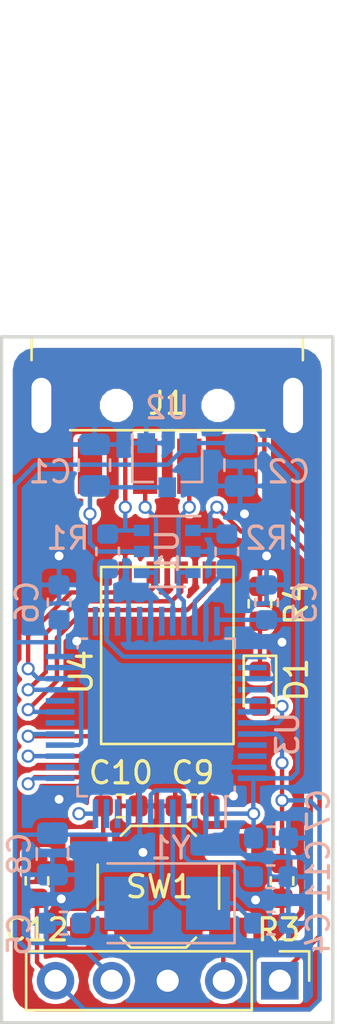
<source format=kicad_pcb>
(kicad_pcb (version 20171130) (host pcbnew "(5.1.6)-1")

  (general
    (thickness 1.6)
    (drawings 4)
    (tracks 234)
    (zones 0)
    (modules 25)
    (nets 38)
  )

  (page A4)
  (title_block
    (date 2019-11-28)
    (rev 1.3)
  )

  (layers
    (0 F.Cu signal)
    (31 B.Cu signal)
    (32 B.Adhes user hide)
    (33 F.Adhes user hide)
    (34 B.Paste user)
    (35 F.Paste user)
    (36 B.SilkS user)
    (37 F.SilkS user)
    (38 B.Mask user)
    (39 F.Mask user)
    (40 Dwgs.User user hide)
    (41 Cmts.User user hide)
    (42 Eco1.User user hide)
    (43 Eco2.User user hide)
    (44 Edge.Cuts user)
    (45 Margin user hide)
    (46 B.CrtYd user hide)
    (47 F.CrtYd user hide)
    (48 B.Fab user hide)
    (49 F.Fab user hide)
  )

  (setup
    (last_trace_width 0.2)
    (trace_clearance 0.2)
    (zone_clearance 0.2)
    (zone_45_only no)
    (trace_min 0.19)
    (via_size 0.6)
    (via_drill 0.4)
    (via_min_size 0.4)
    (via_min_drill 0.3)
    (uvia_size 0.3)
    (uvia_drill 0.1)
    (uvias_allowed no)
    (uvia_min_size 0.2)
    (uvia_min_drill 0.1)
    (edge_width 0.15)
    (segment_width 0.2)
    (pcb_text_width 0.3)
    (pcb_text_size 1.5 1.5)
    (mod_edge_width 0.15)
    (mod_text_size 1 1)
    (mod_text_width 0.15)
    (pad_size 3.2 4)
    (pad_drill 0)
    (pad_to_mask_clearance 0.05)
    (solder_mask_min_width 0.14)
    (pad_to_paste_clearance -0.05)
    (aux_axis_origin 130 70)
    (visible_elements 7FFFFFFF)
    (pcbplotparams
      (layerselection 0x010f0_ffffffff)
      (usegerberextensions false)
      (usegerberattributes false)
      (usegerberadvancedattributes false)
      (creategerberjobfile false)
      (excludeedgelayer true)
      (linewidth 0.100000)
      (plotframeref false)
      (viasonmask false)
      (mode 1)
      (useauxorigin true)
      (hpglpennumber 1)
      (hpglpenspeed 20)
      (hpglpendiameter 15.000000)
      (psnegative false)
      (psa4output false)
      (plotreference true)
      (plotvalue true)
      (plotinvisibletext false)
      (padsonsilk false)
      (subtractmaskfromsilk true)
      (outputformat 1)
      (mirror false)
      (drillshape 0)
      (scaleselection 1)
      (outputdirectory "gerbers/"))
  )

  (net 0 "")
  (net 1 3.3V)
  (net 2 GND)
  (net 3 5V)
  (net 4 swclk)
  (net 5 swdio)
  (net 6 d-)
  (net 7 d+)
  (net 8 "Net-(U3-Pad3)")
  (net 9 "Net-(U3-Pad10)")
  (net 10 "Net-(U3-Pad11)")
  (net 11 "Net-(U3-Pad20)")
  (net 12 "Net-(U3-Pad25)")
  (net 13 "Net-(U3-Pad27)")
  (net 14 "Net-(U3-Pad29)")
  (net 15 "Net-(U3-Pad40)")
  (net 16 "Net-(U3-Pad42)")
  (net 17 "Net-(U3-Pad45)")
  (net 18 "Net-(U3-Pad46)")
  (net 19 "Net-(U3-Pad14)")
  (net 20 "Net-(U3-Pad31)")
  (net 21 "Net-(C4-Pad1)")
  (net 22 "Net-(C5-Pad1)")
  (net 23 "Net-(R2-Pad2)")
  (net 24 sck)
  (net 25 miso)
  (net 26 mosi)
  (net 27 cs)
  (net 28 "Net-(C10-Pad2)")
  (net 29 nrst)
  (net 30 nc1)
  (net 31 "Net-(U3-Pad18)")
  (net 32 "Net-(U3-Pad38)")
  (net 33 wp)
  (net 34 hold)
  (net 35 boot0)
  (net 36 "Net-(D1-Pad1)")
  (net 37 "Net-(D1-Pad2)")

  (net_class Default "This is the default net class."
    (clearance 0.2)
    (trace_width 0.2)
    (via_dia 0.6)
    (via_drill 0.4)
    (uvia_dia 0.3)
    (uvia_drill 0.1)
    (add_net 3.3V)
    (add_net 5V)
    (add_net GND)
    (add_net "Net-(C10-Pad2)")
    (add_net "Net-(C4-Pad1)")
    (add_net "Net-(C5-Pad1)")
    (add_net "Net-(D1-Pad1)")
    (add_net "Net-(D1-Pad2)")
    (add_net "Net-(R2-Pad2)")
    (add_net "Net-(U3-Pad10)")
    (add_net "Net-(U3-Pad11)")
    (add_net "Net-(U3-Pad14)")
    (add_net "Net-(U3-Pad18)")
    (add_net "Net-(U3-Pad20)")
    (add_net "Net-(U3-Pad25)")
    (add_net "Net-(U3-Pad27)")
    (add_net "Net-(U3-Pad29)")
    (add_net "Net-(U3-Pad3)")
    (add_net "Net-(U3-Pad31)")
    (add_net "Net-(U3-Pad38)")
    (add_net "Net-(U3-Pad40)")
    (add_net "Net-(U3-Pad42)")
    (add_net "Net-(U3-Pad45)")
    (add_net "Net-(U3-Pad46)")
    (add_net boot0)
    (add_net cs)
    (add_net d+)
    (add_net d-)
    (add_net hold)
    (add_net miso)
    (add_net mosi)
    (add_net nc1)
    (add_net nrst)
    (add_net sck)
    (add_net swclk)
    (add_net swdio)
    (add_net wp)
  )

  (module Capacitor_SMD:C_0603_1608Metric (layer B.Cu) (tedit 5B301BBE) (tstamp 5D9B51BF)
    (at 142.2 96.5)
    (descr "Capacitor SMD 0603 (1608 Metric), square (rectangular) end terminal, IPC_7351 nominal, (Body size source: http://www.tortai-tech.com/upload/download/2011102023233369053.pdf), generated with kicad-footprint-generator")
    (tags capacitor)
    (path /5B92A2F2)
    (attr smd)
    (fp_text reference C4 (at 2.15 0.45 270) (layer B.SilkS)
      (effects (font (size 1 1) (thickness 0.15)) (justify mirror))
    )
    (fp_text value 18pF (at 0 -1.43) (layer B.Fab)
      (effects (font (size 1 1) (thickness 0.15)) (justify mirror))
    )
    (fp_line (start -0.8 -0.4) (end -0.8 0.4) (layer B.Fab) (width 0.1))
    (fp_line (start -0.8 0.4) (end 0.8 0.4) (layer B.Fab) (width 0.1))
    (fp_line (start 0.8 0.4) (end 0.8 -0.4) (layer B.Fab) (width 0.1))
    (fp_line (start 0.8 -0.4) (end -0.8 -0.4) (layer B.Fab) (width 0.1))
    (fp_line (start -0.162779 0.51) (end 0.162779 0.51) (layer B.SilkS) (width 0.12))
    (fp_line (start -0.162779 -0.51) (end 0.162779 -0.51) (layer B.SilkS) (width 0.12))
    (fp_line (start -1.48 -0.73) (end -1.48 0.73) (layer B.CrtYd) (width 0.05))
    (fp_line (start -1.48 0.73) (end 1.48 0.73) (layer B.CrtYd) (width 0.05))
    (fp_line (start 1.48 0.73) (end 1.48 -0.73) (layer B.CrtYd) (width 0.05))
    (fp_line (start 1.48 -0.73) (end -1.48 -0.73) (layer B.CrtYd) (width 0.05))
    (fp_text user %R (at 0 0) (layer B.Fab)
      (effects (font (size 0.4 0.4) (thickness 0.06)) (justify mirror))
    )
    (pad 2 smd roundrect (at 0.7875 0) (size 0.875 0.95) (layers B.Cu B.Paste B.Mask) (roundrect_rratio 0.25)
      (net 2 GND))
    (pad 1 smd roundrect (at -0.7875 0) (size 0.875 0.95) (layers B.Cu B.Paste B.Mask) (roundrect_rratio 0.25)
      (net 21 "Net-(C4-Pad1)"))
    (model ${KISYS3DMOD}/Capacitor_SMD.3dshapes/C_0603_1608Metric.wrl
      (at (xyz 0 0 0))
      (scale (xyz 1 1 1))
      (rotate (xyz 0 0 0))
    )
  )

  (module Resistor_SMD:R_0603_1608Metric (layer F.Cu) (tedit 5B301BBD) (tstamp 5DC338F1)
    (at 142.7 94.5875 90)
    (descr "Resistor SMD 0603 (1608 Metric), square (rectangular) end terminal, IPC_7351 nominal, (Body size source: http://www.tortai-tech.com/upload/download/2011102023233369053.pdf), generated with kicad-footprint-generator")
    (tags resistor)
    (path /5D9ACBCB)
    (attr smd)
    (fp_text reference R3 (at -2.2125 -0.15 180) (layer F.SilkS)
      (effects (font (size 1 1) (thickness 0.15)))
    )
    (fp_text value 4.7k (at 0 1.43 90) (layer F.Fab)
      (effects (font (size 1 1) (thickness 0.15)))
    )
    (fp_line (start 1.48 0.73) (end -1.48 0.73) (layer F.CrtYd) (width 0.05))
    (fp_line (start 1.48 -0.73) (end 1.48 0.73) (layer F.CrtYd) (width 0.05))
    (fp_line (start -1.48 -0.73) (end 1.48 -0.73) (layer F.CrtYd) (width 0.05))
    (fp_line (start -1.48 0.73) (end -1.48 -0.73) (layer F.CrtYd) (width 0.05))
    (fp_line (start -0.162779 0.51) (end 0.162779 0.51) (layer F.SilkS) (width 0.12))
    (fp_line (start -0.162779 -0.51) (end 0.162779 -0.51) (layer F.SilkS) (width 0.12))
    (fp_line (start 0.8 0.4) (end -0.8 0.4) (layer F.Fab) (width 0.1))
    (fp_line (start 0.8 -0.4) (end 0.8 0.4) (layer F.Fab) (width 0.1))
    (fp_line (start -0.8 -0.4) (end 0.8 -0.4) (layer F.Fab) (width 0.1))
    (fp_line (start -0.8 0.4) (end -0.8 -0.4) (layer F.Fab) (width 0.1))
    (fp_text user %R (at 0 0 90) (layer F.Fab)
      (effects (font (size 0.4 0.4) (thickness 0.06)))
    )
    (pad 1 smd roundrect (at -0.7875 0 90) (size 0.875 0.95) (layers F.Cu F.Paste F.Mask) (roundrect_rratio 0.25)
      (net 2 GND))
    (pad 2 smd roundrect (at 0.7875 0 90) (size 0.875 0.95) (layers F.Cu F.Paste F.Mask) (roundrect_rratio 0.25)
      (net 35 boot0))
    (model ${KISYS3DMOD}/Resistor_SMD.3dshapes/R_0603_1608Metric.wrl
      (at (xyz 0 0 0))
      (scale (xyz 1 1 1))
      (rotate (xyz 0 0 0))
    )
  )

  (module Capacitor_SMD:C_0603_1608Metric (layer B.Cu) (tedit 5B301BBE) (tstamp 5BC4CFCE)
    (at 142 82 270)
    (descr "Capacitor SMD 0603 (1608 Metric), square (rectangular) end terminal, IPC_7351 nominal, (Body size source: http://www.tortai-tech.com/upload/download/2011102023233369053.pdf), generated with kicad-footprint-generator")
    (tags capacitor)
    (path /5B92A7ED)
    (attr smd)
    (fp_text reference C3 (at 0 -1.75 90) (layer B.SilkS)
      (effects (font (size 1 1) (thickness 0.15)) (justify mirror))
    )
    (fp_text value 100nF (at 0 -1.43 270) (layer B.Fab)
      (effects (font (size 1 1) (thickness 0.15)) (justify mirror))
    )
    (fp_line (start 1.48 -0.73) (end -1.48 -0.73) (layer B.CrtYd) (width 0.05))
    (fp_line (start 1.48 0.73) (end 1.48 -0.73) (layer B.CrtYd) (width 0.05))
    (fp_line (start -1.48 0.73) (end 1.48 0.73) (layer B.CrtYd) (width 0.05))
    (fp_line (start -1.48 -0.73) (end -1.48 0.73) (layer B.CrtYd) (width 0.05))
    (fp_line (start -0.162779 -0.51) (end 0.162779 -0.51) (layer B.SilkS) (width 0.12))
    (fp_line (start -0.162779 0.51) (end 0.162779 0.51) (layer B.SilkS) (width 0.12))
    (fp_line (start 0.8 -0.4) (end -0.8 -0.4) (layer B.Fab) (width 0.1))
    (fp_line (start 0.8 0.4) (end 0.8 -0.4) (layer B.Fab) (width 0.1))
    (fp_line (start -0.8 0.4) (end 0.8 0.4) (layer B.Fab) (width 0.1))
    (fp_line (start -0.8 -0.4) (end -0.8 0.4) (layer B.Fab) (width 0.1))
    (fp_text user %R (at 0 0 270) (layer B.Fab)
      (effects (font (size 0.4 0.4) (thickness 0.06)) (justify mirror))
    )
    (pad 1 smd roundrect (at -0.7875 0 270) (size 0.875 0.95) (layers B.Cu B.Paste B.Mask) (roundrect_rratio 0.25)
      (net 2 GND))
    (pad 2 smd roundrect (at 0.7875 0 270) (size 0.875 0.95) (layers B.Cu B.Paste B.Mask) (roundrect_rratio 0.25)
      (net 1 3.3V))
    (model ${KISYS3DMOD}/Capacitor_SMD.3dshapes/C_0603_1608Metric.wrl
      (at (xyz 0 0 0))
      (scale (xyz 1 1 1))
      (rotate (xyz 0 0 0))
    )
  )

  (module Capacitor_SMD:C_0603_1608Metric (layer B.Cu) (tedit 5B301BBE) (tstamp 5C20620E)
    (at 132.8 96.5 180)
    (descr "Capacitor SMD 0603 (1608 Metric), square (rectangular) end terminal, IPC_7351 nominal, (Body size source: http://www.tortai-tech.com/upload/download/2011102023233369053.pdf), generated with kicad-footprint-generator")
    (tags capacitor)
    (path /5B92A19D)
    (attr smd)
    (fp_text reference C5 (at 2 -0.5 90) (layer B.SilkS)
      (effects (font (size 1 1) (thickness 0.15)) (justify mirror))
    )
    (fp_text value 18pF (at 0 -1.43 180) (layer B.Fab)
      (effects (font (size 1 1) (thickness 0.15)) (justify mirror))
    )
    (fp_line (start 1.48 -0.73) (end -1.48 -0.73) (layer B.CrtYd) (width 0.05))
    (fp_line (start 1.48 0.73) (end 1.48 -0.73) (layer B.CrtYd) (width 0.05))
    (fp_line (start -1.48 0.73) (end 1.48 0.73) (layer B.CrtYd) (width 0.05))
    (fp_line (start -1.48 -0.73) (end -1.48 0.73) (layer B.CrtYd) (width 0.05))
    (fp_line (start -0.162779 -0.51) (end 0.162779 -0.51) (layer B.SilkS) (width 0.12))
    (fp_line (start -0.162779 0.51) (end 0.162779 0.51) (layer B.SilkS) (width 0.12))
    (fp_line (start 0.8 -0.4) (end -0.8 -0.4) (layer B.Fab) (width 0.1))
    (fp_line (start 0.8 0.4) (end 0.8 -0.4) (layer B.Fab) (width 0.1))
    (fp_line (start -0.8 0.4) (end 0.8 0.4) (layer B.Fab) (width 0.1))
    (fp_line (start -0.8 -0.4) (end -0.8 0.4) (layer B.Fab) (width 0.1))
    (fp_text user %R (at 0 0 180) (layer B.Fab)
      (effects (font (size 0.4 0.4) (thickness 0.06)) (justify mirror))
    )
    (pad 1 smd roundrect (at -0.7875 0 180) (size 0.875 0.95) (layers B.Cu B.Paste B.Mask) (roundrect_rratio 0.25)
      (net 22 "Net-(C5-Pad1)"))
    (pad 2 smd roundrect (at 0.7875 0 180) (size 0.875 0.95) (layers B.Cu B.Paste B.Mask) (roundrect_rratio 0.25)
      (net 2 GND))
    (model ${KISYS3DMOD}/Capacitor_SMD.3dshapes/C_0603_1608Metric.wrl
      (at (xyz 0 0 0))
      (scale (xyz 1 1 1))
      (rotate (xyz 0 0 0))
    )
  )

  (module Capacitor_SMD:C_0603_1608Metric (layer B.Cu) (tedit 5B301BBE) (tstamp 5BC4F02D)
    (at 132.6 82 270)
    (descr "Capacitor SMD 0603 (1608 Metric), square (rectangular) end terminal, IPC_7351 nominal, (Body size source: http://www.tortai-tech.com/upload/download/2011102023233369053.pdf), generated with kicad-footprint-generator")
    (tags capacitor)
    (path /5B92A7BF)
    (attr smd)
    (fp_text reference C6 (at 0 1.45 90) (layer B.SilkS)
      (effects (font (size 1 1) (thickness 0.15)) (justify mirror))
    )
    (fp_text value 100nF (at 0 -1.43 270) (layer B.Fab)
      (effects (font (size 1 1) (thickness 0.15)) (justify mirror))
    )
    (fp_line (start -0.8 -0.4) (end -0.8 0.4) (layer B.Fab) (width 0.1))
    (fp_line (start -0.8 0.4) (end 0.8 0.4) (layer B.Fab) (width 0.1))
    (fp_line (start 0.8 0.4) (end 0.8 -0.4) (layer B.Fab) (width 0.1))
    (fp_line (start 0.8 -0.4) (end -0.8 -0.4) (layer B.Fab) (width 0.1))
    (fp_line (start -0.162779 0.51) (end 0.162779 0.51) (layer B.SilkS) (width 0.12))
    (fp_line (start -0.162779 -0.51) (end 0.162779 -0.51) (layer B.SilkS) (width 0.12))
    (fp_line (start -1.48 -0.73) (end -1.48 0.73) (layer B.CrtYd) (width 0.05))
    (fp_line (start -1.48 0.73) (end 1.48 0.73) (layer B.CrtYd) (width 0.05))
    (fp_line (start 1.48 0.73) (end 1.48 -0.73) (layer B.CrtYd) (width 0.05))
    (fp_line (start 1.48 -0.73) (end -1.48 -0.73) (layer B.CrtYd) (width 0.05))
    (fp_text user %R (at 0 0 270) (layer B.Fab)
      (effects (font (size 0.4 0.4) (thickness 0.06)) (justify mirror))
    )
    (pad 2 smd roundrect (at 0.7875 0 270) (size 0.875 0.95) (layers B.Cu B.Paste B.Mask) (roundrect_rratio 0.25)
      (net 1 3.3V))
    (pad 1 smd roundrect (at -0.7875 0 270) (size 0.875 0.95) (layers B.Cu B.Paste B.Mask) (roundrect_rratio 0.25)
      (net 2 GND))
    (model ${KISYS3DMOD}/Capacitor_SMD.3dshapes/C_0603_1608Metric.wrl
      (at (xyz 0 0 0))
      (scale (xyz 1 1 1))
      (rotate (xyz 0 0 0))
    )
  )

  (module Capacitor_SMD:C_0603_1608Metric (layer B.Cu) (tedit 5B301BBE) (tstamp 5D9B4756)
    (at 142.2 92.65 180)
    (descr "Capacitor SMD 0603 (1608 Metric), square (rectangular) end terminal, IPC_7351 nominal, (Body size source: http://www.tortai-tech.com/upload/download/2011102023233369053.pdf), generated with kicad-footprint-generator")
    (tags capacitor)
    (path /5B92A6B8)
    (attr smd)
    (fp_text reference C7 (at -2.15 1.25 90) (layer B.SilkS)
      (effects (font (size 1 1) (thickness 0.15)) (justify mirror))
    )
    (fp_text value 100nF (at 0 -1.43 180) (layer B.Fab)
      (effects (font (size 1 1) (thickness 0.15)) (justify mirror))
    )
    (fp_line (start 1.48 -0.73) (end -1.48 -0.73) (layer B.CrtYd) (width 0.05))
    (fp_line (start 1.48 0.73) (end 1.48 -0.73) (layer B.CrtYd) (width 0.05))
    (fp_line (start -1.48 0.73) (end 1.48 0.73) (layer B.CrtYd) (width 0.05))
    (fp_line (start -1.48 -0.73) (end -1.48 0.73) (layer B.CrtYd) (width 0.05))
    (fp_line (start -0.162779 -0.51) (end 0.162779 -0.51) (layer B.SilkS) (width 0.12))
    (fp_line (start -0.162779 0.51) (end 0.162779 0.51) (layer B.SilkS) (width 0.12))
    (fp_line (start 0.8 -0.4) (end -0.8 -0.4) (layer B.Fab) (width 0.1))
    (fp_line (start 0.8 0.4) (end 0.8 -0.4) (layer B.Fab) (width 0.1))
    (fp_line (start -0.8 0.4) (end 0.8 0.4) (layer B.Fab) (width 0.1))
    (fp_line (start -0.8 -0.4) (end -0.8 0.4) (layer B.Fab) (width 0.1))
    (fp_text user %R (at 0 0 180) (layer B.Fab)
      (effects (font (size 0.4 0.4) (thickness 0.06)) (justify mirror))
    )
    (pad 1 smd roundrect (at -0.7875 0 180) (size 0.875 0.95) (layers B.Cu B.Paste B.Mask) (roundrect_rratio 0.25)
      (net 2 GND))
    (pad 2 smd roundrect (at 0.7875 0 180) (size 0.875 0.95) (layers B.Cu B.Paste B.Mask) (roundrect_rratio 0.25)
      (net 1 3.3V))
    (model ${KISYS3DMOD}/Capacitor_SMD.3dshapes/C_0603_1608Metric.wrl
      (at (xyz 0 0 0))
      (scale (xyz 1 1 1))
      (rotate (xyz 0 0 0))
    )
  )

  (module Connector_PinHeader_2.54mm:PinHeader_1x05_P2.54mm_Vertical (layer F.Cu) (tedit 5D22486C) (tstamp 5C5E0340)
    (at 142.6 99.1 270)
    (descr "Through hole straight pin header, 1x05, 2.54mm pitch, single row")
    (tags "Through hole pin header THT 1x05 2.54mm single row")
    (path /5B94CFC5)
    (fp_text reference CON1 (at -1.7 5.08 180) (layer B.SilkS) hide
      (effects (font (size 1 1) (thickness 0.15)) (justify mirror))
    )
    (fp_text value ST-LINK_V2 (at 2.9 5.1) (layer F.Fab)
      (effects (font (size 1 1) (thickness 0.15)))
    )
    (fp_line (start 1.8 -1.8) (end -1.8 -1.8) (layer F.CrtYd) (width 0.05))
    (fp_line (start 1.8 11.95) (end 1.8 -1.8) (layer F.CrtYd) (width 0.05))
    (fp_line (start -1.8 11.95) (end 1.8 11.95) (layer F.CrtYd) (width 0.05))
    (fp_line (start -1.8 -1.8) (end -1.8 11.95) (layer F.CrtYd) (width 0.05))
    (fp_line (start -1.33 -1.33) (end 0 -1.33) (layer F.SilkS) (width 0.12))
    (fp_line (start -1.33 0) (end -1.33 -1.33) (layer F.SilkS) (width 0.12))
    (fp_line (start -1.33 1.27) (end 1.33 1.27) (layer F.SilkS) (width 0.12))
    (fp_line (start 1.33 1.27) (end 1.33 11.49) (layer F.SilkS) (width 0.12))
    (fp_line (start -1.33 1.27) (end -1.33 11.49) (layer F.SilkS) (width 0.12))
    (fp_line (start -1.33 11.49) (end 1.33 11.49) (layer F.SilkS) (width 0.12))
    (fp_line (start -1.27 -0.635) (end -0.635 -1.27) (layer F.Fab) (width 0.1))
    (fp_line (start -1.27 11.43) (end -1.27 -0.635) (layer F.Fab) (width 0.1))
    (fp_line (start 1.27 11.43) (end -1.27 11.43) (layer F.Fab) (width 0.1))
    (fp_line (start 1.27 -1.27) (end 1.27 11.43) (layer F.Fab) (width 0.1))
    (fp_line (start -0.635 -1.27) (end 1.27 -1.27) (layer F.Fab) (width 0.1))
    (fp_text user %R (at 0 5.08) (layer F.Fab)
      (effects (font (size 1 1) (thickness 0.15)))
    )
    (pad 1 thru_hole rect (at 0 0 270) (size 1.7 1.7) (drill 1) (layers *.Cu *.Mask)
      (net 4 swclk))
    (pad 2 thru_hole oval (at 0 2.54 270) (size 1.7 1.7) (drill 1) (layers *.Cu *.Mask)
      (net 5 swdio))
    (pad 3 thru_hole oval (at 0 5.08 270) (size 1.7 1.7) (drill 1) (layers *.Cu *.Mask)
      (net 2 GND) (zone_connect 2))
    (pad 4 thru_hole oval (at 0 7.62 270) (size 1.7 1.7) (drill 1) (layers *.Cu *.Mask)
      (net 1 3.3V))
    (pad 5 thru_hole oval (at 0 10.16 270) (size 1.7 1.7) (drill 1) (layers *.Cu *.Mask)
      (net 35 boot0))
  )

  (module Connector_USB:USB_A_CNCTech_1001-011-01101_Horizontal (layer F.Cu) (tedit 5D224886) (tstamp 5BC51A3B)
    (at 137.5 66.2 90)
    (descr http://cnctech.us/pdfs/1001-011-01101.pdf)
    (tags USB-A)
    (path /5B913995)
    (attr smd)
    (fp_text reference J1 (at -6.8 0 180) (layer F.SilkS)
      (effects (font (size 1 1) (thickness 0.15)))
    )
    (fp_text value USB_A_Plug (at 12.8 0.1) (layer F.Fab)
      (effects (font (size 1 1) (thickness 0.15)))
    )
    (fp_line (start -11.4 4.55) (end -9.15 4.55) (layer F.CrtYd) (width 0.05))
    (fp_line (start -9.15 4.55) (end -9.15 7.15) (layer F.CrtYd) (width 0.05))
    (fp_line (start -9.15 7.15) (end -4.65 7.15) (layer F.CrtYd) (width 0.05))
    (fp_line (start -4.65 7.15) (end -4.65 6.52) (layer F.CrtYd) (width 0.05))
    (fp_line (start -4.65 6.52) (end 11.4 6.52) (layer F.CrtYd) (width 0.05))
    (fp_line (start 11.4 6.52) (end 11.4 -6.52) (layer F.CrtYd) (width 0.05))
    (fp_line (start -4.65 -6.52) (end 11.4 -6.52) (layer F.CrtYd) (width 0.05))
    (fp_line (start -4.65 -6.52) (end -4.65 -7.15) (layer F.CrtYd) (width 0.05))
    (fp_line (start -9.15 -7.15) (end -4.65 -7.15) (layer F.CrtYd) (width 0.05))
    (fp_line (start -9.15 -7.15) (end -9.15 -4.55) (layer F.CrtYd) (width 0.05))
    (fp_line (start -11.4 -4.55) (end -9.15 -4.55) (layer F.CrtYd) (width 0.05))
    (fp_line (start -11.4 4.55) (end -11.4 -4.55) (layer F.CrtYd) (width 0.05))
    (fp_line (start -4.85 6.145) (end -3.8 6.145) (layer F.SilkS) (width 0.12))
    (fp_line (start -4.85 -6.145) (end -3.8 -6.145) (layer F.SilkS) (width 0.12))
    (fp_line (start -3.8 6.025) (end -3.8 -6.025) (layer Dwgs.User) (width 0.1))
    (fp_line (start -8.02 -4.4) (end -8.02 4.4) (layer F.SilkS) (width 0.12))
    (fp_circle (center -6.9 2.3) (end -6.9 2.8) (layer F.Fab) (width 0.1))
    (fp_circle (center -6.9 -2.3) (end -6.9 -2.8) (layer F.Fab) (width 0.1))
    (fp_line (start -10.4 -3.25) (end -7.9 -3.25) (layer F.Fab) (width 0.1))
    (fp_line (start -10.4 -3.25) (end -10.4 -3.75) (layer F.Fab) (width 0.1))
    (fp_line (start -10.4 -3.75) (end -7.9 -3.75) (layer F.Fab) (width 0.1))
    (fp_line (start -10.4 -1.25) (end -7.9 -1.25) (layer F.Fab) (width 0.1))
    (fp_line (start -10.4 -0.75) (end -7.9 -0.75) (layer F.Fab) (width 0.1))
    (fp_line (start -10.4 -0.75) (end -10.4 -1.25) (layer F.Fab) (width 0.1))
    (fp_line (start -10.4 1.25) (end -7.9 1.25) (layer F.Fab) (width 0.1))
    (fp_line (start -10.4 1.25) (end -10.4 0.75) (layer F.Fab) (width 0.1))
    (fp_line (start -10.4 0.75) (end -7.9 0.75) (layer F.Fab) (width 0.1))
    (fp_line (start -10.4 3.75) (end -7.9 3.75) (layer F.Fab) (width 0.1))
    (fp_line (start -10.4 3.25) (end -7.9 3.25) (layer F.Fab) (width 0.1))
    (fp_line (start -10.4 3.75) (end -10.4 3.25) (layer F.Fab) (width 0.1))
    (fp_line (start 10.9 6.025) (end 10.9 -6.025) (layer F.Fab) (width 0.1))
    (fp_line (start -7.9 6.025) (end 10.9 6.025) (layer F.Fab) (width 0.1))
    (fp_line (start -7.9 -6.025) (end 10.9 -6.025) (layer F.Fab) (width 0.1))
    (fp_line (start -7.9 6.025) (end -7.9 -6.025) (layer F.Fab) (width 0.1))
    (fp_text user "PCB Edge" (at -4.55 -0.05 180) (layer Dwgs.User)
      (effects (font (size 0.6 0.6) (thickness 0.09)))
    )
    (fp_text user %R (at -6 0 180) (layer F.Fab)
      (effects (font (size 1 1) (thickness 0.15)))
    )
    (pad 2 smd rect (at -9.65 -1 90) (size 2.5 1.1) (layers F.Cu F.Paste F.Mask)
      (net 6 d-))
    (pad 3 smd rect (at -9.65 1 90) (size 2.5 1.1) (layers F.Cu F.Paste F.Mask)
      (net 7 d+))
    (pad 1 smd rect (at -9.65 -3.5 90) (size 2.5 1.1) (layers F.Cu F.Paste F.Mask)
      (net 3 5V))
    (pad 4 smd rect (at -9.65 3.5 90) (size 2.5 1.1) (layers F.Cu F.Paste F.Mask)
      (net 2 GND) (zone_connect 2))
    (pad 5 thru_hole oval (at -6.9 -5.7 90) (size 3.5 1.9) (drill oval 2.5 0.9) (layers *.Cu *.Mask)
      (net 2 GND) (zone_connect 2))
    (pad 5 thru_hole oval (at -6.9 5.7 90) (size 3.5 1.9) (drill oval 2.5 0.9) (layers *.Cu *.Mask)
      (net 2 GND) (zone_connect 2))
    (pad "" np_thru_hole circle (at -6.9 -2.3 90) (size 1.1 1.1) (drill 1.1) (layers *.Cu *.Mask))
    (pad "" np_thru_hole circle (at -6.9 2.3 90) (size 1.1 1.1) (drill 1.1) (layers *.Cu *.Mask))
    (model ${KISYS3DMOD}/Connector_USB.3dshapes/USB_A_CNCTech_1001-011-01101_Horizontal.wrl
      (at (xyz 0 0 0))
      (scale (xyz 1 1 1))
      (rotate (xyz 0 0 0))
    )
  )

  (module Resistor_SMD:R_0603_1608Metric (layer B.Cu) (tedit 5B301BBD) (tstamp 5BC5080B)
    (at 134.8 79.7 270)
    (descr "Resistor SMD 0603 (1608 Metric), square (rectangular) end terminal, IPC_7351 nominal, (Body size source: http://www.tortai-tech.com/upload/download/2011102023233369053.pdf), generated with kicad-footprint-generator")
    (tags resistor)
    (path /5B95EA51)
    (attr smd)
    (fp_text reference R1 (at -0.6 1.8) (layer B.SilkS)
      (effects (font (size 1 1) (thickness 0.15)) (justify mirror))
    )
    (fp_text value 33 (at 0 -1.43 270) (layer B.Fab)
      (effects (font (size 1 1) (thickness 0.15)) (justify mirror))
    )
    (fp_line (start 1.48 -0.73) (end -1.48 -0.73) (layer B.CrtYd) (width 0.05))
    (fp_line (start 1.48 0.73) (end 1.48 -0.73) (layer B.CrtYd) (width 0.05))
    (fp_line (start -1.48 0.73) (end 1.48 0.73) (layer B.CrtYd) (width 0.05))
    (fp_line (start -1.48 -0.73) (end -1.48 0.73) (layer B.CrtYd) (width 0.05))
    (fp_line (start -0.162779 -0.51) (end 0.162779 -0.51) (layer B.SilkS) (width 0.12))
    (fp_line (start -0.162779 0.51) (end 0.162779 0.51) (layer B.SilkS) (width 0.12))
    (fp_line (start 0.8 -0.4) (end -0.8 -0.4) (layer B.Fab) (width 0.1))
    (fp_line (start 0.8 0.4) (end 0.8 -0.4) (layer B.Fab) (width 0.1))
    (fp_line (start -0.8 0.4) (end 0.8 0.4) (layer B.Fab) (width 0.1))
    (fp_line (start -0.8 -0.4) (end -0.8 0.4) (layer B.Fab) (width 0.1))
    (fp_text user %R (at 0 0 270) (layer B.Fab)
      (effects (font (size 0.4 0.4) (thickness 0.06)) (justify mirror))
    )
    (pad 1 smd roundrect (at -0.7875 0 270) (size 0.875 0.95) (layers B.Cu B.Paste B.Mask) (roundrect_rratio 0.25)
      (net 4 swclk))
    (pad 2 smd roundrect (at 0.7875 0 270) (size 0.875 0.95) (layers B.Cu B.Paste B.Mask) (roundrect_rratio 0.25)
      (net 30 nc1))
    (model ${KISYS3DMOD}/Resistor_SMD.3dshapes/R_0603_1608Metric.wrl
      (at (xyz 0 0 0))
      (scale (xyz 1 1 1))
      (rotate (xyz 0 0 0))
    )
  )

  (module Resistor_SMD:R_0603_1608Metric (layer B.Cu) (tedit 5B301BBD) (tstamp 5BC5083B)
    (at 140.2 79.7 270)
    (descr "Resistor SMD 0603 (1608 Metric), square (rectangular) end terminal, IPC_7351 nominal, (Body size source: http://www.tortai-tech.com/upload/download/2011102023233369053.pdf), generated with kicad-footprint-generator")
    (tags resistor)
    (path /5B9602EF)
    (attr smd)
    (fp_text reference R2 (at -0.6 -1.8) (layer B.SilkS)
      (effects (font (size 1 1) (thickness 0.15)) (justify mirror))
    )
    (fp_text value 33 (at 0 -1.43 270) (layer B.Fab)
      (effects (font (size 1 1) (thickness 0.15)) (justify mirror))
    )
    (fp_line (start -0.8 -0.4) (end -0.8 0.4) (layer B.Fab) (width 0.1))
    (fp_line (start -0.8 0.4) (end 0.8 0.4) (layer B.Fab) (width 0.1))
    (fp_line (start 0.8 0.4) (end 0.8 -0.4) (layer B.Fab) (width 0.1))
    (fp_line (start 0.8 -0.4) (end -0.8 -0.4) (layer B.Fab) (width 0.1))
    (fp_line (start -0.162779 0.51) (end 0.162779 0.51) (layer B.SilkS) (width 0.12))
    (fp_line (start -0.162779 -0.51) (end 0.162779 -0.51) (layer B.SilkS) (width 0.12))
    (fp_line (start -1.48 -0.73) (end -1.48 0.73) (layer B.CrtYd) (width 0.05))
    (fp_line (start -1.48 0.73) (end 1.48 0.73) (layer B.CrtYd) (width 0.05))
    (fp_line (start 1.48 0.73) (end 1.48 -0.73) (layer B.CrtYd) (width 0.05))
    (fp_line (start 1.48 -0.73) (end -1.48 -0.73) (layer B.CrtYd) (width 0.05))
    (fp_text user %R (at 0 0 270) (layer B.Fab)
      (effects (font (size 0.4 0.4) (thickness 0.06)) (justify mirror))
    )
    (pad 2 smd roundrect (at 0.7875 0 270) (size 0.875 0.95) (layers B.Cu B.Paste B.Mask) (roundrect_rratio 0.25)
      (net 23 "Net-(R2-Pad2)"))
    (pad 1 smd roundrect (at -0.7875 0 270) (size 0.875 0.95) (layers B.Cu B.Paste B.Mask) (roundrect_rratio 0.25)
      (net 5 swdio))
    (model ${KISYS3DMOD}/Resistor_SMD.3dshapes/R_0603_1608Metric.wrl
      (at (xyz 0 0 0))
      (scale (xyz 1 1 1))
      (rotate (xyz 0 0 0))
    )
  )

  (module Package_SO:TSOP-6_1.65x3.05mm_P0.95mm (layer B.Cu) (tedit 5A02F25C) (tstamp 5BC4D093)
    (at 137.5 79.7 180)
    (descr "TSOP-6 package (comparable to TSOT-23), https://www.vishay.com/docs/71200/71200.pdf")
    (tags "Jedec MO-193C TSOP-6L")
    (path /5B9436C1)
    (attr smd)
    (fp_text reference U1 (at 0 0 270) (layer B.SilkS)
      (effects (font (size 1 1) (thickness 0.15)) (justify mirror))
    )
    (fp_text value IP4220CZ6 (at 0 -2.5 180) (layer B.Fab)
      (effects (font (size 1 1) (thickness 0.15)) (justify mirror))
    )
    (fp_line (start 1.76 -1.77) (end -1.76 -1.77) (layer B.CrtYd) (width 0.05))
    (fp_line (start 1.76 -1.77) (end 1.76 1.78) (layer B.CrtYd) (width 0.05))
    (fp_line (start -1.76 1.78) (end -1.76 -1.77) (layer B.CrtYd) (width 0.05))
    (fp_line (start -1.76 1.78) (end 1.76 1.78) (layer B.CrtYd) (width 0.05))
    (fp_line (start 0.825 1.525) (end 0.825 -1.525) (layer B.Fab) (width 0.1))
    (fp_line (start 0.825 -1.525) (end -0.825 -1.525) (layer B.Fab) (width 0.1))
    (fp_line (start -0.825 1.1) (end -0.825 -1.525) (layer B.Fab) (width 0.1))
    (fp_line (start 0.825 1.525) (end -0.425 1.525) (layer B.Fab) (width 0.1))
    (fp_line (start -0.825 1.1) (end -0.425 1.525) (layer B.Fab) (width 0.1))
    (fp_line (start 0.8 1.6) (end -1.5 1.6) (layer B.SilkS) (width 0.12))
    (fp_line (start -0.8 -1.6) (end 0.8 -1.6) (layer B.SilkS) (width 0.12))
    (fp_text user %R (at 0 0 90) (layer B.Fab)
      (effects (font (size 0.5 0.5) (thickness 0.075)) (justify mirror))
    )
    (pad 1 smd rect (at -1.16 0.95 180) (size 0.7 0.51) (layers B.Cu B.Paste B.Mask)
      (net 5 swdio))
    (pad 2 smd rect (at -1.16 0 180) (size 0.7 0.51) (layers B.Cu B.Paste B.Mask)
      (net 2 GND))
    (pad 3 smd rect (at -1.16 -0.95 180) (size 0.7 0.51) (layers B.Cu B.Paste B.Mask)
      (net 7 d+))
    (pad 4 smd rect (at 1.16 -0.95 180) (size 0.7 0.51) (layers B.Cu B.Paste B.Mask)
      (net 6 d-))
    (pad 5 smd rect (at 1.16 0 180) (size 0.7 0.51) (layers B.Cu B.Paste B.Mask)
      (net 3 5V))
    (pad 6 smd rect (at 1.16 0.95 180) (size 0.7 0.51) (layers B.Cu B.Paste B.Mask)
      (net 4 swclk))
    (model ${KISYS3DMOD}/Package_SO.3dshapes/TSOP-6_1.65x3.05mm_P0.95mm.wrl
      (at (xyz 0 0 0))
      (scale (xyz 1 1 1))
      (rotate (xyz 0 0 0))
    )
  )

  (module Package_TO_SOT_SMD:SOT-23 (layer B.Cu) (tedit 5A02FF57) (tstamp 5BC4D0A8)
    (at 137.5 75.8 270)
    (descr "SOT-23, Standard")
    (tags SOT-23)
    (path /5B92B686)
    (attr smd)
    (fp_text reference U2 (at -2.6 0) (layer B.SilkS)
      (effects (font (size 1 1) (thickness 0.15)) (justify mirror))
    )
    (fp_text value MCP1700-3302E/TT (at 0 -2.5 270) (layer B.Fab)
      (effects (font (size 1 1) (thickness 0.15)) (justify mirror))
    )
    (fp_line (start 0.76 -1.58) (end -0.7 -1.58) (layer B.SilkS) (width 0.12))
    (fp_line (start 0.76 1.58) (end -1.4 1.58) (layer B.SilkS) (width 0.12))
    (fp_line (start -1.7 -1.75) (end -1.7 1.75) (layer B.CrtYd) (width 0.05))
    (fp_line (start 1.7 -1.75) (end -1.7 -1.75) (layer B.CrtYd) (width 0.05))
    (fp_line (start 1.7 1.75) (end 1.7 -1.75) (layer B.CrtYd) (width 0.05))
    (fp_line (start -1.7 1.75) (end 1.7 1.75) (layer B.CrtYd) (width 0.05))
    (fp_line (start 0.76 1.58) (end 0.76 0.65) (layer B.SilkS) (width 0.12))
    (fp_line (start 0.76 -1.58) (end 0.76 -0.65) (layer B.SilkS) (width 0.12))
    (fp_line (start -0.7 -1.52) (end 0.7 -1.52) (layer B.Fab) (width 0.1))
    (fp_line (start 0.7 1.52) (end 0.7 -1.52) (layer B.Fab) (width 0.1))
    (fp_line (start -0.7 0.95) (end -0.15 1.52) (layer B.Fab) (width 0.1))
    (fp_line (start -0.15 1.52) (end 0.7 1.52) (layer B.Fab) (width 0.1))
    (fp_line (start -0.7 0.95) (end -0.7 -1.5) (layer B.Fab) (width 0.1))
    (fp_text user %R (at 0 0 180) (layer B.Fab)
      (effects (font (size 0.5 0.5) (thickness 0.075)) (justify mirror))
    )
    (pad 1 smd rect (at -1 0.95 270) (size 0.9 0.8) (layers B.Cu B.Paste B.Mask)
      (net 2 GND))
    (pad 2 smd rect (at -1 -0.95 270) (size 0.9 0.8) (layers B.Cu B.Paste B.Mask)
      (net 1 3.3V))
    (pad 3 smd rect (at 1 0 270) (size 0.9 0.8) (layers B.Cu B.Paste B.Mask)
      (net 3 5V))
    (model ${KISYS3DMOD}/Package_TO_SOT_SMD.3dshapes/SOT-23.wrl
      (at (xyz 0 0 0))
      (scale (xyz 1 1 1))
      (rotate (xyz 0 0 0))
    )
  )

  (module Package_QFP:LQFP-48_7x7mm_P0.5mm (layer B.Cu) (tedit 5C29F365) (tstamp 5DC33AB9)
    (at 137 87.2 90)
    (descr "48 LEAD LQFP 7x7mm (see MICREL LQFP7x7-48LD-PL-1.pdf)")
    (tags "QFP 0.5")
    (path /5B914EA3)
    (attr smd)
    (fp_text reference U3 (at -0.75 5.95 90) (layer B.SilkS)
      (effects (font (size 1 1) (thickness 0.15)) (justify mirror))
    )
    (fp_text value STM32F072C8Tx (at 0 -6 90) (layer B.Fab)
      (effects (font (size 1 1) (thickness 0.15)) (justify mirror))
    )
    (fp_line (start -3.13 3.75) (end -3.75 3.75) (layer B.CrtYd) (width 0.05))
    (fp_line (start -3.75 3.13) (end -3.75 3.75) (layer B.CrtYd) (width 0.05))
    (fp_line (start -3.13 -3.75) (end -3.75 -3.75) (layer B.CrtYd) (width 0.05))
    (fp_line (start -3.75 -3.13) (end -3.75 -3.75) (layer B.CrtYd) (width 0.05))
    (fp_line (start 3.75 3.13) (end 3.75 3.75) (layer B.CrtYd) (width 0.05))
    (fp_line (start 3.13 3.75) (end 3.75 3.75) (layer B.CrtYd) (width 0.05))
    (fp_line (start -3.13 -3.75) (end -3.13 -5.25) (layer B.CrtYd) (width 0.05))
    (fp_line (start -3.75 -3.13) (end -5.25 -3.13) (layer B.CrtYd) (width 0.05))
    (fp_line (start -3.75 3.13) (end -5.25 3.13) (layer B.CrtYd) (width 0.05))
    (fp_line (start -3.13 3.75) (end -3.13 5.25) (layer B.CrtYd) (width 0.05))
    (fp_line (start 3.13 3.75) (end 3.13 5.25) (layer B.CrtYd) (width 0.05))
    (fp_line (start 3.75 3.13) (end 5.25 3.13) (layer B.CrtYd) (width 0.05))
    (fp_line (start 3.75 -3.13) (end 5.25 -3.13) (layer B.CrtYd) (width 0.05))
    (fp_line (start -3.56 -3.56) (end -3.14 -3.56) (layer B.SilkS) (width 0.12))
    (fp_line (start -3.56 3.56) (end -3.56 3.14) (layer B.SilkS) (width 0.12))
    (fp_line (start -3.56 3.14) (end -4.94 3.14) (layer B.SilkS) (width 0.12))
    (fp_line (start 3.56 3.56) (end 3.14 3.56) (layer B.SilkS) (width 0.12))
    (fp_line (start 3.56 -3.56) (end 3.14 -3.56) (layer B.SilkS) (width 0.12))
    (fp_line (start -3.56 3.56) (end -3.14 3.56) (layer B.SilkS) (width 0.12))
    (fp_line (start -3.56 -3.56) (end -3.56 -3.14) (layer B.SilkS) (width 0.12))
    (fp_line (start 3.56 -3.56) (end 3.56 -3.14) (layer B.SilkS) (width 0.12))
    (fp_line (start 3.56 3.56) (end 3.56 3.14) (layer B.SilkS) (width 0.12))
    (fp_line (start -3.13 -5.25) (end 3.13 -5.25) (layer B.CrtYd) (width 0.05))
    (fp_line (start -3.13 5.25) (end 3.13 5.25) (layer B.CrtYd) (width 0.05))
    (fp_line (start 5.25 3.13) (end 5.25 -3.13) (layer B.CrtYd) (width 0.05))
    (fp_line (start -5.25 3.13) (end -5.25 -3.13) (layer B.CrtYd) (width 0.05))
    (fp_line (start -3.5 2.5) (end -2.5 3.5) (layer B.Fab) (width 0.1))
    (fp_line (start -3.5 -3.5) (end -3.5 2.5) (layer B.Fab) (width 0.1))
    (fp_line (start 3.5 -3.5) (end -3.5 -3.5) (layer B.Fab) (width 0.1))
    (fp_line (start 3.5 3.5) (end 3.5 -3.5) (layer B.Fab) (width 0.1))
    (fp_line (start -2.5 3.5) (end 3.5 3.5) (layer B.Fab) (width 0.1))
    (fp_line (start 3.13 -5.25) (end 3.13 -3.75) (layer B.CrtYd) (width 0.05))
    (fp_line (start 3.75 -3.13) (end 3.75 -3.75) (layer B.CrtYd) (width 0.05))
    (fp_line (start 3.13 -3.75) (end 3.75 -3.75) (layer B.CrtYd) (width 0.05))
    (fp_text user %R (at 0 0 90) (layer B.Fab)
      (effects (font (size 1 1) (thickness 0.15)) (justify mirror))
    )
    (pad 1 smd rect (at -4.35 2.75 90) (size 1.3 0.25) (layers B.Cu B.Paste B.Mask)
      (net 1 3.3V))
    (pad 2 smd rect (at -4.35 2.25 90) (size 1.3 0.25) (layers B.Cu B.Paste B.Mask)
      (net 2 GND))
    (pad 3 smd rect (at -4.35 1.75 90) (size 1.3 0.25) (layers B.Cu B.Paste B.Mask)
      (net 8 "Net-(U3-Pad3)"))
    (pad 4 smd rect (at -4.35 1.25 90) (size 1.3 0.25) (layers B.Cu B.Paste B.Mask)
      (net 29 nrst))
    (pad 5 smd rect (at -4.35 0.75 90) (size 1.3 0.25) (layers B.Cu B.Paste B.Mask)
      (net 21 "Net-(C4-Pad1)"))
    (pad 6 smd rect (at -4.35 0.25 90) (size 1.3 0.25) (layers B.Cu B.Paste B.Mask)
      (net 22 "Net-(C5-Pad1)"))
    (pad 7 smd rect (at -4.35 -0.25 90) (size 1.3 0.25) (layers B.Cu B.Paste B.Mask)
      (net 29 nrst))
    (pad 8 smd rect (at -4.35 -0.75 90) (size 1.3 0.25) (layers B.Cu B.Paste B.Mask)
      (net 2 GND))
    (pad 9 smd rect (at -4.35 -1.25 90) (size 1.3 0.25) (layers B.Cu B.Paste B.Mask)
      (net 1 3.3V))
    (pad 10 smd rect (at -4.35 -1.75 90) (size 1.3 0.25) (layers B.Cu B.Paste B.Mask)
      (net 9 "Net-(U3-Pad10)"))
    (pad 11 smd rect (at -4.35 -2.25 90) (size 1.3 0.25) (layers B.Cu B.Paste B.Mask)
      (net 10 "Net-(U3-Pad11)"))
    (pad 12 smd rect (at -4.35 -2.75 90) (size 1.3 0.25) (layers B.Cu B.Paste B.Mask)
      (net 28 "Net-(C10-Pad2)"))
    (pad 13 smd rect (at -2.75 -4.35) (size 1.3 0.25) (layers B.Cu B.Paste B.Mask)
      (net 34 hold))
    (pad 14 smd rect (at -2.25 -4.35) (size 1.3 0.25) (layers B.Cu B.Paste B.Mask)
      (net 19 "Net-(U3-Pad14)"))
    (pad 15 smd rect (at -1.75 -4.35) (size 1.3 0.25) (layers B.Cu B.Paste B.Mask)
      (net 24 sck))
    (pad 16 smd rect (at -1.25 -4.35) (size 1.3 0.25) (layers B.Cu B.Paste B.Mask)
      (net 25 miso))
    (pad 17 smd rect (at -0.75 -4.35) (size 1.3 0.25) (layers B.Cu B.Paste B.Mask)
      (net 26 mosi))
    (pad 18 smd rect (at -0.25 -4.35) (size 1.3 0.25) (layers B.Cu B.Paste B.Mask)
      (net 31 "Net-(U3-Pad18)"))
    (pad 19 smd rect (at 0.25 -4.35) (size 1.3 0.25) (layers B.Cu B.Paste B.Mask)
      (net 27 cs))
    (pad 20 smd rect (at 0.75 -4.35) (size 1.3 0.25) (layers B.Cu B.Paste B.Mask)
      (net 11 "Net-(U3-Pad20)"))
    (pad 21 smd rect (at 1.25 -4.35) (size 1.3 0.25) (layers B.Cu B.Paste B.Mask)
      (net 25 miso))
    (pad 22 smd rect (at 1.75 -4.35) (size 1.3 0.25) (layers B.Cu B.Paste B.Mask)
      (net 33 wp))
    (pad 23 smd rect (at 2.25 -4.35) (size 1.3 0.25) (layers B.Cu B.Paste B.Mask)
      (net 2 GND))
    (pad 24 smd rect (at 2.75 -4.35) (size 1.3 0.25) (layers B.Cu B.Paste B.Mask)
      (net 1 3.3V))
    (pad 25 smd rect (at 4.35 -2.75 90) (size 1.3 0.25) (layers B.Cu B.Paste B.Mask)
      (net 12 "Net-(U3-Pad25)"))
    (pad 26 smd rect (at 4.35 -2.25 90) (size 1.3 0.25) (layers B.Cu B.Paste B.Mask)
      (net 30 nc1))
    (pad 27 smd rect (at 4.35 -1.75 90) (size 1.3 0.25) (layers B.Cu B.Paste B.Mask)
      (net 13 "Net-(U3-Pad27)"))
    (pad 28 smd rect (at 4.35 -1.25 90) (size 1.3 0.25) (layers B.Cu B.Paste B.Mask)
      (net 2 GND))
    (pad 29 smd rect (at 4.35 -0.75 90) (size 1.3 0.25) (layers B.Cu B.Paste B.Mask)
      (net 14 "Net-(U3-Pad29)"))
    (pad 30 smd rect (at 4.35 -0.25 90) (size 1.3 0.25) (layers B.Cu B.Paste B.Mask)
      (net 2 GND))
    (pad 31 smd rect (at 4.35 0.25 90) (size 1.3 0.25) (layers B.Cu B.Paste B.Mask)
      (net 20 "Net-(U3-Pad31)"))
    (pad 32 smd rect (at 4.35 0.75 90) (size 1.3 0.25) (layers B.Cu B.Paste B.Mask)
      (net 6 d-))
    (pad 33 smd rect (at 4.35 1.25 90) (size 1.3 0.25) (layers B.Cu B.Paste B.Mask)
      (net 7 d+))
    (pad 34 smd rect (at 4.35 1.75 90) (size 1.3 0.25) (layers B.Cu B.Paste B.Mask)
      (net 23 "Net-(R2-Pad2)"))
    (pad 35 smd rect (at 4.35 2.25 90) (size 1.3 0.25) (layers B.Cu B.Paste B.Mask)
      (net 2 GND))
    (pad 36 smd rect (at 4.35 2.75 90) (size 1.3 0.25) (layers B.Cu B.Paste B.Mask)
      (net 1 3.3V))
    (pad 37 smd rect (at 2.75 4.35) (size 1.3 0.25) (layers B.Cu B.Paste B.Mask)
      (net 30 nc1))
    (pad 38 smd rect (at 2.25 4.35) (size 1.3 0.25) (layers B.Cu B.Paste B.Mask)
      (net 32 "Net-(U3-Pad38)"))
    (pad 39 smd rect (at 1.75 4.35) (size 1.3 0.25) (layers B.Cu B.Paste B.Mask)
      (net 2 GND))
    (pad 40 smd rect (at 1.25 4.35) (size 1.3 0.25) (layers B.Cu B.Paste B.Mask)
      (net 15 "Net-(U3-Pad40)"))
    (pad 41 smd rect (at 0.75 4.35) (size 1.3 0.25) (layers B.Cu B.Paste B.Mask)
      (net 2 GND))
    (pad 42 smd rect (at 0.25 4.35) (size 1.3 0.25) (layers B.Cu B.Paste B.Mask)
      (net 16 "Net-(U3-Pad42)"))
    (pad 43 smd rect (at -0.25 4.35) (size 1.3 0.25) (layers B.Cu B.Paste B.Mask)
      (net 37 "Net-(D1-Pad2)"))
    (pad 44 smd rect (at -0.75 4.35) (size 1.3 0.25) (layers B.Cu B.Paste B.Mask)
      (net 35 boot0))
    (pad 45 smd rect (at -1.25 4.35) (size 1.3 0.25) (layers B.Cu B.Paste B.Mask)
      (net 17 "Net-(U3-Pad45)"))
    (pad 46 smd rect (at -1.75 4.35) (size 1.3 0.25) (layers B.Cu B.Paste B.Mask)
      (net 18 "Net-(U3-Pad46)"))
    (pad 47 smd rect (at -2.25 4.35) (size 1.3 0.25) (layers B.Cu B.Paste B.Mask)
      (net 2 GND))
    (pad 48 smd rect (at -2.75 4.35) (size 1.3 0.25) (layers B.Cu B.Paste B.Mask)
      (net 1 3.3V))
    (model ${KISYS3DMOD}/Package_QFP.3dshapes/LQFP-48_7x7mm_P0.5mm.wrl
      (at (xyz 0 0 0))
      (scale (xyz 1 1 1))
      (rotate (xyz 0 0 0))
    )
  )

  (module Crystal:Crystal_SMD_5032-2Pin_5.0x3.2mm (layer B.Cu) (tedit 5A0FD1B2) (tstamp 5C5E03E0)
    (at 137.5 95.6 180)
    (descr "SMD Crystal SERIES SMD2520/2 http://www.icbase.com/File/PDF/HKC/HKC00061008.pdf, 5.0x3.2mm^2 package")
    (tags "SMD SMT crystal")
    (path /5B929F95)
    (attr smd)
    (fp_text reference Y1 (at -0.15 2.5) (layer B.SilkS)
      (effects (font (size 1 1) (thickness 0.15)) (justify mirror))
    )
    (fp_text value 8MHz (at 0 -2.8 180) (layer B.Fab)
      (effects (font (size 1 1) (thickness 0.15)) (justify mirror))
    )
    (fp_circle (center 0 0) (end 0.093333 0) (layer B.Adhes) (width 0.186667))
    (fp_circle (center 0 0) (end 0.213333 0) (layer B.Adhes) (width 0.133333))
    (fp_circle (center 0 0) (end 0.333333 0) (layer B.Adhes) (width 0.133333))
    (fp_circle (center 0 0) (end 0.4 0) (layer B.Adhes) (width 0.1))
    (fp_line (start 3.1 1.9) (end -3.1 1.9) (layer B.CrtYd) (width 0.05))
    (fp_line (start 3.1 -1.9) (end 3.1 1.9) (layer B.CrtYd) (width 0.05))
    (fp_line (start -3.1 -1.9) (end 3.1 -1.9) (layer B.CrtYd) (width 0.05))
    (fp_line (start -3.1 1.9) (end -3.1 -1.9) (layer B.CrtYd) (width 0.05))
    (fp_line (start -3.05 -1.8) (end 2.7 -1.8) (layer B.SilkS) (width 0.12))
    (fp_line (start -3.05 1.8) (end -3.05 -1.8) (layer B.SilkS) (width 0.12))
    (fp_line (start 2.7 1.8) (end -3.05 1.8) (layer B.SilkS) (width 0.12))
    (fp_line (start -2.5 -0.6) (end -1.5 -1.6) (layer B.Fab) (width 0.1))
    (fp_line (start -2.5 1.4) (end -2.3 1.6) (layer B.Fab) (width 0.1))
    (fp_line (start -2.5 -1.4) (end -2.5 1.4) (layer B.Fab) (width 0.1))
    (fp_line (start -2.3 -1.6) (end -2.5 -1.4) (layer B.Fab) (width 0.1))
    (fp_line (start 2.3 -1.6) (end -2.3 -1.6) (layer B.Fab) (width 0.1))
    (fp_line (start 2.5 -1.4) (end 2.3 -1.6) (layer B.Fab) (width 0.1))
    (fp_line (start 2.5 1.4) (end 2.5 -1.4) (layer B.Fab) (width 0.1))
    (fp_line (start 2.3 1.6) (end 2.5 1.4) (layer B.Fab) (width 0.1))
    (fp_line (start -2.3 1.6) (end 2.3 1.6) (layer B.Fab) (width 0.1))
    (fp_text user %R (at 0 0 180) (layer B.Fab)
      (effects (font (size 1 1) (thickness 0.15)) (justify mirror))
    )
    (pad 1 smd rect (at -1.85 0 180) (size 2 2.4) (layers B.Cu B.Paste B.Mask)
      (net 21 "Net-(C4-Pad1)"))
    (pad 2 smd rect (at 1.85 0 180) (size 2 2.4) (layers B.Cu B.Paste B.Mask)
      (net 22 "Net-(C5-Pad1)"))
    (model ${KISYS3DMOD}/Crystal.3dshapes/Crystal_SMD_5032-2Pin_5.0x3.2mm.wrl
      (at (xyz 0 0 0))
      (scale (xyz 1 1 1))
      (rotate (xyz 0 0 0))
    )
  )

  (module Capacitor_SMD:C_0603_1608Metric (layer F.Cu) (tedit 5B301BBE) (tstamp 5DA797C8)
    (at 138.65 91.2 180)
    (descr "Capacitor SMD 0603 (1608 Metric), square (rectangular) end terminal, IPC_7351 nominal, (Body size source: http://www.tortai-tech.com/upload/download/2011102023233369053.pdf), generated with kicad-footprint-generator")
    (tags capacitor)
    (path /5C145C83)
    (attr smd)
    (fp_text reference C9 (at -0.0125 1.5) (layer F.SilkS)
      (effects (font (size 1 1) (thickness 0.15)))
    )
    (fp_text value 100nF (at 0 1.43 180) (layer F.Fab)
      (effects (font (size 1 1) (thickness 0.15)))
    )
    (fp_line (start 1.48 0.73) (end -1.48 0.73) (layer F.CrtYd) (width 0.05))
    (fp_line (start 1.48 -0.73) (end 1.48 0.73) (layer F.CrtYd) (width 0.05))
    (fp_line (start -1.48 -0.73) (end 1.48 -0.73) (layer F.CrtYd) (width 0.05))
    (fp_line (start -1.48 0.73) (end -1.48 -0.73) (layer F.CrtYd) (width 0.05))
    (fp_line (start -0.162779 0.51) (end 0.162779 0.51) (layer F.SilkS) (width 0.12))
    (fp_line (start -0.162779 -0.51) (end 0.162779 -0.51) (layer F.SilkS) (width 0.12))
    (fp_line (start 0.8 0.4) (end -0.8 0.4) (layer F.Fab) (width 0.1))
    (fp_line (start 0.8 -0.4) (end 0.8 0.4) (layer F.Fab) (width 0.1))
    (fp_line (start -0.8 -0.4) (end 0.8 -0.4) (layer F.Fab) (width 0.1))
    (fp_line (start -0.8 0.4) (end -0.8 -0.4) (layer F.Fab) (width 0.1))
    (fp_text user %R (at 0 0 180) (layer F.Fab)
      (effects (font (size 0.4 0.4) (thickness 0.06)))
    )
    (pad 1 smd roundrect (at -0.7875 0 180) (size 0.875 0.95) (layers F.Cu F.Paste F.Mask) (roundrect_rratio 0.25)
      (net 1 3.3V))
    (pad 2 smd roundrect (at 0.7875 0 180) (size 0.875 0.95) (layers F.Cu F.Paste F.Mask) (roundrect_rratio 0.25)
      (net 2 GND))
    (model ${KISYS3DMOD}/Capacitor_SMD.3dshapes/C_0603_1608Metric.wrl
      (at (xyz 0 0 0))
      (scale (xyz 1 1 1))
      (rotate (xyz 0 0 0))
    )
  )

  (module Button_Switch_SMD:SW_SPST_TL3342 (layer F.Cu) (tedit 5A02FC95) (tstamp 5C14C399)
    (at 137.1 94.85)
    (descr "Low-profile SMD Tactile Switch, https://www.e-switch.com/system/asset/product_line/data_sheet/165/TL3342.pdf")
    (tags "SPST Tactile Switch")
    (path /5C14E49D)
    (attr smd)
    (fp_text reference SW1 (at 0.05 0) (layer F.SilkS)
      (effects (font (size 1 1) (thickness 0.15)))
    )
    (fp_text value TL3342 (at 0 3.75) (layer F.Fab)
      (effects (font (size 1 1) (thickness 0.15)))
    )
    (fp_circle (center 0 0) (end 1 0) (layer F.Fab) (width 0.1))
    (fp_line (start -4.25 3) (end -4.25 -3) (layer F.CrtYd) (width 0.05))
    (fp_line (start 4.25 3) (end -4.25 3) (layer F.CrtYd) (width 0.05))
    (fp_line (start 4.25 -3) (end 4.25 3) (layer F.CrtYd) (width 0.05))
    (fp_line (start -4.25 -3) (end 4.25 -3) (layer F.CrtYd) (width 0.05))
    (fp_line (start -1.2 -2.6) (end -2.6 -1.2) (layer F.Fab) (width 0.1))
    (fp_line (start 1.2 -2.6) (end -1.2 -2.6) (layer F.Fab) (width 0.1))
    (fp_line (start 2.6 -1.2) (end 1.2 -2.6) (layer F.Fab) (width 0.1))
    (fp_line (start 2.6 1.2) (end 2.6 -1.2) (layer F.Fab) (width 0.1))
    (fp_line (start 1.2 2.6) (end 2.6 1.2) (layer F.Fab) (width 0.1))
    (fp_line (start -1.2 2.6) (end 1.2 2.6) (layer F.Fab) (width 0.1))
    (fp_line (start -2.6 1.2) (end -1.2 2.6) (layer F.Fab) (width 0.1))
    (fp_line (start -2.6 -1.2) (end -2.6 1.2) (layer F.Fab) (width 0.1))
    (fp_line (start -1.25 -2.75) (end 1.25 -2.75) (layer F.SilkS) (width 0.12))
    (fp_line (start -2.75 -1) (end -2.75 1) (layer F.SilkS) (width 0.12))
    (fp_line (start -1.25 2.75) (end 1.25 2.75) (layer F.SilkS) (width 0.12))
    (fp_line (start 2.75 -1) (end 2.75 1) (layer F.SilkS) (width 0.12))
    (fp_line (start -2 1) (end -2 -1) (layer F.Fab) (width 0.1))
    (fp_line (start -1 2) (end -2 1) (layer F.Fab) (width 0.1))
    (fp_line (start 1 2) (end -1 2) (layer F.Fab) (width 0.1))
    (fp_line (start 2 1) (end 1 2) (layer F.Fab) (width 0.1))
    (fp_line (start 2 -1) (end 2 1) (layer F.Fab) (width 0.1))
    (fp_line (start 1 -2) (end 2 -1) (layer F.Fab) (width 0.1))
    (fp_line (start -1 -2) (end 1 -2) (layer F.Fab) (width 0.1))
    (fp_line (start -2 -1) (end -1 -2) (layer F.Fab) (width 0.1))
    (fp_line (start -1.7 -2.3) (end -1.25 -2.75) (layer F.SilkS) (width 0.12))
    (fp_line (start 1.7 -2.3) (end 1.25 -2.75) (layer F.SilkS) (width 0.12))
    (fp_line (start 1.7 2.3) (end 1.25 2.75) (layer F.SilkS) (width 0.12))
    (fp_line (start -1.7 2.3) (end -1.25 2.75) (layer F.SilkS) (width 0.12))
    (fp_line (start 3.2 1.6) (end 2.2 1.6) (layer F.Fab) (width 0.1))
    (fp_line (start 2.7 2.1) (end 2.7 1.6) (layer F.Fab) (width 0.1))
    (fp_line (start 1.7 2.1) (end 3.2 2.1) (layer F.Fab) (width 0.1))
    (fp_line (start -1.7 2.1) (end -3.2 2.1) (layer F.Fab) (width 0.1))
    (fp_line (start -3.2 1.6) (end -2.2 1.6) (layer F.Fab) (width 0.1))
    (fp_line (start -2.7 2.1) (end -2.7 1.6) (layer F.Fab) (width 0.1))
    (fp_line (start -3.2 -1.6) (end -2.2 -1.6) (layer F.Fab) (width 0.1))
    (fp_line (start -1.7 -2.1) (end -3.2 -2.1) (layer F.Fab) (width 0.1))
    (fp_line (start -2.7 -2.1) (end -2.7 -1.6) (layer F.Fab) (width 0.1))
    (fp_line (start 3.2 -1.6) (end 2.2 -1.6) (layer F.Fab) (width 0.1))
    (fp_line (start 1.7 -2.1) (end 3.2 -2.1) (layer F.Fab) (width 0.1))
    (fp_line (start 2.7 -2.1) (end 2.7 -1.6) (layer F.Fab) (width 0.1))
    (fp_line (start -3.2 -2.1) (end -3.2 -1.6) (layer F.Fab) (width 0.1))
    (fp_line (start -3.2 2.1) (end -3.2 1.6) (layer F.Fab) (width 0.1))
    (fp_line (start 3.2 -2.1) (end 3.2 -1.6) (layer F.Fab) (width 0.1))
    (fp_line (start 3.2 2.1) (end 3.2 1.6) (layer F.Fab) (width 0.1))
    (fp_text user %R (at 0 -3.75) (layer F.Fab)
      (effects (font (size 1 1) (thickness 0.15)))
    )
    (pad 1 smd rect (at -3.15 -1.9) (size 1.7 1) (layers F.Cu F.Paste F.Mask)
      (net 28 "Net-(C10-Pad2)"))
    (pad 1 smd rect (at 3.15 -1.9) (size 1.7 1) (layers F.Cu F.Paste F.Mask)
      (net 28 "Net-(C10-Pad2)"))
    (pad 2 smd rect (at -3.15 1.9) (size 1.7 1) (layers F.Cu F.Paste F.Mask)
      (net 2 GND))
    (pad 2 smd rect (at 3.15 1.9) (size 1.7 1) (layers F.Cu F.Paste F.Mask)
      (net 2 GND))
    (model ${KISYS3DMOD}/Button_Switch_SMD.3dshapes/SW_SPST_TL3342.wrl
      (at (xyz 0 0 0))
      (scale (xyz 1 1 1))
      (rotate (xyz 0 0 0))
    )
  )

  (module Capacitor_SMD:C_0603_1608Metric (layer F.Cu) (tedit 5B301BBE) (tstamp 5C2C65F8)
    (at 135.3875 91.2 180)
    (descr "Capacitor SMD 0603 (1608 Metric), square (rectangular) end terminal, IPC_7351 nominal, (Body size source: http://www.tortai-tech.com/upload/download/2011102023233369053.pdf), generated with kicad-footprint-generator")
    (tags capacitor)
    (path /5C151DA3)
    (attr smd)
    (fp_text reference C10 (at -0.0125 1.5) (layer F.SilkS)
      (effects (font (size 1 1) (thickness 0.15)))
    )
    (fp_text value 100nF (at 0 1.43 180) (layer F.Fab)
      (effects (font (size 1 1) (thickness 0.15)))
    )
    (fp_line (start 1.48 0.73) (end -1.48 0.73) (layer F.CrtYd) (width 0.05))
    (fp_line (start 1.48 -0.73) (end 1.48 0.73) (layer F.CrtYd) (width 0.05))
    (fp_line (start -1.48 -0.73) (end 1.48 -0.73) (layer F.CrtYd) (width 0.05))
    (fp_line (start -1.48 0.73) (end -1.48 -0.73) (layer F.CrtYd) (width 0.05))
    (fp_line (start -0.162779 0.51) (end 0.162779 0.51) (layer F.SilkS) (width 0.12))
    (fp_line (start -0.162779 -0.51) (end 0.162779 -0.51) (layer F.SilkS) (width 0.12))
    (fp_line (start 0.8 0.4) (end -0.8 0.4) (layer F.Fab) (width 0.1))
    (fp_line (start 0.8 -0.4) (end 0.8 0.4) (layer F.Fab) (width 0.1))
    (fp_line (start -0.8 -0.4) (end 0.8 -0.4) (layer F.Fab) (width 0.1))
    (fp_line (start -0.8 0.4) (end -0.8 -0.4) (layer F.Fab) (width 0.1))
    (fp_text user %R (at 0 0 180) (layer F.Fab)
      (effects (font (size 0.4 0.4) (thickness 0.06)))
    )
    (pad 1 smd roundrect (at -0.7875 0 180) (size 0.875 0.95) (layers F.Cu F.Paste F.Mask) (roundrect_rratio 0.25)
      (net 2 GND))
    (pad 2 smd roundrect (at 0.7875 0 180) (size 0.875 0.95) (layers F.Cu F.Paste F.Mask) (roundrect_rratio 0.25)
      (net 28 "Net-(C10-Pad2)"))
    (model ${KISYS3DMOD}/Capacitor_SMD.3dshapes/C_0603_1608Metric.wrl
      (at (xyz 0 0 0))
      (scale (xyz 1 1 1))
      (rotate (xyz 0 0 0))
    )
  )

  (module Capacitor_SMD:C_0603_1608Metric (layer B.Cu) (tedit 5B301BBE) (tstamp 5DA9014C)
    (at 142.1875 94.4)
    (descr "Capacitor SMD 0603 (1608 Metric), square (rectangular) end terminal, IPC_7351 nominal, (Body size source: http://www.tortai-tech.com/upload/download/2011102023233369053.pdf), generated with kicad-footprint-generator")
    (tags capacitor)
    (path /5C51BC64)
    (attr smd)
    (fp_text reference C11 (at 2.1625 -0.25 90) (layer B.SilkS)
      (effects (font (size 1 1) (thickness 0.15)) (justify mirror))
    )
    (fp_text value 18pF (at 0 -1.43) (layer B.Fab)
      (effects (font (size 1 1) (thickness 0.15)) (justify mirror))
    )
    (fp_line (start 1.48 -0.73) (end -1.48 -0.73) (layer B.CrtYd) (width 0.05))
    (fp_line (start 1.48 0.73) (end 1.48 -0.73) (layer B.CrtYd) (width 0.05))
    (fp_line (start -1.48 0.73) (end 1.48 0.73) (layer B.CrtYd) (width 0.05))
    (fp_line (start -1.48 -0.73) (end -1.48 0.73) (layer B.CrtYd) (width 0.05))
    (fp_line (start -0.162779 -0.51) (end 0.162779 -0.51) (layer B.SilkS) (width 0.12))
    (fp_line (start -0.162779 0.51) (end 0.162779 0.51) (layer B.SilkS) (width 0.12))
    (fp_line (start 0.8 -0.4) (end -0.8 -0.4) (layer B.Fab) (width 0.1))
    (fp_line (start 0.8 0.4) (end 0.8 -0.4) (layer B.Fab) (width 0.1))
    (fp_line (start -0.8 0.4) (end 0.8 0.4) (layer B.Fab) (width 0.1))
    (fp_line (start -0.8 -0.4) (end -0.8 0.4) (layer B.Fab) (width 0.1))
    (fp_text user %R (at 0 0) (layer B.Fab)
      (effects (font (size 0.4 0.4) (thickness 0.06)) (justify mirror))
    )
    (pad 1 smd roundrect (at -0.7875 0) (size 0.875 0.95) (layers B.Cu B.Paste B.Mask) (roundrect_rratio 0.25)
      (net 29 nrst))
    (pad 2 smd roundrect (at 0.7875 0) (size 0.875 0.95) (layers B.Cu B.Paste B.Mask) (roundrect_rratio 0.25)
      (net 2 GND))
    (model ${KISYS3DMOD}/Capacitor_SMD.3dshapes/C_0603_1608Metric.wrl
      (at (xyz 0 0 0))
      (scale (xyz 1 1 1))
      (rotate (xyz 0 0 0))
    )
  )

  (module Capacitor_SMD:C_0805_2012Metric (layer B.Cu) (tedit 5B36C52B) (tstamp 5D292E45)
    (at 134.2 75.8 90)
    (descr "Capacitor SMD 0805 (2012 Metric), square (rectangular) end terminal, IPC_7351 nominal, (Body size source: https://docs.google.com/spreadsheets/d/1BsfQQcO9C6DZCsRaXUlFlo91Tg2WpOkGARC1WS5S8t0/edit?usp=sharing), generated with kicad-footprint-generator")
    (tags capacitor)
    (path /5B92CC88)
    (attr smd)
    (fp_text reference C1 (at -0.3 -2 180) (layer B.SilkS)
      (effects (font (size 1 1) (thickness 0.15)) (justify mirror))
    )
    (fp_text value 10uF (at 0 -1.65 90) (layer B.Fab)
      (effects (font (size 1 1) (thickness 0.15)) (justify mirror))
    )
    (fp_line (start 1.68 -0.95) (end -1.68 -0.95) (layer B.CrtYd) (width 0.05))
    (fp_line (start 1.68 0.95) (end 1.68 -0.95) (layer B.CrtYd) (width 0.05))
    (fp_line (start -1.68 0.95) (end 1.68 0.95) (layer B.CrtYd) (width 0.05))
    (fp_line (start -1.68 -0.95) (end -1.68 0.95) (layer B.CrtYd) (width 0.05))
    (fp_line (start -0.258578 -0.71) (end 0.258578 -0.71) (layer B.SilkS) (width 0.12))
    (fp_line (start -0.258578 0.71) (end 0.258578 0.71) (layer B.SilkS) (width 0.12))
    (fp_line (start 1 -0.6) (end -1 -0.6) (layer B.Fab) (width 0.1))
    (fp_line (start 1 0.6) (end 1 -0.6) (layer B.Fab) (width 0.1))
    (fp_line (start -1 0.6) (end 1 0.6) (layer B.Fab) (width 0.1))
    (fp_line (start -1 -0.6) (end -1 0.6) (layer B.Fab) (width 0.1))
    (fp_text user %R (at 0 0 90) (layer B.Fab)
      (effects (font (size 0.5 0.5) (thickness 0.08)) (justify mirror))
    )
    (pad 1 smd roundrect (at -0.9375 0 90) (size 0.975 1.4) (layers B.Cu B.Paste B.Mask) (roundrect_rratio 0.25)
      (net 3 5V))
    (pad 2 smd roundrect (at 0.9375 0 90) (size 0.975 1.4) (layers B.Cu B.Paste B.Mask) (roundrect_rratio 0.25)
      (net 2 GND))
    (model ${KISYS3DMOD}/Capacitor_SMD.3dshapes/C_0805_2012Metric.wrl
      (at (xyz 0 0 0))
      (scale (xyz 1 1 1))
      (rotate (xyz 0 0 0))
    )
  )

  (module Capacitor_SMD:C_0805_2012Metric (layer B.Cu) (tedit 5B36C52B) (tstamp 5D292DD2)
    (at 140.8 75.8 270)
    (descr "Capacitor SMD 0805 (2012 Metric), square (rectangular) end terminal, IPC_7351 nominal, (Body size source: https://docs.google.com/spreadsheets/d/1BsfQQcO9C6DZCsRaXUlFlo91Tg2WpOkGARC1WS5S8t0/edit?usp=sharing), generated with kicad-footprint-generator")
    (tags capacitor)
    (path /5B92C8A7)
    (attr smd)
    (fp_text reference C2 (at 0.3 -2.2) (layer B.SilkS)
      (effects (font (size 1 1) (thickness 0.15)) (justify mirror))
    )
    (fp_text value 10uF (at 0 -1.65 270) (layer B.Fab)
      (effects (font (size 1 1) (thickness 0.15)) (justify mirror))
    )
    (fp_line (start 1.68 -0.95) (end -1.68 -0.95) (layer B.CrtYd) (width 0.05))
    (fp_line (start 1.68 0.95) (end 1.68 -0.95) (layer B.CrtYd) (width 0.05))
    (fp_line (start -1.68 0.95) (end 1.68 0.95) (layer B.CrtYd) (width 0.05))
    (fp_line (start -1.68 -0.95) (end -1.68 0.95) (layer B.CrtYd) (width 0.05))
    (fp_line (start -0.258578 -0.71) (end 0.258578 -0.71) (layer B.SilkS) (width 0.12))
    (fp_line (start -0.258578 0.71) (end 0.258578 0.71) (layer B.SilkS) (width 0.12))
    (fp_line (start 1 -0.6) (end -1 -0.6) (layer B.Fab) (width 0.1))
    (fp_line (start 1 0.6) (end 1 -0.6) (layer B.Fab) (width 0.1))
    (fp_line (start -1 0.6) (end 1 0.6) (layer B.Fab) (width 0.1))
    (fp_line (start -1 -0.6) (end -1 0.6) (layer B.Fab) (width 0.1))
    (fp_text user %R (at 0 0 270) (layer B.Fab)
      (effects (font (size 0.5 0.5) (thickness 0.08)) (justify mirror))
    )
    (pad 1 smd roundrect (at -0.9375 0 270) (size 0.975 1.4) (layers B.Cu B.Paste B.Mask) (roundrect_rratio 0.25)
      (net 1 3.3V))
    (pad 2 smd roundrect (at 0.9375 0 270) (size 0.975 1.4) (layers B.Cu B.Paste B.Mask) (roundrect_rratio 0.25)
      (net 2 GND))
    (model ${KISYS3DMOD}/Capacitor_SMD.3dshapes/C_0805_2012Metric.wrl
      (at (xyz 0 0 0))
      (scale (xyz 1 1 1))
      (rotate (xyz 0 0 0))
    )
  )

  (module Capacitor_SMD:C_0805_2012Metric (layer B.Cu) (tedit 5B36C52B) (tstamp 5DA8FE6B)
    (at 132.3 93.3725 270)
    (descr "Capacitor SMD 0805 (2012 Metric), square (rectangular) end terminal, IPC_7351 nominal, (Body size source: https://docs.google.com/spreadsheets/d/1BsfQQcO9C6DZCsRaXUlFlo91Tg2WpOkGARC1WS5S8t0/edit?usp=sharing), generated with kicad-footprint-generator")
    (tags capacitor)
    (path /5BB94C3A)
    (attr smd)
    (fp_text reference C8 (at 0 1.5 270) (layer B.SilkS)
      (effects (font (size 1 1) (thickness 0.15)) (justify mirror))
    )
    (fp_text value 10uF (at 0 -1.65 270) (layer B.Fab)
      (effects (font (size 1 1) (thickness 0.15)) (justify mirror))
    )
    (fp_line (start -1 -0.6) (end -1 0.6) (layer B.Fab) (width 0.1))
    (fp_line (start -1 0.6) (end 1 0.6) (layer B.Fab) (width 0.1))
    (fp_line (start 1 0.6) (end 1 -0.6) (layer B.Fab) (width 0.1))
    (fp_line (start 1 -0.6) (end -1 -0.6) (layer B.Fab) (width 0.1))
    (fp_line (start -0.258578 0.71) (end 0.258578 0.71) (layer B.SilkS) (width 0.12))
    (fp_line (start -0.258578 -0.71) (end 0.258578 -0.71) (layer B.SilkS) (width 0.12))
    (fp_line (start -1.68 -0.95) (end -1.68 0.95) (layer B.CrtYd) (width 0.05))
    (fp_line (start -1.68 0.95) (end 1.68 0.95) (layer B.CrtYd) (width 0.05))
    (fp_line (start 1.68 0.95) (end 1.68 -0.95) (layer B.CrtYd) (width 0.05))
    (fp_line (start 1.68 -0.95) (end -1.68 -0.95) (layer B.CrtYd) (width 0.05))
    (fp_text user %R (at 0 0 270) (layer B.Fab)
      (effects (font (size 0.5 0.5) (thickness 0.08)) (justify mirror))
    )
    (pad 2 smd roundrect (at 0.9375 0 270) (size 0.975 1.4) (layers B.Cu B.Paste B.Mask) (roundrect_rratio 0.25)
      (net 2 GND))
    (pad 1 smd roundrect (at -0.9375 0 270) (size 0.975 1.4) (layers B.Cu B.Paste B.Mask) (roundrect_rratio 0.25)
      (net 1 3.3V))
    (model ${KISYS3DMOD}/Capacitor_SMD.3dshapes/C_0805_2012Metric.wrl
      (at (xyz 0 0 0))
      (scale (xyz 1 1 1))
      (rotate (xyz 0 0 0))
    )
  )

  (module PocketAdmin:WSON-8_8x6mm (layer F.Cu) (tedit 5DDF9867) (tstamp 5DDF9D47)
    (at 139.405 80.65 270)
    (descr "WSON 8 pin")
    (tags "WSON 8")
    (path /5D9951AC)
    (attr smd)
    (fp_text reference U4 (at 4.5 5.805 270) (layer F.SilkS)
      (effects (font (size 1 1) (thickness 0.15)))
    )
    (fp_text value W25N01GVZEIG (at 3.75 5.8 270) (layer F.Fab)
      (effects (font (size 1 1) (thickness 0.15)))
    )
    (fp_line (start 8.2 5.1) (end -0.7 5.1) (layer F.CrtYd) (width 0.12))
    (fp_line (start 8.2 -1.3) (end 8.2 5.1) (layer F.CrtYd) (width 0.12))
    (fp_line (start -0.7 -1.3) (end 8.2 -1.3) (layer F.CrtYd) (width 0.12))
    (fp_line (start -0.7 5.1) (end -0.7 -1.3) (layer F.CrtYd) (width 0.12))
    (fp_line (start 7.75 -1.1) (end -0.25 -1.1) (layer F.SilkS) (width 0.12))
    (fp_line (start 7.75 4.9) (end 7.75 -1.1) (layer F.SilkS) (width 0.12))
    (fp_line (start -0.25 4.9) (end 7.75 4.9) (layer F.SilkS) (width 0.12))
    (fp_line (start -0.25 -1.1) (end -0.25 4.9) (layer F.SilkS) (width 0.12))
    (pad 1 smd rect (at 0 0 270) (size 1 0.6) (layers F.Cu F.Paste F.Mask)
      (net 27 cs))
    (pad 2 smd rect (at 0 1.27 270) (size 1 0.6) (layers F.Cu F.Paste F.Mask)
      (net 25 miso))
    (pad 3 smd rect (at 0 2.54 270) (size 1 0.6) (layers F.Cu F.Paste F.Mask)
      (net 33 wp))
    (pad 4 smd rect (at 0 3.81 270) (size 1 0.6) (layers F.Cu F.Paste F.Mask)
      (net 2 GND))
    (pad 5 smd rect (at 7.5 3.81 270) (size 1 0.6) (layers F.Cu F.Paste F.Mask)
      (net 26 mosi))
    (pad 6 smd rect (at 7.5 2.54 270) (size 1 0.6) (layers F.Cu F.Paste F.Mask)
      (net 24 sck))
    (pad 7 smd rect (at 7.5 1.27 270) (size 1 0.6) (layers F.Cu F.Paste F.Mask)
      (net 34 hold))
    (pad 8 smd rect (at 7.5 0 270) (size 1 0.6) (layers F.Cu F.Paste F.Mask)
      (net 1 3.3V))
    (pad 9 smd rect (at 3.75 1.905 270) (size 3.2 4) (layers F.Cu F.Paste F.Mask)
      (net 2 GND) (zone_connect 2))
  )

  (module LED_SMD:LED_0603_1608Metric (layer F.Cu) (tedit 5B301BBE) (tstamp 5D9B3B08)
    (at 141.7 85.9 270)
    (descr "LED SMD 0603 (1608 Metric), square (rectangular) end terminal, IPC_7351 nominal, (Body size source: http://www.tortai-tech.com/upload/download/2011102023233369053.pdf), generated with kicad-footprint-generator")
    (tags diode)
    (path /5D9B8288)
    (attr smd)
    (fp_text reference D1 (at -0.4 -1.65 270) (layer F.SilkS)
      (effects (font (size 1 1) (thickness 0.15)))
    )
    (fp_text value GREEN (at 0 1.43 270) (layer F.Fab)
      (effects (font (size 1 1) (thickness 0.15)))
    )
    (fp_line (start 1.48 0.73) (end -1.48 0.73) (layer F.CrtYd) (width 0.05))
    (fp_line (start 1.48 -0.73) (end 1.48 0.73) (layer F.CrtYd) (width 0.05))
    (fp_line (start -1.48 -0.73) (end 1.48 -0.73) (layer F.CrtYd) (width 0.05))
    (fp_line (start -1.48 0.73) (end -1.48 -0.73) (layer F.CrtYd) (width 0.05))
    (fp_line (start -1.485 0.735) (end 0.8 0.735) (layer F.SilkS) (width 0.12))
    (fp_line (start -1.485 -0.735) (end -1.485 0.735) (layer F.SilkS) (width 0.12))
    (fp_line (start 0.8 -0.735) (end -1.485 -0.735) (layer F.SilkS) (width 0.12))
    (fp_line (start 0.8 0.4) (end 0.8 -0.4) (layer F.Fab) (width 0.1))
    (fp_line (start -0.8 0.4) (end 0.8 0.4) (layer F.Fab) (width 0.1))
    (fp_line (start -0.8 -0.1) (end -0.8 0.4) (layer F.Fab) (width 0.1))
    (fp_line (start -0.5 -0.4) (end -0.8 -0.1) (layer F.Fab) (width 0.1))
    (fp_line (start 0.8 -0.4) (end -0.5 -0.4) (layer F.Fab) (width 0.1))
    (fp_text user %R (at 0 0 270) (layer F.Fab)
      (effects (font (size 0.4 0.4) (thickness 0.06)))
    )
    (pad 1 smd roundrect (at -0.7875 0 270) (size 0.875 0.95) (layers F.Cu F.Paste F.Mask) (roundrect_rratio 0.25)
      (net 36 "Net-(D1-Pad1)"))
    (pad 2 smd roundrect (at 0.7875 0 270) (size 0.875 0.95) (layers F.Cu F.Paste F.Mask) (roundrect_rratio 0.25)
      (net 37 "Net-(D1-Pad2)"))
    (model ${KISYS3DMOD}/LED_SMD.3dshapes/LED_0603_1608Metric.wrl
      (at (xyz 0 0 0))
      (scale (xyz 1 1 1))
      (rotate (xyz 0 0 0))
    )
  )

  (module Resistor_SMD:R_0603_1608Metric (layer F.Cu) (tedit 5B301BBD) (tstamp 5D9B3AC7)
    (at 141.7 82.0625 90)
    (descr "Resistor SMD 0603 (1608 Metric), square (rectangular) end terminal, IPC_7351 nominal, (Body size source: http://www.tortai-tech.com/upload/download/2011102023233369053.pdf), generated with kicad-footprint-generator")
    (tags resistor)
    (path /5D9B81AE)
    (attr smd)
    (fp_text reference R4 (at 0.0125 1.65 90) (layer F.SilkS)
      (effects (font (size 1 1) (thickness 0.15)))
    )
    (fp_text value 4.7k (at 0 1.43 90) (layer F.Fab)
      (effects (font (size 1 1) (thickness 0.15)))
    )
    (fp_line (start 1.48 0.73) (end -1.48 0.73) (layer F.CrtYd) (width 0.05))
    (fp_line (start 1.48 -0.73) (end 1.48 0.73) (layer F.CrtYd) (width 0.05))
    (fp_line (start -1.48 -0.73) (end 1.48 -0.73) (layer F.CrtYd) (width 0.05))
    (fp_line (start -1.48 0.73) (end -1.48 -0.73) (layer F.CrtYd) (width 0.05))
    (fp_line (start -0.162779 0.51) (end 0.162779 0.51) (layer F.SilkS) (width 0.12))
    (fp_line (start -0.162779 -0.51) (end 0.162779 -0.51) (layer F.SilkS) (width 0.12))
    (fp_line (start 0.8 0.4) (end -0.8 0.4) (layer F.Fab) (width 0.1))
    (fp_line (start 0.8 -0.4) (end 0.8 0.4) (layer F.Fab) (width 0.1))
    (fp_line (start -0.8 -0.4) (end 0.8 -0.4) (layer F.Fab) (width 0.1))
    (fp_line (start -0.8 0.4) (end -0.8 -0.4) (layer F.Fab) (width 0.1))
    (fp_text user %R (at 0 0 90) (layer F.Fab)
      (effects (font (size 0.4 0.4) (thickness 0.06)))
    )
    (pad 1 smd roundrect (at -0.7875 0 90) (size 0.875 0.95) (layers F.Cu F.Paste F.Mask) (roundrect_rratio 0.25)
      (net 36 "Net-(D1-Pad1)"))
    (pad 2 smd roundrect (at 0.7875 0 90) (size 0.875 0.95) (layers F.Cu F.Paste F.Mask) (roundrect_rratio 0.25)
      (net 2 GND))
    (model ${KISYS3DMOD}/Resistor_SMD.3dshapes/R_0603_1608Metric.wrl
      (at (xyz 0 0 0))
      (scale (xyz 1 1 1))
      (rotate (xyz 0 0 0))
    )
  )

  (module Capacitor_SMD:C_0603_1608Metric (layer F.Cu) (tedit 5B301BBE) (tstamp 5DA8FF94)
    (at 131.6 94.5875 270)
    (descr "Capacitor SMD 0603 (1608 Metric), square (rectangular) end terminal, IPC_7351 nominal, (Body size source: http://www.tortai-tech.com/upload/download/2011102023233369053.pdf), generated with kicad-footprint-generator")
    (tags capacitor)
    (path /5D9B9E56)
    (attr smd)
    (fp_text reference C12 (at 2.2125 0.025 180) (layer F.SilkS)
      (effects (font (size 1 1) (thickness 0.15)))
    )
    (fp_text value 100nF (at 0 1.43 270) (layer F.Fab)
      (effects (font (size 1 1) (thickness 0.15)))
    )
    (fp_line (start 1.48 0.73) (end -1.48 0.73) (layer F.CrtYd) (width 0.05))
    (fp_line (start 1.48 -0.73) (end 1.48 0.73) (layer F.CrtYd) (width 0.05))
    (fp_line (start -1.48 -0.73) (end 1.48 -0.73) (layer F.CrtYd) (width 0.05))
    (fp_line (start -1.48 0.73) (end -1.48 -0.73) (layer F.CrtYd) (width 0.05))
    (fp_line (start -0.162779 0.51) (end 0.162779 0.51) (layer F.SilkS) (width 0.12))
    (fp_line (start -0.162779 -0.51) (end 0.162779 -0.51) (layer F.SilkS) (width 0.12))
    (fp_line (start 0.8 0.4) (end -0.8 0.4) (layer F.Fab) (width 0.1))
    (fp_line (start 0.8 -0.4) (end 0.8 0.4) (layer F.Fab) (width 0.1))
    (fp_line (start -0.8 -0.4) (end 0.8 -0.4) (layer F.Fab) (width 0.1))
    (fp_line (start -0.8 0.4) (end -0.8 -0.4) (layer F.Fab) (width 0.1))
    (fp_text user %R (at 0 0 270) (layer F.Fab)
      (effects (font (size 0.4 0.4) (thickness 0.06)))
    )
    (pad 1 smd roundrect (at -0.7875 0 270) (size 0.875 0.95) (layers F.Cu F.Paste F.Mask) (roundrect_rratio 0.25)
      (net 2 GND))
    (pad 2 smd roundrect (at 0.7875 0 270) (size 0.875 0.95) (layers F.Cu F.Paste F.Mask) (roundrect_rratio 0.25)
      (net 35 boot0))
    (model ${KISYS3DMOD}/Capacitor_SMD.3dshapes/C_0603_1608Metric.wrl
      (at (xyz 0 0 0))
      (scale (xyz 1 1 1))
      (rotate (xyz 0 0 0))
    )
  )

  (gr_line (start 130 101) (end 145 101) (layer Edge.Cuts) (width 0.15))
  (gr_line (start 145 70) (end 145 101) (layer Edge.Cuts) (width 0.15) (tstamp 5B9A623C))
  (gr_line (start 130 70) (end 145 70) (layer Edge.Cuts) (width 0.15) (tstamp 5B9A623F))
  (gr_line (start 130 70) (end 130 101) (layer Edge.Cuts) (width 0.15) (tstamp 5B9A641F))

  (segment (start 132.6 84.4) (end 132.65 84.45) (width 0.2) (layer B.Cu) (net 1))
  (segment (start 132.6 83.8) (end 132.6 84.4) (width 0.2) (layer B.Cu) (net 1))
  (segment (start 132.6 82.7875) (end 132.6 83.8) (width 0.2) (layer B.Cu) (net 1))
  (segment (start 132.6 83.8) (end 130.6 83.8) (width 0.2) (layer B.Cu) (net 1))
  (segment (start 135.615001 92.500001) (end 132.987501 92.500001) (width 0.2) (layer B.Cu) (net 1))
  (segment (start 135.75 92.365002) (end 135.615001 92.500001) (width 0.2) (layer B.Cu) (net 1))
  (segment (start 135.75 91.55) (end 135.75 92.365002) (width 0.2) (layer B.Cu) (net 1))
  (segment (start 130.600001 92.500001) (end 130.6 92.5) (width 0.2) (layer B.Cu) (net 1))
  (segment (start 132.987501 92.500001) (end 130.600001 92.500001) (width 0.2) (layer B.Cu) (net 1))
  (segment (start 130.6 92.5) (end 130.6 83.8) (width 0.2) (layer B.Cu) (net 1))
  (segment (start 132.987501 92.500001) (end 132.9875 92.5) (width 0.2) (layer B.Cu) (net 1))
  (segment (start 132.9875 92.5) (end 132.4 92.5) (width 0.2) (layer B.Cu) (net 1))
  (segment (start 132.39 92.49) (end 132.4 92.5) (width 0.2) (layer B.Cu) (net 1))
  (segment (start 132.39 92.035) (end 132.39 92.49) (width 0.2) (layer B.Cu) (net 1))
  (segment (start 138.45 74.8) (end 140.6875 74.8) (width 0.2) (layer B.Cu) (net 1))
  (segment (start 140.6875 74.8) (end 140.8 74.9125) (width 0.2) (layer B.Cu) (net 1))
  (segment (start 142.0625 74.8625) (end 140.8 74.8625) (width 0.2) (layer B.Cu) (net 1))
  (segment (start 141.9375 82.85) (end 142 82.7875) (width 0.2) (layer B.Cu) (net 1))
  (segment (start 139.8125 82.7875) (end 139.75 82.85) (width 0.2) (layer B.Cu) (net 1))
  (segment (start 142 82.7875) (end 139.8125 82.7875) (width 0.2) (layer B.Cu) (net 1))
  (segment (start 131.52499 75.77501) (end 137.52499 75.77501) (width 0.2) (layer B.Cu) (net 1))
  (segment (start 131.1 76.2) (end 131.52499 75.77501) (width 0.2) (layer B.Cu) (net 1))
  (segment (start 130.6 76.7) (end 131.1 76.2) (width 0.2) (layer B.Cu) (net 1))
  (segment (start 130.6 81.7) (end 130.6 76.7) (width 0.2) (layer B.Cu) (net 1))
  (segment (start 130.6 83.8) (end 130.6 81.7) (width 0.2) (layer B.Cu) (net 1))
  (segment (start 137.52499 75.77501) (end 138.45 74.85) (width 0.2) (layer B.Cu) (net 1))
  (segment (start 138.45 74.85) (end 138.45 74.8) (width 0.2) (layer B.Cu) (net 1))
  (segment (start 142.0625 74.8625) (end 143.4 76.2) (width 0.2) (layer B.Cu) (net 1))
  (segment (start 143.3875 82.7875) (end 143.4 82.8) (width 0.2) (layer B.Cu) (net 1))
  (segment (start 142 82.7875) (end 143.3875 82.7875) (width 0.2) (layer B.Cu) (net 1))
  (segment (start 143.4 76.2) (end 143.4 82.8) (width 0.2) (layer B.Cu) (net 1))
  (segment (start 139.405 91.37) (end 139.375 91.4) (width 0.2) (layer F.Cu) (net 1))
  (segment (start 139.405 89.945) (end 139.405 88.15) (width 0.2) (layer F.Cu) (net 1))
  (segment (start 139.405 91.1675) (end 139.4375 91.2) (width 0.2) (layer F.Cu) (net 1))
  (segment (start 139.405 89.945) (end 139.405 91.1675) (width 0.2) (layer F.Cu) (net 1))
  (segment (start 139.4 89.95) (end 139.405 89.945) (width 0.2) (layer F.Cu) (net 1))
  (segment (start 143.4 82.8) (end 143.4 89.674264) (width 0.2) (layer B.Cu) (net 1))
  (segment (start 143.124264 89.95) (end 141.35 89.95) (width 0.2) (layer B.Cu) (net 1))
  (segment (start 143.4 89.674264) (end 143.124264 89.95) (width 0.2) (layer B.Cu) (net 1))
  (segment (start 130.6 97.15) (end 130.6 92.5) (width 0.2) (layer B.Cu) (net 1))
  (segment (start 131.25 97.8) (end 130.6 97.15) (width 0.2) (layer B.Cu) (net 1))
  (segment (start 134.96 98.9) (end 133.86 97.8) (width 0.2) (layer B.Cu) (net 1))
  (segment (start 133.86 97.8) (end 131.25 97.8) (width 0.2) (layer B.Cu) (net 1))
  (segment (start 141.4125 91.55) (end 141.4125 91.55) (width 0.2) (layer B.Cu) (net 1))
  (segment (start 139.75 91.55) (end 141.4125 91.55) (width 0.2) (layer B.Cu) (net 1))
  (segment (start 141.4 91.5375) (end 141.4125 91.55) (width 0.2) (layer B.Cu) (net 1))
  (segment (start 141.35 89.95) (end 141.4 90) (width 0.2) (layer B.Cu) (net 1))
  (segment (start 141.4 90) (end 141.4 91.5375) (width 0.2) (layer B.Cu) (net 1))
  (via (at 141.4125 91.55) (size 0.6) (drill 0.4) (layers F.Cu B.Cu) (net 1))
  (segment (start 141.4125 91.55) (end 141.4125 92.65) (width 0.2) (layer B.Cu) (net 1))
  (segment (start 139.7875 91.55) (end 139.4375 91.2) (width 0.2) (layer F.Cu) (net 1))
  (segment (start 141.4125 91.55) (end 139.7875 91.55) (width 0.2) (layer F.Cu) (net 1))
  (via (at 141 78) (size 0.6) (drill 0.4) (layers F.Cu B.Cu) (net 2))
  (segment (start 141 75.85) (end 141 78) (width 0.2) (layer F.Cu) (net 2))
  (segment (start 132.65 84.95) (end 133.65 84.95) (width 0.2) (layer B.Cu) (net 2))
  (segment (start 133.65 84.95) (end 134 85.3) (width 0.2) (layer B.Cu) (net 2))
  (via (at 132.6 79.9) (size 0.6) (drill 0.4) (layers F.Cu B.Cu) (net 2))
  (segment (start 132.6 81.2125) (end 132.6 80.2) (width 0.2) (layer B.Cu) (net 2))
  (via (at 132.7 95.4) (size 0.6) (drill 0.4) (layers F.Cu B.Cu) (net 2) (tstamp 5D9B4EA6))
  (via (at 141.5 95.45) (size 0.6) (drill 0.4) (layers F.Cu B.Cu) (net 2) (tstamp 5D9B4308))
  (via (at 142 79.900002) (size 0.6) (drill 0.4) (layers F.Cu B.Cu) (net 2) (tstamp 5D22562D))
  (segment (start 142 81.2125) (end 142 79.900002) (width 0.2) (layer B.Cu) (net 2))
  (segment (start 139.25 82.85) (end 139.25 82.05) (width 0.2) (layer B.Cu) (net 2))
  (segment (start 139.25 82.05) (end 139.5 81.8) (width 0.2) (layer B.Cu) (net 2))
  (via (at 136.4 93.3) (size 0.6) (drill 0.4) (layers F.Cu B.Cu) (net 2))
  (via (at 142.7 83.8) (size 0.6) (drill 0.4) (layers F.Cu B.Cu) (net 2))
  (via (at 133.4 83.75) (size 0.6) (drill 0.4) (layers F.Cu B.Cu) (net 2) (tstamp 5DA7699E))
  (via (at 140.5 90.75) (size 0.6) (drill 0.4) (layers F.Cu B.Cu) (net 2) (tstamp 5DC35D69))
  (via (at 132.6 90.9) (size 0.6) (drill 0.4) (layers F.Cu B.Cu) (net 2))
  (segment (start 134.3125 76.8) (end 134.2 76.6875) (width 0.2) (layer B.Cu) (net 3))
  (segment (start 137.5 76.8) (end 134.3125 76.8) (width 0.2) (layer B.Cu) (net 3))
  (via (at 134 78) (size 0.6) (drill 0.4) (layers F.Cu B.Cu) (net 3))
  (segment (start 134 75.85) (end 134 78) (width 0.2) (layer F.Cu) (net 3))
  (segment (start 134 76.8875) (end 134.2 76.6875) (width 0.2) (layer B.Cu) (net 3))
  (segment (start 134 78) (end 134 76.8875) (width 0.2) (layer B.Cu) (net 3))
  (segment (start 134 78.424264) (end 134 78) (width 0.2) (layer B.Cu) (net 3))
  (segment (start 134.37886 79.7) (end 134 79.32114) (width 0.2) (layer B.Cu) (net 3))
  (segment (start 134 79.32114) (end 134 78.424264) (width 0.2) (layer B.Cu) (net 3))
  (segment (start 136.34 79.7) (end 134.37886 79.7) (width 0.2) (layer B.Cu) (net 3))
  (segment (start 134.8625 78.75) (end 134.8 78.8125) (width 0.2) (layer B.Cu) (net 4))
  (segment (start 135.6 78.75) (end 134.8625 78.75) (width 0.2) (layer B.Cu) (net 4))
  (segment (start 136.34 78.75) (end 135.6 78.75) (width 0.2) (layer B.Cu) (net 4))
  (via (at 135.6 77.7) (size 0.6) (drill 0.4) (layers F.Cu B.Cu) (net 4))
  (segment (start 135.6 78.75) (end 135.6 77.7) (width 0.2) (layer B.Cu) (net 4))
  (segment (start 144.4 97.08) (end 142.58 98.9) (width 0.2) (layer F.Cu) (net 4))
  (segment (start 144.4 79.5) (end 144.4 97.08) (width 0.2) (layer F.Cu) (net 4))
  (segment (start 135.6 77.7) (end 135.6 74.5) (width 0.2) (layer F.Cu) (net 4))
  (segment (start 141.6 74.1) (end 141.9 74.4) (width 0.2) (layer F.Cu) (net 4))
  (segment (start 136 74.1) (end 141.6 74.1) (width 0.2) (layer F.Cu) (net 4))
  (segment (start 135.6 74.5) (end 136 74.1) (width 0.2) (layer F.Cu) (net 4))
  (segment (start 141.9 77) (end 144.4 79.5) (width 0.2) (layer F.Cu) (net 4))
  (segment (start 141.9 74.4) (end 141.9 77) (width 0.2) (layer F.Cu) (net 4))
  (segment (start 140.1375 78.75) (end 140.2 78.8125) (width 0.2) (layer B.Cu) (net 5))
  (segment (start 139.4 78.75) (end 140.1375 78.75) (width 0.2) (layer B.Cu) (net 5))
  (segment (start 138.66 78.75) (end 139.4 78.75) (width 0.2) (layer B.Cu) (net 5))
  (via (at 139.75 77.7) (size 0.6) (drill 0.4) (layers F.Cu B.Cu) (net 5))
  (segment (start 139.450001 78.699999) (end 139.4 78.75) (width 0.2) (layer B.Cu) (net 5))
  (segment (start 139.450001 77.999999) (end 139.450001 78.699999) (width 0.2) (layer B.Cu) (net 5))
  (segment (start 139.75 77.7) (end 139.450001 77.999999) (width 0.2) (layer B.Cu) (net 5))
  (segment (start 140.85 78.8) (end 139.75 77.7) (width 0.2) (layer F.Cu) (net 5))
  (segment (start 144 79.9) (end 142.9 78.8) (width 0.2) (layer F.Cu) (net 5))
  (segment (start 142.9 78.8) (end 140.85 78.8) (width 0.2) (layer F.Cu) (net 5))
  (segment (start 140.04 97.9) (end 140.34 97.6) (width 0.2) (layer F.Cu) (net 5))
  (segment (start 140.04 98.9) (end 140.04 97.9) (width 0.2) (layer F.Cu) (net 5))
  (segment (start 142.6 97.6) (end 144 96.2) (width 0.2) (layer F.Cu) (net 5))
  (segment (start 144 96.2) (end 144 79.9) (width 0.2) (layer F.Cu) (net 5) (tstamp 5D9B5298))
  (segment (start 140.34 97.6) (end 142.6 97.6) (width 0.2) (layer F.Cu) (net 5))
  (via (at 136.5 77.7) (size 0.6) (drill 0.4) (layers F.Cu B.Cu) (net 6))
  (segment (start 136.5 75.85) (end 136.5 77.7) (width 0.2) (layer F.Cu) (net 6))
  (segment (start 136.990001 80.65) (end 136.34 80.65) (width 0.2) (layer B.Cu) (net 6))
  (segment (start 136.5 77.7) (end 136.990001 78.190001) (width 0.2) (layer B.Cu) (net 6))
  (segment (start 136.990001 78.190001) (end 136.990001 80.65) (width 0.2) (layer B.Cu) (net 6))
  (segment (start 136.990001 81.240001) (end 136.990001 80.65) (width 0.2) (layer B.Cu) (net 6))
  (segment (start 137.75 82) (end 136.990001 81.240001) (width 0.2) (layer B.Cu) (net 6))
  (segment (start 137.75 82.85) (end 137.75 82) (width 0.2) (layer B.Cu) (net 6))
  (via (at 138.5 77.7) (size 0.6) (drill 0.4) (layers F.Cu B.Cu) (net 7))
  (segment (start 138.5 75.85) (end 138.5 77.7) (width 0.2) (layer F.Cu) (net 7))
  (segment (start 138.5 77.7) (end 138.009999 78.190001) (width 0.2) (layer B.Cu) (net 7))
  (segment (start 138.009999 80.65) (end 138.66 80.65) (width 0.2) (layer B.Cu) (net 7))
  (segment (start 138.009999 78.190001) (end 138.009999 80.65) (width 0.2) (layer B.Cu) (net 7))
  (segment (start 138.25 82) (end 138.25 82.85) (width 0.2) (layer B.Cu) (net 7))
  (segment (start 138.25 81.934301) (end 138.25 82) (width 0.2) (layer B.Cu) (net 7))
  (segment (start 138.009999 81.6943) (end 138.25 81.934301) (width 0.2) (layer B.Cu) (net 7))
  (segment (start 138.009999 80.65) (end 138.009999 81.6943) (width 0.2) (layer B.Cu) (net 7))
  (segment (start 140.25 95.7) (end 139.35 94.8) (width 0.2) (layer B.Cu) (net 21) (tstamp 5C2061C3))
  (segment (start 137.75 95.2) (end 138.15 95.6) (width 0.2) (layer B.Cu) (net 21))
  (segment (start 138.15 95.6) (end 139.35 95.6) (width 0.2) (layer B.Cu) (net 21))
  (segment (start 137.75 91.55) (end 137.75 95.2) (width 0.2) (layer B.Cu) (net 21))
  (segment (start 141.4125 96.4625) (end 141.4125 96.5) (width 0.2) (layer B.Cu) (net 21))
  (segment (start 140.55 95.6) (end 141.4125 96.4625) (width 0.2) (layer B.Cu) (net 21))
  (segment (start 139.35 95.6) (end 140.55 95.6) (width 0.2) (layer B.Cu) (net 21))
  (segment (start 134.75 95.7) (end 135.65 94.8) (width 0.2) (layer B.Cu) (net 22) (tstamp 5C2061FC))
  (segment (start 136.85 95.6) (end 135.65 95.6) (width 0.2) (layer B.Cu) (net 22))
  (segment (start 137.25 95.2) (end 136.85 95.6) (width 0.2) (layer B.Cu) (net 22))
  (segment (start 137.25 91.55) (end 137.25 95.2) (width 0.2) (layer B.Cu) (net 22))
  (segment (start 133.5875 96.4625) (end 133.5875 96.5) (width 0.2) (layer B.Cu) (net 22))
  (segment (start 134.45 95.6) (end 133.5875 96.4625) (width 0.2) (layer B.Cu) (net 22))
  (segment (start 135.65 95.6) (end 134.45 95.6) (width 0.2) (layer B.Cu) (net 22))
  (segment (start 140.1 80.6) (end 138.75 81.95) (width 0.2) (layer B.Cu) (net 23))
  (segment (start 140.2 80.6) (end 140.1 80.6) (width 0.2) (layer B.Cu) (net 23))
  (segment (start 138.75 81.95) (end 138.75 82.85) (width 0.2) (layer B.Cu) (net 23))
  (via (at 131.2 88.95) (size 0.6) (drill 0.4) (layers F.Cu B.Cu) (net 24) (tstamp 5DA78469))
  (segment (start 132.65 88.95) (end 131.3 88.95) (width 0.2) (layer B.Cu) (net 24))
  (segment (start 136.865 88.35) (end 136.865 88.15) (width 0.2) (layer F.Cu) (net 24))
  (segment (start 136.265 88.95) (end 136.865 88.35) (width 0.2) (layer F.Cu) (net 24))
  (segment (start 131.3 88.95) (end 136.265 88.95) (width 0.2) (layer F.Cu) (net 24))
  (segment (start 133.600001 88.349999) (end 133.600001 86.050001) (width 0.2) (layer B.Cu) (net 25))
  (segment (start 133.5 88.45) (end 133.600001 88.349999) (width 0.2) (layer B.Cu) (net 25))
  (segment (start 133.5 85.95) (end 132.65 85.95) (width 0.2) (layer B.Cu) (net 25))
  (segment (start 133.600001 86.050001) (end 133.5 85.95) (width 0.2) (layer B.Cu) (net 25))
  (segment (start 132.65 88.45) (end 133.5 88.45) (width 0.2) (layer B.Cu) (net 25))
  (via (at 131.2 85.95) (size 0.6) (drill 0.4) (layers F.Cu B.Cu) (net 25))
  (segment (start 137.7 81.95) (end 138.135 81.515) (width 0.2) (layer F.Cu) (net 25) (tstamp 5D9B3AF4))
  (segment (start 132 83.4) (end 133.45 81.95) (width 0.2) (layer F.Cu) (net 25))
  (segment (start 133.45 81.95) (end 137.7 81.95) (width 0.2) (layer F.Cu) (net 25) (tstamp 5D9B3AF1))
  (segment (start 138.135 81.515) (end 138.135 80.65) (width 0.2) (layer F.Cu) (net 25) (tstamp 5D9B3B2D))
  (segment (start 132 85.15) (end 131.2 85.95) (width 0.2) (layer F.Cu) (net 25))
  (segment (start 132 83.4) (end 132 85.15) (width 0.2) (layer F.Cu) (net 25))
  (segment (start 132.65 85.95) (end 131.2 85.95) (width 0.2) (layer B.Cu) (net 25))
  (via (at 131.2 88.05) (size 0.6) (drill 0.4) (layers F.Cu B.Cu) (net 26))
  (segment (start 132.65 87.95) (end 131.3 87.95) (width 0.2) (layer B.Cu) (net 26))
  (segment (start 135.395 87.95) (end 135.595 88.15) (width 0.2) (layer F.Cu) (net 26))
  (segment (start 135.495 88.05) (end 135.595 88.15) (width 0.2) (layer F.Cu) (net 26))
  (segment (start 131.3 88.05) (end 135.495 88.05) (width 0.2) (layer F.Cu) (net 26))
  (via (at 131.2 86.85) (size 0.6) (drill 0.4) (layers F.Cu B.Cu) (net 27))
  (segment (start 139.405 81.35) (end 138.405 82.35) (width 0.2) (layer F.Cu) (net 27) (tstamp 5D9B3B72))
  (segment (start 133.75 82.35) (end 132.5 83.6) (width 0.2) (layer F.Cu) (net 27))
  (segment (start 139.405 80.65) (end 139.405 81.35) (width 0.2) (layer F.Cu) (net 27) (tstamp 5D9B3B33))
  (segment (start 138.405 82.35) (end 133.75 82.35) (width 0.2) (layer F.Cu) (net 27) (tstamp 5D9B3B30))
  (segment (start 131.3 86.95) (end 131.2 86.85) (width 0.2) (layer B.Cu) (net 27))
  (segment (start 132.65 86.95) (end 131.3 86.95) (width 0.2) (layer B.Cu) (net 27))
  (segment (start 132.5 85.55) (end 132.5 83.6) (width 0.2) (layer F.Cu) (net 27))
  (segment (start 131.2 86.85) (end 132.5 85.55) (width 0.2) (layer F.Cu) (net 27))
  (segment (start 134.2 92.75) (end 134.15 92.8) (width 0.2) (layer F.Cu) (net 28))
  (segment (start 134.6 92.8) (end 133.95 92.8) (width 0.2) (layer F.Cu) (net 28))
  (segment (start 134.6 91.4) (end 134.6 92.8) (width 0.2) (layer F.Cu) (net 28))
  (via (at 133.5 91.55) (size 0.6) (drill 0.4) (layers F.Cu B.Cu) (net 28))
  (segment (start 134.25 91.55) (end 133.5 91.55) (width 0.2) (layer B.Cu) (net 28))
  (segment (start 134.25 91.55) (end 134.6 91.2) (width 0.2) (layer F.Cu) (net 28))
  (segment (start 133.5 91.55) (end 134.25 91.55) (width 0.2) (layer F.Cu) (net 28))
  (segment (start 136.75 90.7) (end 136.75 91.55) (width 0.2) (layer B.Cu) (net 29))
  (segment (start 138.05 90.5) (end 136.95 90.5) (width 0.2) (layer B.Cu) (net 29))
  (segment (start 136.95 90.5) (end 136.75 90.7) (width 0.2) (layer B.Cu) (net 29))
  (segment (start 138.25 91.55) (end 138.25 90.7) (width 0.2) (layer B.Cu) (net 29))
  (segment (start 138.25 90.7) (end 138.05 90.5) (width 0.2) (layer B.Cu) (net 29))
  (segment (start 138.25 91.55) (end 138.25 93.45) (width 0.2) (layer B.Cu) (net 29))
  (segment (start 138.25 93.45) (end 138.55 93.75) (width 0.2) (layer B.Cu) (net 29))
  (segment (start 140.75 93.75) (end 141.4 94.4) (width 0.2) (layer B.Cu) (net 29))
  (segment (start 138.55 93.75) (end 140.75 93.75) (width 0.2) (layer B.Cu) (net 29))
  (segment (start 134.75 80.4875) (end 134.75 82.8) (width 0.2) (layer B.Cu) (net 30))
  (segment (start 140.5 84.45) (end 141.35 84.45) (width 0.2) (layer B.Cu) (net 30))
  (segment (start 135.5 84.45) (end 140.5 84.45) (width 0.2) (layer B.Cu) (net 30))
  (segment (start 134.75 83.7) (end 135.5 84.45) (width 0.2) (layer B.Cu) (net 30))
  (segment (start 134.75 82.85) (end 134.75 83.7) (width 0.2) (layer B.Cu) (net 30))
  (via (at 131.2 85) (size 0.6) (drill 0.4) (layers F.Cu B.Cu) (net 33))
  (segment (start 136.665 81.55) (end 133.15 81.55) (width 0.2) (layer F.Cu) (net 33) (tstamp 5D9B3AEE))
  (segment (start 136.865 80.65) (end 136.865 81.35) (width 0.2) (layer F.Cu) (net 33) (tstamp 5D9B3AEB))
  (segment (start 136.865 81.35) (end 136.665 81.55) (width 0.2) (layer F.Cu) (net 33) (tstamp 5D9B3AE8))
  (segment (start 131.2 83.5) (end 133.15 81.55) (width 0.2) (layer F.Cu) (net 33))
  (segment (start 131.2 85) (end 131.2 83.5) (width 0.2) (layer F.Cu) (net 33))
  (segment (start 131.65 85.45) (end 131.2 85) (width 0.2) (layer B.Cu) (net 33))
  (segment (start 132.65 85.45) (end 131.65 85.45) (width 0.2) (layer B.Cu) (net 33))
  (via (at 131.2 90.2) (size 0.6) (drill 0.4) (layers F.Cu B.Cu) (net 34) (tstamp 5DA78464))
  (segment (start 131.5 89.9) (end 137.2 89.9) (width 0.2) (layer F.Cu) (net 34))
  (segment (start 131.2 90.2) (end 131.5 89.9) (width 0.2) (layer F.Cu) (net 34))
  (segment (start 137.2 89.9) (end 138.135 88.965) (width 0.2) (layer F.Cu) (net 34))
  (segment (start 138.135 88.965) (end 138.135 88.15) (width 0.2) (layer F.Cu) (net 34))
  (segment (start 132.65 89.95) (end 131.45 89.95) (width 0.2) (layer B.Cu) (net 34))
  (segment (start 131.45 89.95) (end 131.2 90.2) (width 0.2) (layer B.Cu) (net 34))
  (via (at 142.7 90.95) (size 0.6) (drill 0.4) (layers F.Cu B.Cu) (net 35))
  (segment (start 133.74 100.4) (end 143.95 100.4) (width 0.2) (layer B.Cu) (net 35))
  (segment (start 132.44 99.1) (end 133.74 100.4) (width 0.2) (layer B.Cu) (net 35))
  (segment (start 143.95 100.4) (end 144.4 99.95) (width 0.2) (layer B.Cu) (net 35))
  (segment (start 144.4 99.95) (end 144.4 91.4) (width 0.2) (layer B.Cu) (net 35))
  (segment (start 144.4 91.4) (end 143.95 90.95) (width 0.2) (layer B.Cu) (net 35))
  (segment (start 142.7 91.374264) (end 142.7 93.8) (width 0.2) (layer F.Cu) (net 35))
  (segment (start 142.7 90.95) (end 142.7 91.374264) (width 0.2) (layer F.Cu) (net 35))
  (segment (start 143.95 90.95) (end 142.7 90.95) (width 0.2) (layer B.Cu) (net 35))
  (via (at 142.7 89.25) (size 0.6) (drill 0.4) (layers F.Cu B.Cu) (net 35))
  (segment (start 141.35 87.95) (end 142.45 87.95) (width 0.2) (layer B.Cu) (net 35))
  (segment (start 142.45 87.95) (end 142.7 88.2) (width 0.2) (layer B.Cu) (net 35))
  (segment (start 142.7 88.2) (end 142.7 89.25) (width 0.2) (layer B.Cu) (net 35))
  (segment (start 142.7 89.25) (end 142.7 90.95) (width 0.2) (layer F.Cu) (net 35))
  (segment (start 131.6 98.26) (end 132.44 99.1) (width 0.2) (layer F.Cu) (net 35))
  (segment (start 131.6 95.375) (end 131.6 98.26) (width 0.2) (layer F.Cu) (net 35))
  (segment (start 141.7 84.575) (end 141.7 82.85) (width 0.2) (layer F.Cu) (net 36))
  (segment (start 141.7 85.1125) (end 141.7 84.575) (width 0.2) (layer F.Cu) (net 36))
  (via (at 142.7 86.7) (size 0.6) (drill 0.4) (layers F.Cu B.Cu) (net 37) (tstamp 5D9B3B9C))
  (segment (start 141.7125 86.7) (end 141.7 86.6875) (width 0.2) (layer F.Cu) (net 37))
  (segment (start 142.7 86.7) (end 141.7125 86.7) (width 0.2) (layer F.Cu) (net 37))
  (segment (start 142.7 87.25) (end 142.7 87.124264) (width 0.2) (layer B.Cu) (net 37))
  (segment (start 142.5 87.45) (end 142.7 87.25) (width 0.2) (layer B.Cu) (net 37))
  (segment (start 142.7 87.124264) (end 142.7 86.7) (width 0.2) (layer B.Cu) (net 37))
  (segment (start 141.35 87.45) (end 142.5 87.45) (width 0.2) (layer B.Cu) (net 37))

  (zone (net 2) (net_name GND) (layer B.Cu) (tstamp 5D9B5B1A) (hatch edge 0.508)
    (connect_pads (clearance 0.2))
    (min_thickness 0.19)
    (fill yes (arc_segments 16) (thermal_gap 0.3) (thermal_bridge_width 0.21) (smoothing fillet) (radius 1))
    (polygon
      (pts
        (xy 130.5 70.5) (xy 130.5 100.5) (xy 144.5 100.5) (xy 144.5 70.5)
      )
    )
    (filled_polygon
      (pts
        (xy 143.845616 70.665608) (xy 144.138616 70.861384) (xy 144.334392 71.154384) (xy 144.405 71.509358) (xy 144.405 90.846386)
        (xy 144.256816 90.698202) (xy 144.234779 90.665221) (xy 144.104121 90.577919) (xy 143.988901 90.555) (xy 143.95 90.547262)
        (xy 143.911099 90.555) (xy 143.146458 90.555) (xy 143.037041 90.445583) (xy 142.818353 90.355) (xy 142.581647 90.355)
        (xy 142.362959 90.445583) (xy 142.195583 90.612959) (xy 142.105 90.831647) (xy 142.105 91.068353) (xy 142.195583 91.287041)
        (xy 142.362959 91.454417) (xy 142.581647 91.545) (xy 142.818353 91.545) (xy 143.037041 91.454417) (xy 143.146458 91.345)
        (xy 143.786386 91.345) (xy 144.005001 91.563616) (xy 144.005 99.786385) (xy 143.786386 100.005) (xy 143.739839 100.005)
        (xy 143.750779 99.95) (xy 143.750779 98.25) (xy 143.727884 98.134897) (xy 143.662683 98.037317) (xy 143.565103 97.972116)
        (xy 143.45 97.949221) (xy 141.75 97.949221) (xy 141.634897 97.972116) (xy 141.537317 98.037317) (xy 141.472116 98.134897)
        (xy 141.449221 98.25) (xy 141.449221 99.95) (xy 141.460161 100.005) (xy 140.766515 100.005) (xy 140.885498 99.925498)
        (xy 141.138566 99.546757) (xy 141.227431 99.1) (xy 141.138566 98.653243) (xy 140.885498 98.274502) (xy 140.506757 98.021434)
        (xy 140.172769 97.955) (xy 139.947231 97.955) (xy 139.613243 98.021434) (xy 139.234502 98.274502) (xy 138.981434 98.653243)
        (xy 138.892569 99.1) (xy 138.981434 99.546757) (xy 139.234502 99.925498) (xy 139.353485 100.005) (xy 135.686515 100.005)
        (xy 135.805498 99.925498) (xy 136.058566 99.546757) (xy 136.147431 99.1) (xy 136.058566 98.653243) (xy 135.805498 98.274502)
        (xy 135.426757 98.021434) (xy 135.092769 97.955) (xy 134.867231 97.955) (xy 134.622328 98.003714) (xy 134.166816 97.548202)
        (xy 134.144779 97.515221) (xy 134.014121 97.427919) (xy 133.898901 97.405) (xy 133.86 97.397262) (xy 133.821099 97.405)
        (xy 131.413614 97.405) (xy 130.995 96.986386) (xy 130.995 96.60875) (xy 131.18 96.60875) (xy 131.18 97.053571)
        (xy 131.240135 97.19875) (xy 131.351251 97.309865) (xy 131.49643 97.37) (xy 131.90375 97.37) (xy 132.0025 97.27125)
        (xy 132.0025 96.51) (xy 132.0225 96.51) (xy 132.0225 97.27125) (xy 132.12125 97.37) (xy 132.52857 97.37)
        (xy 132.673749 97.309865) (xy 132.784865 97.19875) (xy 132.845 97.053571) (xy 132.845 96.60875) (xy 132.74625 96.51)
        (xy 132.0225 96.51) (xy 132.0025 96.51) (xy 131.27875 96.51) (xy 131.18 96.60875) (xy 130.995 96.60875)
        (xy 130.995 95.946429) (xy 131.18 95.946429) (xy 131.18 96.39125) (xy 131.27875 96.49) (xy 132.0025 96.49)
        (xy 132.0025 95.72875) (xy 132.0225 95.72875) (xy 132.0225 96.49) (xy 132.74625 96.49) (xy 132.845 96.39125)
        (xy 132.845 96.24375) (xy 132.849221 96.24375) (xy 132.849221 96.75625) (xy 132.888768 96.955065) (xy 133.001388 97.123612)
        (xy 133.169935 97.236232) (xy 133.36875 97.275779) (xy 133.80625 97.275779) (xy 134.005065 97.236232) (xy 134.173612 97.123612)
        (xy 134.286232 96.955065) (xy 134.325779 96.75625) (xy 134.325779 96.282836) (xy 134.349221 96.259394) (xy 134.349221 96.8)
        (xy 134.372116 96.915103) (xy 134.437317 97.012683) (xy 134.534897 97.077884) (xy 134.65 97.100779) (xy 136.65 97.100779)
        (xy 136.765103 97.077884) (xy 136.862683 97.012683) (xy 136.927884 96.915103) (xy 136.950779 96.8) (xy 136.950779 95.982692)
        (xy 137.004121 95.972081) (xy 137.134779 95.884779) (xy 137.156816 95.851798) (xy 137.5 95.508615) (xy 137.843185 95.8518)
        (xy 137.865221 95.884779) (xy 137.995879 95.972081) (xy 138.049221 95.982692) (xy 138.049221 96.8) (xy 138.072116 96.915103)
        (xy 138.137317 97.012683) (xy 138.234897 97.077884) (xy 138.35 97.100779) (xy 140.35 97.100779) (xy 140.465103 97.077884)
        (xy 140.562683 97.012683) (xy 140.627884 96.915103) (xy 140.650779 96.8) (xy 140.650779 96.259393) (xy 140.674221 96.282835)
        (xy 140.674221 96.75625) (xy 140.713768 96.955065) (xy 140.826388 97.123612) (xy 140.994935 97.236232) (xy 141.19375 97.275779)
        (xy 141.63125 97.275779) (xy 141.830065 97.236232) (xy 141.998612 97.123612) (xy 142.111232 96.955065) (xy 142.150779 96.75625)
        (xy 142.150779 96.60875) (xy 142.155 96.60875) (xy 142.155 97.053571) (xy 142.215135 97.19875) (xy 142.326251 97.309865)
        (xy 142.47143 97.37) (xy 142.87875 97.37) (xy 142.9775 97.27125) (xy 142.9775 96.51) (xy 142.9975 96.51)
        (xy 142.9975 97.27125) (xy 143.09625 97.37) (xy 143.50357 97.37) (xy 143.648749 97.309865) (xy 143.759865 97.19875)
        (xy 143.82 97.053571) (xy 143.82 96.60875) (xy 143.72125 96.51) (xy 142.9975 96.51) (xy 142.9775 96.51)
        (xy 142.25375 96.51) (xy 142.155 96.60875) (xy 142.150779 96.60875) (xy 142.150779 96.24375) (xy 142.111232 96.044935)
        (xy 142.045413 95.946429) (xy 142.155 95.946429) (xy 142.155 96.39125) (xy 142.25375 96.49) (xy 142.9775 96.49)
        (xy 142.9775 95.72875) (xy 142.9975 95.72875) (xy 142.9975 96.49) (xy 143.72125 96.49) (xy 143.82 96.39125)
        (xy 143.82 95.946429) (xy 143.759865 95.80125) (xy 143.648749 95.690135) (xy 143.50357 95.63) (xy 143.09625 95.63)
        (xy 142.9975 95.72875) (xy 142.9775 95.72875) (xy 142.87875 95.63) (xy 142.47143 95.63) (xy 142.326251 95.690135)
        (xy 142.215135 95.80125) (xy 142.155 95.946429) (xy 142.045413 95.946429) (xy 141.998612 95.876388) (xy 141.830065 95.763768)
        (xy 141.63125 95.724221) (xy 141.232835 95.724221) (xy 140.856816 95.348202) (xy 140.834779 95.315221) (xy 140.704121 95.227919)
        (xy 140.650779 95.217308) (xy 140.650779 94.4) (xy 140.627884 94.284897) (xy 140.562683 94.187317) (xy 140.499351 94.145)
        (xy 140.586386 94.145) (xy 140.661721 94.220335) (xy 140.661721 94.65625) (xy 140.701268 94.855065) (xy 140.813888 95.023612)
        (xy 140.982435 95.136232) (xy 141.18125 95.175779) (xy 141.61875 95.175779) (xy 141.817565 95.136232) (xy 141.986112 95.023612)
        (xy 142.098732 94.855065) (xy 142.138279 94.65625) (xy 142.138279 94.50875) (xy 142.1425 94.50875) (xy 142.1425 94.953571)
        (xy 142.202635 95.09875) (xy 142.313751 95.209865) (xy 142.45893 95.27) (xy 142.86625 95.27) (xy 142.965 95.17125)
        (xy 142.965 94.41) (xy 142.985 94.41) (xy 142.985 95.17125) (xy 143.08375 95.27) (xy 143.49107 95.27)
        (xy 143.636249 95.209865) (xy 143.747365 95.09875) (xy 143.8075 94.953571) (xy 143.8075 94.50875) (xy 143.70875 94.41)
        (xy 142.985 94.41) (xy 142.965 94.41) (xy 142.24125 94.41) (xy 142.1425 94.50875) (xy 142.138279 94.50875)
        (xy 142.138279 94.14375) (xy 142.098732 93.944935) (xy 142.032913 93.846429) (xy 142.1425 93.846429) (xy 142.1425 94.29125)
        (xy 142.24125 94.39) (xy 142.965 94.39) (xy 142.965 93.62875) (xy 142.985 93.62875) (xy 142.985 94.39)
        (xy 143.70875 94.39) (xy 143.8075 94.29125) (xy 143.8075 93.846429) (xy 143.747365 93.70125) (xy 143.636249 93.590135)
        (xy 143.49107 93.53) (xy 143.08375 93.53) (xy 142.985 93.62875) (xy 142.965 93.62875) (xy 142.86625 93.53)
        (xy 142.45893 93.53) (xy 142.313751 93.590135) (xy 142.202635 93.70125) (xy 142.1425 93.846429) (xy 142.032913 93.846429)
        (xy 141.986112 93.776388) (xy 141.817565 93.663768) (xy 141.61875 93.624221) (xy 141.182835 93.624221) (xy 141.056816 93.498202)
        (xy 141.034779 93.465221) (xy 140.904121 93.377919) (xy 140.788901 93.355) (xy 140.75 93.347262) (xy 140.711099 93.355)
        (xy 138.713615 93.355) (xy 138.645 93.286386) (xy 138.645 92.500779) (xy 138.867164 92.500779) (xy 138.90125 92.534865)
        (xy 139.046429 92.595) (xy 139.14125 92.595) (xy 139.24 92.49625) (xy 139.24 91.56) (xy 139.22 91.56)
        (xy 139.22 91.54) (xy 139.24 91.54) (xy 139.24 90.60375) (xy 139.14125 90.505) (xy 139.046429 90.505)
        (xy 138.90125 90.565135) (xy 138.867164 90.599221) (xy 138.632692 90.599221) (xy 138.622081 90.545879) (xy 138.616176 90.537041)
        (xy 138.534779 90.415221) (xy 138.501796 90.393182) (xy 138.356816 90.248203) (xy 138.334779 90.215221) (xy 138.204121 90.127919)
        (xy 138.088901 90.105) (xy 138.05 90.097262) (xy 138.011099 90.105) (xy 136.988901 90.105) (xy 136.95 90.097262)
        (xy 136.911099 90.105) (xy 136.795879 90.127919) (xy 136.665221 90.215221) (xy 136.643182 90.248204) (xy 136.498203 90.393184)
        (xy 136.465221 90.415221) (xy 136.405234 90.505) (xy 136.35875 90.505) (xy 136.26 90.60375) (xy 136.26 91.54)
        (xy 136.28 91.54) (xy 136.28 91.56) (xy 136.26 91.56) (xy 136.26 92.49625) (xy 136.35875 92.595)
        (xy 136.453571 92.595) (xy 136.59875 92.534865) (xy 136.632836 92.500779) (xy 136.855 92.500779) (xy 136.855001 94.182184)
        (xy 136.765103 94.122116) (xy 136.65 94.099221) (xy 134.65 94.099221) (xy 134.534897 94.122116) (xy 134.437317 94.187317)
        (xy 134.372116 94.284897) (xy 134.349221 94.4) (xy 134.349221 95.217308) (xy 134.295879 95.227919) (xy 134.165221 95.315221)
        (xy 134.143186 95.348199) (xy 133.767164 95.724221) (xy 133.36875 95.724221) (xy 133.169935 95.763768) (xy 133.001388 95.876388)
        (xy 132.888768 96.044935) (xy 132.849221 96.24375) (xy 132.845 96.24375) (xy 132.845 95.946429) (xy 132.784865 95.80125)
        (xy 132.673749 95.690135) (xy 132.52857 95.63) (xy 132.12125 95.63) (xy 132.0225 95.72875) (xy 132.0025 95.72875)
        (xy 131.90375 95.63) (xy 131.49643 95.63) (xy 131.351251 95.690135) (xy 131.240135 95.80125) (xy 131.18 95.946429)
        (xy 130.995 95.946429) (xy 130.995 94.41875) (xy 131.205 94.41875) (xy 131.205 94.87607) (xy 131.265135 95.021249)
        (xy 131.37625 95.132365) (xy 131.521429 95.1925) (xy 132.19125 95.1925) (xy 132.29 95.09375) (xy 132.29 94.32)
        (xy 132.31 94.32) (xy 132.31 95.09375) (xy 132.40875 95.1925) (xy 133.078571 95.1925) (xy 133.22375 95.132365)
        (xy 133.334865 95.021249) (xy 133.395 94.87607) (xy 133.395 94.41875) (xy 133.29625 94.32) (xy 132.31 94.32)
        (xy 132.29 94.32) (xy 131.30375 94.32) (xy 131.205 94.41875) (xy 130.995 94.41875) (xy 130.995 93.74393)
        (xy 131.205 93.74393) (xy 131.205 94.20125) (xy 131.30375 94.3) (xy 132.29 94.3) (xy 132.29 93.52625)
        (xy 132.31 93.52625) (xy 132.31 94.3) (xy 133.29625 94.3) (xy 133.395 94.20125) (xy 133.395 93.74393)
        (xy 133.334865 93.598751) (xy 133.22375 93.487635) (xy 133.078571 93.4275) (xy 132.40875 93.4275) (xy 132.31 93.52625)
        (xy 132.29 93.52625) (xy 132.19125 93.4275) (xy 131.521429 93.4275) (xy 131.37625 93.487635) (xy 131.265135 93.598751)
        (xy 131.205 93.74393) (xy 130.995 93.74393) (xy 130.995 92.895001) (xy 131.345929 92.895001) (xy 131.45871 93.06379)
        (xy 131.635368 93.181829) (xy 131.84375 93.223279) (xy 132.75625 93.223279) (xy 132.964632 93.181829) (xy 133.14129 93.06379)
        (xy 133.254071 92.895001) (xy 135.5761 92.895001) (xy 135.615001 92.902739) (xy 135.653902 92.895001) (xy 135.769122 92.872082)
        (xy 135.89978 92.78478) (xy 135.921817 92.751799) (xy 136.001798 92.671818) (xy 136.034779 92.649781) (xy 136.071382 92.595)
        (xy 136.14125 92.595) (xy 136.24 92.49625) (xy 136.24 91.56) (xy 136.22 91.56) (xy 136.22 91.54)
        (xy 136.24 91.54) (xy 136.24 90.60375) (xy 136.14125 90.505) (xy 136.046429 90.505) (xy 135.90125 90.565135)
        (xy 135.867164 90.599221) (xy 135.625 90.599221) (xy 135.509897 90.622116) (xy 135.5 90.628729) (xy 135.490103 90.622116)
        (xy 135.375 90.599221) (xy 135.125 90.599221) (xy 135.009897 90.622116) (xy 135 90.628729) (xy 134.990103 90.622116)
        (xy 134.875 90.599221) (xy 134.625 90.599221) (xy 134.509897 90.622116) (xy 134.5 90.628729) (xy 134.490103 90.622116)
        (xy 134.375 90.599221) (xy 134.125 90.599221) (xy 134.009897 90.622116) (xy 133.912317 90.687317) (xy 133.847116 90.784897)
        (xy 133.824221 90.9) (xy 133.824221 91.040273) (xy 133.618353 90.955) (xy 133.381647 90.955) (xy 133.162959 91.045583)
        (xy 132.995583 91.212959) (xy 132.905 91.431647) (xy 132.905 91.668353) (xy 132.908592 91.677024) (xy 132.75625 91.646721)
        (xy 132.462689 91.646721) (xy 132.39 91.632262) (xy 132.317311 91.646721) (xy 131.84375 91.646721) (xy 131.635368 91.688171)
        (xy 131.45871 91.80621) (xy 131.340671 91.982868) (xy 131.316377 92.105001) (xy 130.995 92.105001) (xy 130.995 90.75911)
        (xy 131.081647 90.795) (xy 131.318353 90.795) (xy 131.537041 90.704417) (xy 131.704417 90.537041) (xy 131.783963 90.345)
        (xy 131.873098 90.345) (xy 131.884897 90.352884) (xy 132 90.375779) (xy 133.3 90.375779) (xy 133.415103 90.352884)
        (xy 133.512683 90.287683) (xy 133.577884 90.190103) (xy 133.600779 90.075) (xy 133.600779 89.825) (xy 133.577884 89.709897)
        (xy 133.571271 89.7) (xy 133.577884 89.690103) (xy 133.600779 89.575) (xy 133.600779 89.325) (xy 133.577884 89.209897)
        (xy 133.571271 89.2) (xy 133.577884 89.190103) (xy 133.600779 89.075) (xy 133.600779 88.832692) (xy 133.654121 88.822081)
        (xy 133.784779 88.734779) (xy 133.806817 88.701797) (xy 133.851798 88.656816) (xy 133.88478 88.634778) (xy 133.972082 88.50412)
        (xy 133.995001 88.3889) (xy 133.995001 88.388899) (xy 134.002739 88.349999) (xy 133.995001 88.311098) (xy 133.995001 86.088902)
        (xy 134.002739 86.050001) (xy 133.990831 85.990135) (xy 133.972082 85.89588) (xy 133.88478 85.765222) (xy 133.851797 85.743184)
        (xy 133.806817 85.698203) (xy 133.784779 85.665221) (xy 133.654121 85.577919) (xy 133.600779 85.567308) (xy 133.600779 85.332836)
        (xy 133.634865 85.29875) (xy 133.695 85.153571) (xy 133.695 85.05875) (xy 133.59625 84.96) (xy 132.66 84.96)
        (xy 132.66 84.98) (xy 132.64 84.98) (xy 132.64 84.96) (xy 132.62 84.96) (xy 132.62 84.94)
        (xy 132.64 84.94) (xy 132.64 84.92) (xy 132.66 84.92) (xy 132.66 84.94) (xy 133.59625 84.94)
        (xy 133.695 84.84125) (xy 133.695 84.746429) (xy 133.634865 84.60125) (xy 133.600779 84.567164) (xy 133.600779 84.325)
        (xy 133.577884 84.209897) (xy 133.512683 84.112317) (xy 133.415103 84.047116) (xy 133.3 84.024221) (xy 132.995 84.024221)
        (xy 132.995 83.8389) (xy 133.002738 83.8) (xy 132.995 83.761099) (xy 132.995 83.49818) (xy 133.055065 83.486232)
        (xy 133.223612 83.373612) (xy 133.336232 83.205065) (xy 133.375779 83.00625) (xy 133.375779 82.56875) (xy 133.336232 82.369935)
        (xy 133.223612 82.201388) (xy 133.055065 82.088768) (xy 132.85625 82.049221) (xy 132.34375 82.049221) (xy 132.144935 82.088768)
        (xy 131.976388 82.201388) (xy 131.863768 82.369935) (xy 131.824221 82.56875) (xy 131.824221 83.00625) (xy 131.863768 83.205065)
        (xy 131.976388 83.373612) (xy 132.023363 83.405) (xy 130.995 83.405) (xy 130.995 81.32125) (xy 131.73 81.32125)
        (xy 131.73 81.72857) (xy 131.790135 81.873749) (xy 131.90125 81.984865) (xy 132.046429 82.045) (xy 132.49125 82.045)
        (xy 132.59 81.94625) (xy 132.59 81.2225) (xy 132.61 81.2225) (xy 132.61 81.94625) (xy 132.70875 82.045)
        (xy 133.153571 82.045) (xy 133.29875 81.984865) (xy 133.409865 81.873749) (xy 133.47 81.72857) (xy 133.47 81.32125)
        (xy 133.37125 81.2225) (xy 132.61 81.2225) (xy 132.59 81.2225) (xy 131.82875 81.2225) (xy 131.73 81.32125)
        (xy 130.995 81.32125) (xy 130.995 80.69643) (xy 131.73 80.69643) (xy 131.73 81.10375) (xy 131.82875 81.2025)
        (xy 132.59 81.2025) (xy 132.59 80.47875) (xy 132.61 80.47875) (xy 132.61 81.2025) (xy 133.37125 81.2025)
        (xy 133.47 81.10375) (xy 133.47 80.69643) (xy 133.409865 80.551251) (xy 133.29875 80.440135) (xy 133.153571 80.38)
        (xy 132.70875 80.38) (xy 132.61 80.47875) (xy 132.59 80.47875) (xy 132.49125 80.38) (xy 132.046429 80.38)
        (xy 131.90125 80.440135) (xy 131.790135 80.551251) (xy 131.73 80.69643) (xy 130.995 80.69643) (xy 130.995 76.863614)
        (xy 131.688604 76.17001) (xy 133.317751 76.17001) (xy 133.240671 76.285368) (xy 133.199221 76.49375) (xy 133.199221 76.98125)
        (xy 133.240671 77.189632) (xy 133.35871 77.36629) (xy 133.535368 77.484329) (xy 133.605 77.49818) (xy 133.605 77.553542)
        (xy 133.495583 77.662959) (xy 133.405 77.881647) (xy 133.405 78.118353) (xy 133.495583 78.337041) (xy 133.605 78.446458)
        (xy 133.605 78.463164) (xy 133.605001 78.463169) (xy 133.605 79.282239) (xy 133.597262 79.32114) (xy 133.605 79.36004)
        (xy 133.627919 79.47526) (xy 133.715221 79.605919) (xy 133.748202 79.627956) (xy 134.072044 79.951798) (xy 134.094081 79.984779)
        (xy 134.112462 79.99706) (xy 134.063768 80.069935) (xy 134.024221 80.26875) (xy 134.024221 80.70625) (xy 134.063768 80.905065)
        (xy 134.176388 81.073612) (xy 134.344935 81.186232) (xy 134.355 81.188234) (xy 134.355001 81.899221) (xy 134.125 81.899221)
        (xy 134.009897 81.922116) (xy 133.912317 81.987317) (xy 133.847116 82.084897) (xy 133.824221 82.2) (xy 133.824221 83.5)
        (xy 133.847116 83.615103) (xy 133.912317 83.712683) (xy 134.009897 83.777884) (xy 134.125 83.800779) (xy 134.367309 83.800779)
        (xy 134.377919 83.85412) (xy 134.37792 83.854121) (xy 134.465222 83.984779) (xy 134.4982 84.006814) (xy 135.193186 84.701801)
        (xy 135.215221 84.734779) (xy 135.345879 84.822081) (xy 135.461099 84.845) (xy 135.499999 84.852738) (xy 135.538899 84.845)
        (xy 140.399221 84.845) (xy 140.399221 85.067164) (xy 140.365135 85.10125) (xy 140.305 85.246429) (xy 140.305 85.34125)
        (xy 140.40375 85.44) (xy 141.34 85.44) (xy 141.34 85.42) (xy 141.36 85.42) (xy 141.36 85.44)
        (xy 142.29625 85.44) (xy 142.395 85.34125) (xy 142.395 85.246429) (xy 142.334865 85.10125) (xy 142.300779 85.067164)
        (xy 142.300779 84.825) (xy 142.277884 84.709897) (xy 142.271271 84.7) (xy 142.277884 84.690103) (xy 142.300779 84.575)
        (xy 142.300779 84.325) (xy 142.277884 84.209897) (xy 142.212683 84.112317) (xy 142.115103 84.047116) (xy 142 84.024221)
        (xy 140.7 84.024221) (xy 140.584897 84.047116) (xy 140.573098 84.055) (xy 135.663615 84.055) (xy 135.47334 83.864726)
        (xy 135.546429 83.895) (xy 135.64125 83.895) (xy 135.74 83.79625) (xy 135.74 82.86) (xy 135.72 82.86)
        (xy 135.72 82.84) (xy 135.74 82.84) (xy 135.74 81.90375) (xy 135.76 81.90375) (xy 135.76 82.84)
        (xy 135.78 82.84) (xy 135.78 82.86) (xy 135.76 82.86) (xy 135.76 83.79625) (xy 135.85875 83.895)
        (xy 135.953571 83.895) (xy 136.09875 83.834865) (xy 136.132836 83.800779) (xy 136.367164 83.800779) (xy 136.40125 83.834865)
        (xy 136.546429 83.895) (xy 136.64125 83.895) (xy 136.74 83.79625) (xy 136.74 82.86) (xy 136.72 82.86)
        (xy 136.72 82.84) (xy 136.74 82.84) (xy 136.74 81.90375) (xy 136.64125 81.805) (xy 136.546429 81.805)
        (xy 136.40125 81.865135) (xy 136.367164 81.899221) (xy 136.132836 81.899221) (xy 136.09875 81.865135) (xy 135.953571 81.805)
        (xy 135.85875 81.805) (xy 135.76 81.90375) (xy 135.74 81.90375) (xy 135.64125 81.805) (xy 135.546429 81.805)
        (xy 135.40125 81.865135) (xy 135.367164 81.899221) (xy 135.145 81.899221) (xy 135.145 81.208125) (xy 135.255065 81.186232)
        (xy 135.423612 81.073612) (xy 135.536232 80.905065) (xy 135.575779 80.70625) (xy 135.575779 80.26875) (xy 135.541218 80.095)
        (xy 135.728752 80.095) (xy 135.777317 80.167683) (xy 135.788268 80.175) (xy 135.777317 80.182317) (xy 135.712116 80.279897)
        (xy 135.689221 80.395) (xy 135.689221 80.905) (xy 135.712116 81.020103) (xy 135.777317 81.117683) (xy 135.874897 81.182884)
        (xy 135.99 81.205779) (xy 136.59407 81.205779) (xy 136.587263 81.240001) (xy 136.595001 81.278901) (xy 136.61792 81.394121)
        (xy 136.705222 81.52478) (xy 136.738203 81.546817) (xy 137.026661 81.835275) (xy 136.953571 81.805) (xy 136.85875 81.805)
        (xy 136.76 81.90375) (xy 136.76 82.84) (xy 136.78 82.84) (xy 136.78 82.86) (xy 136.76 82.86)
        (xy 136.76 83.79625) (xy 136.85875 83.895) (xy 136.953571 83.895) (xy 137.09875 83.834865) (xy 137.132836 83.800779)
        (xy 137.375 83.800779) (xy 137.490103 83.777884) (xy 137.5 83.771271) (xy 137.509897 83.777884) (xy 137.625 83.800779)
        (xy 137.875 83.800779) (xy 137.990103 83.777884) (xy 138 83.771271) (xy 138.009897 83.777884) (xy 138.125 83.800779)
        (xy 138.375 83.800779) (xy 138.490103 83.777884) (xy 138.5 83.771271) (xy 138.509897 83.777884) (xy 138.625 83.800779)
        (xy 138.867164 83.800779) (xy 138.90125 83.834865) (xy 139.046429 83.895) (xy 139.14125 83.895) (xy 139.24 83.79625)
        (xy 139.24 82.86) (xy 139.22 82.86) (xy 139.22 82.84) (xy 139.24 82.84) (xy 139.24 82.82)
        (xy 139.26 82.82) (xy 139.26 82.84) (xy 139.28 82.84) (xy 139.28 82.86) (xy 139.26 82.86)
        (xy 139.26 83.79625) (xy 139.35875 83.895) (xy 139.453571 83.895) (xy 139.59875 83.834865) (xy 139.632836 83.800779)
        (xy 139.875 83.800779) (xy 139.990103 83.777884) (xy 140.087683 83.712683) (xy 140.152884 83.615103) (xy 140.175779 83.5)
        (xy 140.175779 83.1825) (xy 141.25928 83.1825) (xy 141.263768 83.205065) (xy 141.376388 83.373612) (xy 141.544935 83.486232)
        (xy 141.74375 83.525779) (xy 142.25625 83.525779) (xy 142.455065 83.486232) (xy 142.623612 83.373612) (xy 142.736232 83.205065)
        (xy 142.74072 83.1825) (xy 143.005 83.1825) (xy 143.005 86.182311) (xy 142.818353 86.105) (xy 142.581647 86.105)
        (xy 142.372331 86.191701) (xy 142.334865 86.10125) (xy 142.300779 86.067164) (xy 142.300779 85.832836) (xy 142.334865 85.79875)
        (xy 142.395 85.653571) (xy 142.395 85.55875) (xy 142.29625 85.46) (xy 141.36 85.46) (xy 141.36 85.48)
        (xy 141.34 85.48) (xy 141.34 85.46) (xy 140.40375 85.46) (xy 140.305 85.55875) (xy 140.305 85.653571)
        (xy 140.365135 85.79875) (xy 140.399221 85.832836) (xy 140.399221 86.067164) (xy 140.365135 86.10125) (xy 140.305 86.246429)
        (xy 140.305 86.34125) (xy 140.40375 86.44) (xy 141.34 86.44) (xy 141.34 86.42) (xy 141.36 86.42)
        (xy 141.36 86.44) (xy 141.38 86.44) (xy 141.38 86.46) (xy 141.36 86.46) (xy 141.36 86.48)
        (xy 141.34 86.48) (xy 141.34 86.46) (xy 140.40375 86.46) (xy 140.305 86.55875) (xy 140.305 86.653571)
        (xy 140.365135 86.79875) (xy 140.399221 86.832836) (xy 140.399221 87.075) (xy 140.422116 87.190103) (xy 140.428729 87.2)
        (xy 140.422116 87.209897) (xy 140.399221 87.325) (xy 140.399221 87.575) (xy 140.422116 87.690103) (xy 140.428729 87.7)
        (xy 140.422116 87.709897) (xy 140.399221 87.825) (xy 140.399221 88.075) (xy 140.422116 88.190103) (xy 140.428729 88.2)
        (xy 140.422116 88.209897) (xy 140.399221 88.325) (xy 140.399221 88.575) (xy 140.422116 88.690103) (xy 140.428729 88.7)
        (xy 140.422116 88.709897) (xy 140.399221 88.825) (xy 140.399221 89.067164) (xy 140.365135 89.10125) (xy 140.305 89.246429)
        (xy 140.305 89.34125) (xy 140.40375 89.44) (xy 141.34 89.44) (xy 141.34 89.42) (xy 141.36 89.42)
        (xy 141.36 89.44) (xy 141.38 89.44) (xy 141.38 89.46) (xy 141.36 89.46) (xy 141.36 89.48)
        (xy 141.34 89.48) (xy 141.34 89.46) (xy 140.40375 89.46) (xy 140.305 89.55875) (xy 140.305 89.653571)
        (xy 140.365135 89.79875) (xy 140.399221 89.832836) (xy 140.399221 90.075) (xy 140.422116 90.190103) (xy 140.487317 90.287683)
        (xy 140.584897 90.352884) (xy 140.7 90.375779) (xy 141.005 90.375779) (xy 141.005001 91.116041) (xy 140.966042 91.155)
        (xy 140.175779 91.155) (xy 140.175779 90.9) (xy 140.152884 90.784897) (xy 140.087683 90.687317) (xy 139.990103 90.622116)
        (xy 139.875 90.599221) (xy 139.632836 90.599221) (xy 139.59875 90.565135) (xy 139.453571 90.505) (xy 139.35875 90.505)
        (xy 139.26 90.60375) (xy 139.26 91.54) (xy 139.28 91.54) (xy 139.28 91.56) (xy 139.26 91.56)
        (xy 139.26 92.49625) (xy 139.35875 92.595) (xy 139.453571 92.595) (xy 139.59875 92.534865) (xy 139.632836 92.500779)
        (xy 139.875 92.500779) (xy 139.990103 92.477884) (xy 140.087683 92.412683) (xy 140.152884 92.315103) (xy 140.175779 92.2)
        (xy 140.175779 91.945) (xy 140.948193 91.945) (xy 140.826388 92.026388) (xy 140.713768 92.194935) (xy 140.674221 92.39375)
        (xy 140.674221 92.90625) (xy 140.713768 93.105065) (xy 140.826388 93.273612) (xy 140.994935 93.386232) (xy 141.19375 93.425779)
        (xy 141.63125 93.425779) (xy 141.830065 93.386232) (xy 141.998612 93.273612) (xy 142.111232 93.105065) (xy 142.150779 92.90625)
        (xy 142.150779 92.75875) (xy 142.155 92.75875) (xy 142.155 93.203571) (xy 142.215135 93.34875) (xy 142.326251 93.459865)
        (xy 142.47143 93.52) (xy 142.87875 93.52) (xy 142.9775 93.42125) (xy 142.9775 92.66) (xy 142.9975 92.66)
        (xy 142.9975 93.42125) (xy 143.09625 93.52) (xy 143.50357 93.52) (xy 143.648749 93.459865) (xy 143.759865 93.34875)
        (xy 143.82 93.203571) (xy 143.82 92.75875) (xy 143.72125 92.66) (xy 142.9975 92.66) (xy 142.9775 92.66)
        (xy 142.25375 92.66) (xy 142.155 92.75875) (xy 142.150779 92.75875) (xy 142.150779 92.39375) (xy 142.111232 92.194935)
        (xy 142.045413 92.096429) (xy 142.155 92.096429) (xy 142.155 92.54125) (xy 142.25375 92.64) (xy 142.9775 92.64)
        (xy 142.9775 91.87875) (xy 142.9975 91.87875) (xy 142.9975 92.64) (xy 143.72125 92.64) (xy 143.82 92.54125)
        (xy 143.82 92.096429) (xy 143.759865 91.95125) (xy 143.648749 91.840135) (xy 143.50357 91.78) (xy 143.09625 91.78)
        (xy 142.9975 91.87875) (xy 142.9775 91.87875) (xy 142.87875 91.78) (xy 142.47143 91.78) (xy 142.326251 91.840135)
        (xy 142.215135 91.95125) (xy 142.155 92.096429) (xy 142.045413 92.096429) (xy 141.998612 92.026388) (xy 141.866107 91.937851)
        (xy 141.916917 91.887041) (xy 142.0075 91.668353) (xy 142.0075 91.431647) (xy 141.916917 91.212959) (xy 141.795 91.091042)
        (xy 141.795 90.375779) (xy 142 90.375779) (xy 142.115103 90.352884) (xy 142.126902 90.345) (xy 143.085363 90.345)
        (xy 143.124264 90.352738) (xy 143.163165 90.345) (xy 143.278385 90.322081) (xy 143.409043 90.234779) (xy 143.43108 90.201798)
        (xy 143.651798 89.98108) (xy 143.684779 89.959043) (xy 143.772081 89.828385) (xy 143.795 89.713165) (xy 143.802738 89.674264)
        (xy 143.795 89.635363) (xy 143.795 82.838901) (xy 143.802738 82.8) (xy 143.795 82.761099) (xy 143.795 76.238901)
        (xy 143.802738 76.2) (xy 143.772081 76.045879) (xy 143.758966 76.026251) (xy 143.684779 75.915221) (xy 143.651799 75.893185)
        (xy 142.369316 74.610702) (xy 142.347279 74.577721) (xy 142.216621 74.490419) (xy 142.101401 74.4675) (xy 142.0625 74.459762)
        (xy 142.023599 74.4675) (xy 141.770693 74.4675) (xy 141.759329 74.410368) (xy 141.64129 74.23371) (xy 141.464632 74.115671)
        (xy 141.25625 74.074221) (xy 140.34375 74.074221) (xy 140.135368 74.115671) (xy 139.95871 74.23371) (xy 139.844258 74.405)
        (xy 139.150779 74.405) (xy 139.150779 74.35) (xy 139.127884 74.234897) (xy 139.062683 74.137317) (xy 138.965103 74.072116)
        (xy 138.85 74.049221) (xy 138.05 74.049221) (xy 137.934897 74.072116) (xy 137.837317 74.137317) (xy 137.772116 74.234897)
        (xy 137.749221 74.35) (xy 137.749221 74.992165) (xy 137.361376 75.38001) (xy 137.323693 75.38001) (xy 137.345 75.32857)
        (xy 137.345 74.90875) (xy 137.24625 74.81) (xy 136.56 74.81) (xy 136.56 74.83) (xy 136.54 74.83)
        (xy 136.54 74.81) (xy 135.85375 74.81) (xy 135.755 74.90875) (xy 135.755 75.32857) (xy 135.776307 75.38001)
        (xy 135.295 75.38001) (xy 135.295 74.97125) (xy 135.19625 74.8725) (xy 134.21 74.8725) (xy 134.21 74.8925)
        (xy 134.19 74.8925) (xy 134.19 74.8725) (xy 133.20375 74.8725) (xy 133.105 74.97125) (xy 133.105 75.38001)
        (xy 131.563891 75.38001) (xy 131.52499 75.372272) (xy 131.486089 75.38001) (xy 131.370869 75.402929) (xy 131.240211 75.490231)
        (xy 131.218174 75.523212) (xy 130.595 76.146386) (xy 130.595 74.29643) (xy 133.105 74.29643) (xy 133.105 74.75375)
        (xy 133.20375 74.8525) (xy 134.19 74.8525) (xy 134.19 74.07875) (xy 134.21 74.07875) (xy 134.21 74.8525)
        (xy 135.19625 74.8525) (xy 135.295 74.75375) (xy 135.295 74.29643) (xy 135.284645 74.27143) (xy 135.755 74.27143)
        (xy 135.755 74.69125) (xy 135.85375 74.79) (xy 136.54 74.79) (xy 136.54 74.05375) (xy 136.56 74.05375)
        (xy 136.56 74.79) (xy 137.24625 74.79) (xy 137.345 74.69125) (xy 137.345 74.27143) (xy 137.284865 74.126251)
        (xy 137.17375 74.015135) (xy 137.028571 73.955) (xy 136.65875 73.955) (xy 136.56 74.05375) (xy 136.54 74.05375)
        (xy 136.44125 73.955) (xy 136.071429 73.955) (xy 135.92625 74.015135) (xy 135.815135 74.126251) (xy 135.755 74.27143)
        (xy 135.284645 74.27143) (xy 135.234865 74.151251) (xy 135.12375 74.040135) (xy 134.978571 73.98) (xy 134.30875 73.98)
        (xy 134.21 74.07875) (xy 134.19 74.07875) (xy 134.09125 73.98) (xy 133.421429 73.98) (xy 133.27625 74.040135)
        (xy 133.165135 74.151251) (xy 133.105 74.29643) (xy 130.595 74.29643) (xy 130.595 72.931919) (xy 134.355 72.931919)
        (xy 134.355 73.268081) (xy 134.483643 73.578654) (xy 134.721346 73.816357) (xy 135.031919 73.945) (xy 135.368081 73.945)
        (xy 135.678654 73.816357) (xy 135.916357 73.578654) (xy 136.045 73.268081) (xy 136.045 72.931919) (xy 138.955 72.931919)
        (xy 138.955 73.268081) (xy 139.083643 73.578654) (xy 139.321346 73.816357) (xy 139.631919 73.945) (xy 139.968081 73.945)
        (xy 140.278654 73.816357) (xy 140.516357 73.578654) (xy 140.645 73.268081) (xy 140.645 72.931919) (xy 140.516357 72.621346)
        (xy 140.278654 72.383643) (xy 139.968081 72.255) (xy 139.631919 72.255) (xy 139.321346 72.383643) (xy 139.083643 72.621346)
        (xy 138.955 72.931919) (xy 136.045 72.931919) (xy 135.916357 72.621346) (xy 135.678654 72.383643) (xy 135.368081 72.255)
        (xy 135.031919 72.255) (xy 134.721346 72.383643) (xy 134.483643 72.621346) (xy 134.355 72.931919) (xy 130.595 72.931919)
        (xy 130.595 71.509358) (xy 130.665608 71.154384) (xy 130.861384 70.861384) (xy 131.154384 70.665608) (xy 131.509358 70.595)
        (xy 143.490642 70.595)
      )
    )
    (filled_polygon
      (pts
        (xy 139.840671 75.314632) (xy 139.95871 75.49129) (xy 140.135368 75.609329) (xy 140.34375 75.650779) (xy 141.25625 75.650779)
        (xy 141.464632 75.609329) (xy 141.64129 75.49129) (xy 141.759329 75.314632) (xy 141.770693 75.2575) (xy 141.898886 75.2575)
        (xy 143.005 76.363614) (xy 143.005001 82.3925) (xy 142.74072 82.3925) (xy 142.736232 82.369935) (xy 142.623612 82.201388)
        (xy 142.455065 82.088768) (xy 142.25625 82.049221) (xy 141.74375 82.049221) (xy 141.544935 82.088768) (xy 141.376388 82.201388)
        (xy 141.263768 82.369935) (xy 141.25928 82.3925) (xy 140.175779 82.3925) (xy 140.175779 82.2) (xy 140.152884 82.084897)
        (xy 140.087683 81.987317) (xy 139.990103 81.922116) (xy 139.875 81.899221) (xy 139.632836 81.899221) (xy 139.59875 81.865135)
        (xy 139.453602 81.805013) (xy 139.937365 81.32125) (xy 141.13 81.32125) (xy 141.13 81.72857) (xy 141.190135 81.873749)
        (xy 141.30125 81.984865) (xy 141.446429 82.045) (xy 141.89125 82.045) (xy 141.99 81.94625) (xy 141.99 81.2225)
        (xy 142.01 81.2225) (xy 142.01 81.94625) (xy 142.10875 82.045) (xy 142.553571 82.045) (xy 142.69875 81.984865)
        (xy 142.809865 81.873749) (xy 142.87 81.72857) (xy 142.87 81.32125) (xy 142.77125 81.2225) (xy 142.01 81.2225)
        (xy 141.99 81.2225) (xy 141.22875 81.2225) (xy 141.13 81.32125) (xy 139.937365 81.32125) (xy 140.032836 81.225779)
        (xy 140.45625 81.225779) (xy 140.655065 81.186232) (xy 140.823612 81.073612) (xy 140.936232 80.905065) (xy 140.975779 80.70625)
        (xy 140.975779 80.69643) (xy 141.13 80.69643) (xy 141.13 81.10375) (xy 141.22875 81.2025) (xy 141.99 81.2025)
        (xy 141.99 80.47875) (xy 142.01 80.47875) (xy 142.01 81.2025) (xy 142.77125 81.2025) (xy 142.87 81.10375)
        (xy 142.87 80.69643) (xy 142.809865 80.551251) (xy 142.69875 80.440135) (xy 142.553571 80.38) (xy 142.10875 80.38)
        (xy 142.01 80.47875) (xy 141.99 80.47875) (xy 141.89125 80.38) (xy 141.446429 80.38) (xy 141.30125 80.440135)
        (xy 141.190135 80.551251) (xy 141.13 80.69643) (xy 140.975779 80.69643) (xy 140.975779 80.26875) (xy 140.936232 80.069935)
        (xy 140.823612 79.901388) (xy 140.655065 79.788768) (xy 140.45625 79.749221) (xy 139.94375 79.749221) (xy 139.744935 79.788768)
        (xy 139.576388 79.901388) (xy 139.463768 80.069935) (xy 139.424221 80.26875) (xy 139.424221 80.70625) (xy 139.426032 80.715353)
        (xy 139.310779 80.830606) (xy 139.310779 80.395) (xy 139.287884 80.279897) (xy 139.270193 80.253421) (xy 139.344865 80.17875)
        (xy 139.405 80.033571) (xy 139.405 79.80875) (xy 139.30625 79.71) (xy 138.67 79.71) (xy 138.67 79.73)
        (xy 138.65 79.73) (xy 138.65 79.71) (xy 138.63 79.71) (xy 138.63 79.69) (xy 138.65 79.69)
        (xy 138.65 79.67) (xy 138.67 79.67) (xy 138.67 79.69) (xy 139.30625 79.69) (xy 139.405 79.59125)
        (xy 139.405 79.366429) (xy 139.344865 79.22125) (xy 139.270193 79.146579) (xy 139.271248 79.145) (xy 139.361099 79.145)
        (xy 139.4 79.152738) (xy 139.427411 79.147286) (xy 139.463768 79.330065) (xy 139.576388 79.498612) (xy 139.744935 79.611232)
        (xy 139.94375 79.650779) (xy 140.45625 79.650779) (xy 140.655065 79.611232) (xy 140.823612 79.498612) (xy 140.936232 79.330065)
        (xy 140.975779 79.13125) (xy 140.975779 78.69375) (xy 140.936232 78.494935) (xy 140.823612 78.326388) (xy 140.655065 78.213768)
        (xy 140.45625 78.174221) (xy 140.117237 78.174221) (xy 140.254417 78.037041) (xy 140.345 77.818353) (xy 140.345 77.62)
        (xy 140.69125 77.62) (xy 140.79 77.52125) (xy 140.79 76.7475) (xy 140.81 76.7475) (xy 140.81 77.52125)
        (xy 140.90875 77.62) (xy 141.578571 77.62) (xy 141.72375 77.559865) (xy 141.834865 77.448749) (xy 141.895 77.30357)
        (xy 141.895 76.84625) (xy 141.79625 76.7475) (xy 140.81 76.7475) (xy 140.79 76.7475) (xy 139.80375 76.7475)
        (xy 139.705 76.84625) (xy 139.705 77.105) (xy 139.631647 77.105) (xy 139.412959 77.195583) (xy 139.245583 77.362959)
        (xy 139.155 77.581647) (xy 139.155 77.730519) (xy 139.096601 77.81792) (xy 139.09286 77.82352) (xy 139.095 77.818353)
        (xy 139.095 77.581647) (xy 139.004417 77.362959) (xy 138.837041 77.195583) (xy 138.618353 77.105) (xy 138.381647 77.105)
        (xy 138.200779 77.179918) (xy 138.200779 76.35) (xy 138.177884 76.234897) (xy 138.135477 76.17143) (xy 139.705 76.17143)
        (xy 139.705 76.62875) (xy 139.80375 76.7275) (xy 140.79 76.7275) (xy 140.79 75.95375) (xy 140.81 75.95375)
        (xy 140.81 76.7275) (xy 141.79625 76.7275) (xy 141.895 76.62875) (xy 141.895 76.17143) (xy 141.834865 76.026251)
        (xy 141.72375 75.915135) (xy 141.578571 75.855) (xy 140.90875 75.855) (xy 140.81 75.95375) (xy 140.79 75.95375)
        (xy 140.69125 75.855) (xy 140.021429 75.855) (xy 139.87625 75.915135) (xy 139.765135 76.026251) (xy 139.705 76.17143)
        (xy 138.135477 76.17143) (xy 138.112683 76.137317) (xy 138.015103 76.072116) (xy 137.9 76.049221) (xy 137.81683 76.049221)
        (xy 137.831806 76.026808) (xy 138.307835 75.550779) (xy 138.85 75.550779) (xy 138.965103 75.527884) (xy 139.062683 75.462683)
        (xy 139.127884 75.365103) (xy 139.150779 75.25) (xy 139.150779 75.195) (xy 139.816875 75.195)
      )
    )
  )
  (zone (net 2) (net_name GND) (layer F.Cu) (tstamp 5D9B5B17) (hatch edge 0.508)
    (connect_pads (clearance 0.2))
    (min_thickness 0.19)
    (fill yes (arc_segments 16) (thermal_gap 0.3) (thermal_bridge_width 0.21) (smoothing fillet) (radius 1))
    (polygon
      (pts
        (xy 130.5 70.5) (xy 130.5 100.5) (xy 144.5 100.5) (xy 144.5 70.5)
      )
    )
    (filled_polygon
      (pts
        (xy 143.845616 70.665608) (xy 144.138616 70.861384) (xy 144.334392 71.154384) (xy 144.405 71.509358) (xy 144.405 78.946386)
        (xy 142.295 76.836386) (xy 142.295 74.438899) (xy 142.302738 74.399999) (xy 142.291973 74.34588) (xy 142.272081 74.245879)
        (xy 142.184779 74.115221) (xy 142.151801 74.093186) (xy 141.906816 73.848201) (xy 141.884779 73.815221) (xy 141.754121 73.727919)
        (xy 141.638901 73.705) (xy 141.6 73.697262) (xy 141.561099 73.705) (xy 140.390011 73.705) (xy 140.516357 73.578654)
        (xy 140.645 73.268081) (xy 140.645 72.931919) (xy 140.516357 72.621346) (xy 140.278654 72.383643) (xy 139.968081 72.255)
        (xy 139.631919 72.255) (xy 139.321346 72.383643) (xy 139.083643 72.621346) (xy 138.955 72.931919) (xy 138.955 73.268081)
        (xy 139.083643 73.578654) (xy 139.209989 73.705) (xy 136.038899 73.705) (xy 135.999999 73.697262) (xy 135.961099 73.705)
        (xy 135.845879 73.727919) (xy 135.715221 73.815221) (xy 135.693186 73.848199) (xy 135.3482 74.193186) (xy 135.315222 74.215221)
        (xy 135.293187 74.248199) (xy 135.293186 74.2482) (xy 135.227919 74.34588) (xy 135.197262 74.5) (xy 135.205001 74.538906)
        (xy 135.205 77.253542) (xy 135.095583 77.362959) (xy 135.005 77.581647) (xy 135.005 77.818353) (xy 135.095583 78.037041)
        (xy 135.262959 78.204417) (xy 135.481647 78.295) (xy 135.718353 78.295) (xy 135.937041 78.204417) (xy 136.05 78.091458)
        (xy 136.162959 78.204417) (xy 136.381647 78.295) (xy 136.618353 78.295) (xy 136.837041 78.204417) (xy 137.004417 78.037041)
        (xy 137.095 77.818353) (xy 137.095 77.581647) (xy 137.020082 77.400779) (xy 137.05 77.400779) (xy 137.165103 77.377884)
        (xy 137.262683 77.312683) (xy 137.327884 77.215103) (xy 137.350779 77.1) (xy 137.350779 74.6) (xy 137.329894 74.495)
        (xy 137.670106 74.495) (xy 137.649221 74.6) (xy 137.649221 77.1) (xy 137.672116 77.215103) (xy 137.737317 77.312683)
        (xy 137.834897 77.377884) (xy 137.95 77.400779) (xy 137.979918 77.400779) (xy 137.905 77.581647) (xy 137.905 77.818353)
        (xy 137.995583 78.037041) (xy 138.162959 78.204417) (xy 138.381647 78.295) (xy 138.618353 78.295) (xy 138.837041 78.204417)
        (xy 139.004417 78.037041) (xy 139.095 77.818353) (xy 139.095 77.581647) (xy 139.020082 77.400779) (xy 139.05 77.400779)
        (xy 139.165103 77.377884) (xy 139.262683 77.312683) (xy 139.327884 77.215103) (xy 139.350779 77.1) (xy 139.350779 74.6)
        (xy 139.329894 74.495) (xy 141.436386 74.495) (xy 141.505 74.563615) (xy 141.505001 76.961094) (xy 141.497262 77)
        (xy 141.527919 77.15412) (xy 141.555624 77.195583) (xy 141.615222 77.284779) (xy 141.6482 77.306814) (xy 142.746386 78.405)
        (xy 141.013614 78.405) (xy 140.345 77.736386) (xy 140.345 77.581647) (xy 140.254417 77.362959) (xy 140.087041 77.195583)
        (xy 139.868353 77.105) (xy 139.631647 77.105) (xy 139.412959 77.195583) (xy 139.245583 77.362959) (xy 139.155 77.581647)
        (xy 139.155 77.818353) (xy 139.245583 78.037041) (xy 139.412959 78.204417) (xy 139.631647 78.295) (xy 139.786386 78.295)
        (xy 140.543184 79.051798) (xy 140.565221 79.084779) (xy 140.695879 79.172081) (xy 140.85 79.202738) (xy 140.888901 79.195)
        (xy 142.736386 79.195) (xy 143.605001 80.063615) (xy 143.605 96.036385) (xy 142.436386 97.205) (xy 141.495 97.205)
        (xy 141.495 96.85875) (xy 141.39625 96.76) (xy 140.26 96.76) (xy 140.26 96.78) (xy 140.24 96.78)
        (xy 140.24 96.76) (xy 139.10375 96.76) (xy 139.005 96.85875) (xy 139.005 97.328571) (xy 139.065135 97.47375)
        (xy 139.176251 97.584865) (xy 139.32143 97.645) (xy 139.735325 97.645) (xy 139.733187 97.648199) (xy 139.733186 97.6482)
        (xy 139.667919 97.74588) (xy 139.637262 97.9) (xy 139.645001 97.938905) (xy 139.645001 98.015117) (xy 139.613243 98.021434)
        (xy 139.234502 98.274502) (xy 138.981434 98.653243) (xy 138.892569 99.1) (xy 138.981434 99.546757) (xy 139.234502 99.925498)
        (xy 139.613243 100.178566) (xy 139.947231 100.245) (xy 140.172769 100.245) (xy 140.506757 100.178566) (xy 140.885498 99.925498)
        (xy 141.138566 99.546757) (xy 141.227431 99.1) (xy 141.138566 98.653243) (xy 140.885498 98.274502) (xy 140.506757 98.021434)
        (xy 140.482088 98.016527) (xy 140.503615 97.995) (xy 141.600649 97.995) (xy 141.537317 98.037317) (xy 141.472116 98.134897)
        (xy 141.449221 98.25) (xy 141.449221 99.95) (xy 141.472116 100.065103) (xy 141.537317 100.162683) (xy 141.634897 100.227884)
        (xy 141.75 100.250779) (xy 143.45 100.250779) (xy 143.565103 100.227884) (xy 143.662683 100.162683) (xy 143.727884 100.065103)
        (xy 143.750779 99.95) (xy 143.750779 98.287835) (xy 144.405 97.633614) (xy 144.405 99.490642) (xy 144.334392 99.845616)
        (xy 144.138616 100.138616) (xy 143.845616 100.334392) (xy 143.490642 100.405) (xy 131.509358 100.405) (xy 131.154384 100.334392)
        (xy 130.861384 100.138616) (xy 130.665608 99.845616) (xy 130.595 99.490642) (xy 130.595 95.15625) (xy 130.824221 95.15625)
        (xy 130.824221 95.59375) (xy 130.863768 95.792565) (xy 130.976388 95.961112) (xy 131.144935 96.073732) (xy 131.205 96.08568)
        (xy 131.205001 98.221094) (xy 131.197262 98.26) (xy 131.227919 98.41412) (xy 131.22792 98.414121) (xy 131.315222 98.544779)
        (xy 131.3482 98.566814) (xy 131.390752 98.609366) (xy 131.361434 98.653243) (xy 131.272569 99.1) (xy 131.361434 99.546757)
        (xy 131.614502 99.925498) (xy 131.993243 100.178566) (xy 132.327231 100.245) (xy 132.552769 100.245) (xy 132.886757 100.178566)
        (xy 133.265498 99.925498) (xy 133.518566 99.546757) (xy 133.607431 99.1) (xy 133.812569 99.1) (xy 133.901434 99.546757)
        (xy 134.154502 99.925498) (xy 134.533243 100.178566) (xy 134.867231 100.245) (xy 135.092769 100.245) (xy 135.426757 100.178566)
        (xy 135.805498 99.925498) (xy 136.058566 99.546757) (xy 136.147431 99.1) (xy 136.058566 98.653243) (xy 135.805498 98.274502)
        (xy 135.426757 98.021434) (xy 135.092769 97.955) (xy 134.867231 97.955) (xy 134.533243 98.021434) (xy 134.154502 98.274502)
        (xy 133.901434 98.653243) (xy 133.812569 99.1) (xy 133.607431 99.1) (xy 133.518566 98.653243) (xy 133.265498 98.274502)
        (xy 132.886757 98.021434) (xy 132.552769 97.955) (xy 132.327231 97.955) (xy 131.995 98.021085) (xy 131.995 96.85875)
        (xy 132.705 96.85875) (xy 132.705 97.328571) (xy 132.765135 97.47375) (xy 132.876251 97.584865) (xy 133.02143 97.645)
        (xy 133.84125 97.645) (xy 133.94 97.54625) (xy 133.94 96.76) (xy 133.96 96.76) (xy 133.96 97.54625)
        (xy 134.05875 97.645) (xy 134.87857 97.645) (xy 135.023749 97.584865) (xy 135.134865 97.47375) (xy 135.195 97.328571)
        (xy 135.195 96.85875) (xy 135.09625 96.76) (xy 133.96 96.76) (xy 133.94 96.76) (xy 132.80375 96.76)
        (xy 132.705 96.85875) (xy 131.995 96.85875) (xy 131.995 96.171429) (xy 132.705 96.171429) (xy 132.705 96.64125)
        (xy 132.80375 96.74) (xy 133.94 96.74) (xy 133.94 95.95375) (xy 133.96 95.95375) (xy 133.96 96.74)
        (xy 135.09625 96.74) (xy 135.195 96.64125) (xy 135.195 96.171429) (xy 139.005 96.171429) (xy 139.005 96.64125)
        (xy 139.10375 96.74) (xy 140.24 96.74) (xy 140.24 95.95375) (xy 140.26 95.95375) (xy 140.26 96.74)
        (xy 141.39625 96.74) (xy 141.495 96.64125) (xy 141.495 96.171429) (xy 141.434865 96.02625) (xy 141.323749 95.915135)
        (xy 141.17857 95.855) (xy 140.35875 95.855) (xy 140.26 95.95375) (xy 140.24 95.95375) (xy 140.14125 95.855)
        (xy 139.32143 95.855) (xy 139.176251 95.915135) (xy 139.065135 96.02625) (xy 139.005 96.171429) (xy 135.195 96.171429)
        (xy 135.134865 96.02625) (xy 135.023749 95.915135) (xy 134.87857 95.855) (xy 134.05875 95.855) (xy 133.96 95.95375)
        (xy 133.94 95.95375) (xy 133.84125 95.855) (xy 133.02143 95.855) (xy 132.876251 95.915135) (xy 132.765135 96.02625)
        (xy 132.705 96.171429) (xy 131.995 96.171429) (xy 131.995 96.08568) (xy 132.055065 96.073732) (xy 132.223612 95.961112)
        (xy 132.336232 95.792565) (xy 132.375779 95.59375) (xy 132.375779 95.48375) (xy 141.83 95.48375) (xy 141.83 95.89107)
        (xy 141.890135 96.036249) (xy 142.00125 96.147365) (xy 142.146429 96.2075) (xy 142.59125 96.2075) (xy 142.69 96.10875)
        (xy 142.69 95.385) (xy 142.71 95.385) (xy 142.71 96.10875) (xy 142.80875 96.2075) (xy 143.253571 96.2075)
        (xy 143.39875 96.147365) (xy 143.509865 96.036249) (xy 143.57 95.89107) (xy 143.57 95.48375) (xy 143.47125 95.385)
        (xy 142.71 95.385) (xy 142.69 95.385) (xy 141.92875 95.385) (xy 141.83 95.48375) (xy 132.375779 95.48375)
        (xy 132.375779 95.15625) (xy 132.336232 94.957435) (xy 132.270413 94.85893) (xy 141.83 94.85893) (xy 141.83 95.26625)
        (xy 141.92875 95.365) (xy 142.69 95.365) (xy 142.69 94.64125) (xy 142.71 94.64125) (xy 142.71 95.365)
        (xy 143.47125 95.365) (xy 143.57 95.26625) (xy 143.57 94.85893) (xy 143.509865 94.713751) (xy 143.39875 94.602635)
        (xy 143.253571 94.5425) (xy 142.80875 94.5425) (xy 142.71 94.64125) (xy 142.69 94.64125) (xy 142.59125 94.5425)
        (xy 142.146429 94.5425) (xy 142.00125 94.602635) (xy 141.890135 94.713751) (xy 141.83 94.85893) (xy 132.270413 94.85893)
        (xy 132.223612 94.788888) (xy 132.055065 94.676268) (xy 131.85625 94.636721) (xy 131.34375 94.636721) (xy 131.144935 94.676268)
        (xy 130.976388 94.788888) (xy 130.863768 94.957435) (xy 130.824221 95.15625) (xy 130.595 95.15625) (xy 130.595 93.90875)
        (xy 130.73 93.90875) (xy 130.73 94.31607) (xy 130.790135 94.461249) (xy 130.90125 94.572365) (xy 131.046429 94.6325)
        (xy 131.49125 94.6325) (xy 131.59 94.53375) (xy 131.59 93.81) (xy 131.61 93.81) (xy 131.61 94.53375)
        (xy 131.70875 94.6325) (xy 132.153571 94.6325) (xy 132.29875 94.572365) (xy 132.409865 94.461249) (xy 132.47 94.31607)
        (xy 132.47 93.90875) (xy 132.37125 93.81) (xy 131.61 93.81) (xy 131.59 93.81) (xy 130.82875 93.81)
        (xy 130.73 93.90875) (xy 130.595 93.90875) (xy 130.595 93.28393) (xy 130.73 93.28393) (xy 130.73 93.69125)
        (xy 130.82875 93.79) (xy 131.59 93.79) (xy 131.59 93.06625) (xy 131.61 93.06625) (xy 131.61 93.79)
        (xy 132.37125 93.79) (xy 132.47 93.69125) (xy 132.47 93.28393) (xy 132.409865 93.138751) (xy 132.29875 93.027635)
        (xy 132.153571 92.9675) (xy 131.70875 92.9675) (xy 131.61 93.06625) (xy 131.59 93.06625) (xy 131.49125 92.9675)
        (xy 131.046429 92.9675) (xy 130.90125 93.027635) (xy 130.790135 93.138751) (xy 130.73 93.28393) (xy 130.595 93.28393)
        (xy 130.595 92.45) (xy 132.799221 92.45) (xy 132.799221 93.45) (xy 132.822116 93.565103) (xy 132.887317 93.662683)
        (xy 132.984897 93.727884) (xy 133.1 93.750779) (xy 134.8 93.750779) (xy 134.915103 93.727884) (xy 135.012683 93.662683)
        (xy 135.077884 93.565103) (xy 135.100779 93.45) (xy 135.100779 92.45) (xy 139.099221 92.45) (xy 139.099221 93.45)
        (xy 139.122116 93.565103) (xy 139.187317 93.662683) (xy 139.284897 93.727884) (xy 139.4 93.750779) (xy 141.1 93.750779)
        (xy 141.215103 93.727884) (xy 141.312683 93.662683) (xy 141.367094 93.58125) (xy 141.924221 93.58125) (xy 141.924221 94.01875)
        (xy 141.963768 94.217565) (xy 142.076388 94.386112) (xy 142.244935 94.498732) (xy 142.44375 94.538279) (xy 142.95625 94.538279)
        (xy 143.155065 94.498732) (xy 143.323612 94.386112) (xy 143.436232 94.217565) (xy 143.475779 94.01875) (xy 143.475779 93.58125)
        (xy 143.436232 93.382435) (xy 143.323612 93.213888) (xy 143.155065 93.101268) (xy 143.095 93.08932) (xy 143.095 91.396458)
        (xy 143.204417 91.287041) (xy 143.295 91.068353) (xy 143.295 90.831647) (xy 143.204417 90.612959) (xy 143.095 90.503542)
        (xy 143.095 89.696458) (xy 143.204417 89.587041) (xy 143.295 89.368353) (xy 143.295 89.131647) (xy 143.204417 88.912959)
        (xy 143.037041 88.745583) (xy 142.818353 88.655) (xy 142.581647 88.655) (xy 142.362959 88.745583) (xy 142.195583 88.912959)
        (xy 142.105 89.131647) (xy 142.105 89.368353) (xy 142.195583 89.587041) (xy 142.305 89.696458) (xy 142.305001 90.503541)
        (xy 142.195583 90.612959) (xy 142.105 90.831647) (xy 142.105 91.068353) (xy 142.195583 91.287041) (xy 142.305 91.396458)
        (xy 142.305001 93.08932) (xy 142.244935 93.101268) (xy 142.076388 93.213888) (xy 141.963768 93.382435) (xy 141.924221 93.58125)
        (xy 141.367094 93.58125) (xy 141.377884 93.565103) (xy 141.400779 93.45) (xy 141.400779 92.45) (xy 141.377884 92.334897)
        (xy 141.312683 92.237317) (xy 141.215103 92.172116) (xy 141.1 92.149221) (xy 139.4 92.149221) (xy 139.284897 92.172116)
        (xy 139.187317 92.237317) (xy 139.122116 92.334897) (xy 139.099221 92.45) (xy 135.100779 92.45) (xy 135.077884 92.334897)
        (xy 135.012683 92.237317) (xy 134.995 92.225502) (xy 134.995 91.94072) (xy 135.017565 91.936232) (xy 135.186112 91.823612)
        (xy 135.298732 91.655065) (xy 135.338279 91.45625) (xy 135.338279 91.30875) (xy 135.3425 91.30875) (xy 135.3425 91.753571)
        (xy 135.402635 91.89875) (xy 135.513751 92.009865) (xy 135.65893 92.07) (xy 136.06625 92.07) (xy 136.165 91.97125)
        (xy 136.165 91.21) (xy 136.185 91.21) (xy 136.185 91.97125) (xy 136.28375 92.07) (xy 136.69107 92.07)
        (xy 136.836249 92.009865) (xy 136.947365 91.89875) (xy 137.0075 91.753571) (xy 137.0075 91.30875) (xy 137.03 91.30875)
        (xy 137.03 91.753571) (xy 137.090135 91.89875) (xy 137.201251 92.009865) (xy 137.34643 92.07) (xy 137.75375 92.07)
        (xy 137.8525 91.97125) (xy 137.8525 91.21) (xy 137.8725 91.21) (xy 137.8725 91.97125) (xy 137.97125 92.07)
        (xy 138.37857 92.07) (xy 138.523749 92.009865) (xy 138.634865 91.89875) (xy 138.695 91.753571) (xy 138.695 91.30875)
        (xy 138.59625 91.21) (xy 137.8725 91.21) (xy 137.8525 91.21) (xy 137.12875 91.21) (xy 137.03 91.30875)
        (xy 137.0075 91.30875) (xy 136.90875 91.21) (xy 136.185 91.21) (xy 136.165 91.21) (xy 135.44125 91.21)
        (xy 135.3425 91.30875) (xy 135.338279 91.30875) (xy 135.338279 90.94375) (xy 135.298732 90.744935) (xy 135.232913 90.646429)
        (xy 135.3425 90.646429) (xy 135.3425 91.09125) (xy 135.44125 91.19) (xy 136.165 91.19) (xy 136.165 90.42875)
        (xy 136.185 90.42875) (xy 136.185 91.19) (xy 136.90875 91.19) (xy 137.0075 91.09125) (xy 137.0075 90.646429)
        (xy 137.03 90.646429) (xy 137.03 91.09125) (xy 137.12875 91.19) (xy 137.8525 91.19) (xy 137.8525 90.42875)
        (xy 137.8725 90.42875) (xy 137.8725 91.19) (xy 138.59625 91.19) (xy 138.695 91.09125) (xy 138.695 90.94375)
        (xy 138.699221 90.94375) (xy 138.699221 91.45625) (xy 138.738768 91.655065) (xy 138.851388 91.823612) (xy 139.019935 91.936232)
        (xy 139.21875 91.975779) (xy 139.65625 91.975779) (xy 139.779792 91.951205) (xy 139.7875 91.952738) (xy 139.826401 91.945)
        (xy 140.966042 91.945) (xy 141.075459 92.054417) (xy 141.294147 92.145) (xy 141.530853 92.145) (xy 141.749541 92.054417)
        (xy 141.916917 91.887041) (xy 142.0075 91.668353) (xy 142.0075 91.431647) (xy 141.916917 91.212959) (xy 141.749541 91.045583)
        (xy 141.530853 90.955) (xy 141.294147 90.955) (xy 141.075459 91.045583) (xy 140.966042 91.155) (xy 140.175779 91.155)
        (xy 140.175779 90.94375) (xy 140.136232 90.744935) (xy 140.023612 90.576388) (xy 139.855065 90.463768) (xy 139.8 90.452815)
        (xy 139.8 89.9839) (xy 139.807738 89.945001) (xy 139.8 89.906099) (xy 139.8 88.931883) (xy 139.820103 88.927884)
        (xy 139.917683 88.862683) (xy 139.982884 88.765103) (xy 140.005779 88.65) (xy 140.005779 87.65) (xy 139.982884 87.534897)
        (xy 139.917683 87.437317) (xy 139.820103 87.372116) (xy 139.705 87.349221) (xy 139.105 87.349221) (xy 138.989897 87.372116)
        (xy 138.892317 87.437317) (xy 138.827116 87.534897) (xy 138.804221 87.65) (xy 138.804221 88.65) (xy 138.827116 88.765103)
        (xy 138.892317 88.862683) (xy 138.989897 88.927884) (xy 139.010001 88.931883) (xy 139.01 89.885963) (xy 138.997262 89.95)
        (xy 139.01 90.014037) (xy 139.01 90.470406) (xy 138.851388 90.576388) (xy 138.738768 90.744935) (xy 138.699221 90.94375)
        (xy 138.695 90.94375) (xy 138.695 90.646429) (xy 138.634865 90.50125) (xy 138.523749 90.390135) (xy 138.37857 90.33)
        (xy 137.97125 90.33) (xy 137.8725 90.42875) (xy 137.8525 90.42875) (xy 137.75375 90.33) (xy 137.34643 90.33)
        (xy 137.201251 90.390135) (xy 137.090135 90.50125) (xy 137.03 90.646429) (xy 137.0075 90.646429) (xy 136.947365 90.50125)
        (xy 136.836249 90.390135) (xy 136.69107 90.33) (xy 136.28375 90.33) (xy 136.185 90.42875) (xy 136.165 90.42875)
        (xy 136.06625 90.33) (xy 135.65893 90.33) (xy 135.513751 90.390135) (xy 135.402635 90.50125) (xy 135.3425 90.646429)
        (xy 135.232913 90.646429) (xy 135.186112 90.576388) (xy 135.017565 90.463768) (xy 134.81875 90.424221) (xy 134.38125 90.424221)
        (xy 134.182435 90.463768) (xy 134.013888 90.576388) (xy 133.901268 90.744935) (xy 133.861721 90.94375) (xy 133.861721 91.070263)
        (xy 133.837041 91.045583) (xy 133.618353 90.955) (xy 133.381647 90.955) (xy 133.162959 91.045583) (xy 132.995583 91.212959)
        (xy 132.905 91.431647) (xy 132.905 91.668353) (xy 132.995583 91.887041) (xy 133.162959 92.054417) (xy 133.381647 92.145)
        (xy 133.618353 92.145) (xy 133.837041 92.054417) (xy 133.946458 91.945) (xy 134.205 91.945) (xy 134.205001 92.149221)
        (xy 133.1 92.149221) (xy 132.984897 92.172116) (xy 132.887317 92.237317) (xy 132.822116 92.334897) (xy 132.799221 92.45)
        (xy 130.595 92.45) (xy 130.595 87.931647) (xy 130.605 87.931647) (xy 130.605 88.168353) (xy 130.695583 88.387041)
        (xy 130.808542 88.5) (xy 130.695583 88.612959) (xy 130.605 88.831647) (xy 130.605 89.068353) (xy 130.695583 89.287041)
        (xy 130.862959 89.454417) (xy 131.081647 89.545) (xy 131.318353 89.545) (xy 131.323516 89.542862) (xy 131.230518 89.605)
        (xy 131.081647 89.605) (xy 130.862959 89.695583) (xy 130.695583 89.862959) (xy 130.605 90.081647) (xy 130.605 90.318353)
        (xy 130.695583 90.537041) (xy 130.862959 90.704417) (xy 131.081647 90.795) (xy 131.318353 90.795) (xy 131.537041 90.704417)
        (xy 131.704417 90.537041) (xy 131.795 90.318353) (xy 131.795 90.295) (xy 137.161099 90.295) (xy 137.2 90.302738)
        (xy 137.238901 90.295) (xy 137.354121 90.272081) (xy 137.484779 90.184779) (xy 137.506816 90.151798) (xy 138.386799 89.271815)
        (xy 138.419779 89.249779) (xy 138.507081 89.119121) (xy 138.53 89.003901) (xy 138.53 89.0039) (xy 138.537738 88.965)
        (xy 138.531107 88.931663) (xy 138.550103 88.927884) (xy 138.647683 88.862683) (xy 138.712884 88.765103) (xy 138.735779 88.65)
        (xy 138.735779 87.65) (xy 138.712884 87.534897) (xy 138.647683 87.437317) (xy 138.550103 87.372116) (xy 138.435 87.349221)
        (xy 137.835 87.349221) (xy 137.719897 87.372116) (xy 137.622317 87.437317) (xy 137.557116 87.534897) (xy 137.534221 87.65)
        (xy 137.534221 88.65) (xy 137.557116 88.765103) (xy 137.622317 88.862683) (xy 137.656118 88.885268) (xy 137.036386 89.505)
        (xy 131.538899 89.505) (xy 131.499999 89.497262) (xy 131.461099 89.505) (xy 131.372259 89.522672) (xy 131.537041 89.454417)
        (xy 131.646458 89.345) (xy 136.226099 89.345) (xy 136.265 89.352738) (xy 136.303901 89.345) (xy 136.419121 89.322081)
        (xy 136.549779 89.234779) (xy 136.571816 89.201798) (xy 136.822835 88.950779) (xy 137.165 88.950779) (xy 137.280103 88.927884)
        (xy 137.377683 88.862683) (xy 137.442884 88.765103) (xy 137.465779 88.65) (xy 137.465779 87.65) (xy 137.442884 87.534897)
        (xy 137.377683 87.437317) (xy 137.280103 87.372116) (xy 137.165 87.349221) (xy 136.565 87.349221) (xy 136.449897 87.372116)
        (xy 136.352317 87.437317) (xy 136.287116 87.534897) (xy 136.264221 87.65) (xy 136.264221 88.392165) (xy 136.195779 88.460607)
        (xy 136.195779 87.65) (xy 136.172884 87.534897) (xy 136.107683 87.437317) (xy 136.010103 87.372116) (xy 135.895 87.349221)
        (xy 135.295 87.349221) (xy 135.179897 87.372116) (xy 135.082317 87.437317) (xy 135.017116 87.534897) (xy 134.994221 87.65)
        (xy 134.994221 87.655) (xy 131.646458 87.655) (xy 131.537041 87.545583) (xy 131.318353 87.455) (xy 131.081647 87.455)
        (xy 130.862959 87.545583) (xy 130.695583 87.712959) (xy 130.605 87.931647) (xy 130.595 87.931647) (xy 130.595 84.881647)
        (xy 130.605 84.881647) (xy 130.605 85.118353) (xy 130.695583 85.337041) (xy 130.833542 85.475) (xy 130.695583 85.612959)
        (xy 130.605 85.831647) (xy 130.605 86.068353) (xy 130.695583 86.287041) (xy 130.808542 86.4) (xy 130.695583 86.512959)
        (xy 130.605 86.731647) (xy 130.605 86.968353) (xy 130.695583 87.187041) (xy 130.862959 87.354417) (xy 131.081647 87.445)
        (xy 131.318353 87.445) (xy 131.537041 87.354417) (xy 131.704417 87.187041) (xy 131.795 86.968353) (xy 131.795 86.813614)
        (xy 132.139864 86.46875) (xy 140.924221 86.46875) (xy 140.924221 86.90625) (xy 140.963768 87.105065) (xy 141.076388 87.273612)
        (xy 141.244935 87.386232) (xy 141.44375 87.425779) (xy 141.95625 87.425779) (xy 142.155065 87.386232) (xy 142.323612 87.273612)
        (xy 142.368354 87.206652) (xy 142.581647 87.295) (xy 142.818353 87.295) (xy 143.037041 87.204417) (xy 143.204417 87.037041)
        (xy 143.295 86.818353) (xy 143.295 86.581647) (xy 143.204417 86.362959) (xy 143.037041 86.195583) (xy 142.818353 86.105)
        (xy 142.581647 86.105) (xy 142.381437 86.187929) (xy 142.323612 86.101388) (xy 142.155065 85.988768) (xy 141.95625 85.949221)
        (xy 141.44375 85.949221) (xy 141.244935 85.988768) (xy 141.076388 86.101388) (xy 140.963768 86.269935) (xy 140.924221 86.46875)
        (xy 132.139864 86.46875) (xy 132.751799 85.856815) (xy 132.784779 85.834779) (xy 132.872081 85.704121) (xy 132.895 85.588901)
        (xy 132.895 85.5889) (xy 132.902738 85.55) (xy 132.895 85.511099) (xy 132.895 83.763614) (xy 133.913614 82.745)
        (xy 138.366099 82.745) (xy 138.405 82.752738) (xy 138.443901 82.745) (xy 138.559121 82.722081) (xy 138.689779 82.634779)
        (xy 138.692136 82.63125) (xy 140.924221 82.63125) (xy 140.924221 83.06875) (xy 140.963768 83.267565) (xy 141.076388 83.436112)
        (xy 141.244935 83.548732) (xy 141.305001 83.56068) (xy 141.305 84.40182) (xy 141.244935 84.413768) (xy 141.076388 84.526388)
        (xy 140.963768 84.694935) (xy 140.924221 84.89375) (xy 140.924221 85.33125) (xy 140.963768 85.530065) (xy 141.076388 85.698612)
        (xy 141.244935 85.811232) (xy 141.44375 85.850779) (xy 141.95625 85.850779) (xy 142.155065 85.811232) (xy 142.323612 85.698612)
        (xy 142.436232 85.530065) (xy 142.475779 85.33125) (xy 142.475779 84.89375) (xy 142.436232 84.694935) (xy 142.323612 84.526388)
        (xy 142.155065 84.413768) (xy 142.095 84.40182) (xy 142.095 83.56068) (xy 142.155065 83.548732) (xy 142.323612 83.436112)
        (xy 142.436232 83.267565) (xy 142.475779 83.06875) (xy 142.475779 82.63125) (xy 142.436232 82.432435) (xy 142.323612 82.263888)
        (xy 142.155065 82.151268) (xy 141.95625 82.111721) (xy 141.44375 82.111721) (xy 141.244935 82.151268) (xy 141.076388 82.263888)
        (xy 140.963768 82.432435) (xy 140.924221 82.63125) (xy 138.692136 82.63125) (xy 138.711816 82.601798) (xy 139.656798 81.656816)
        (xy 139.689779 81.634779) (xy 139.777081 81.504121) (xy 139.791098 81.433653) (xy 139.820103 81.427884) (xy 139.886154 81.38375)
        (xy 140.83 81.38375) (xy 140.83 81.79107) (xy 140.890135 81.936249) (xy 141.00125 82.047365) (xy 141.146429 82.1075)
        (xy 141.59125 82.1075) (xy 141.69 82.00875) (xy 141.69 81.285) (xy 141.71 81.285) (xy 141.71 82.00875)
        (xy 141.80875 82.1075) (xy 142.253571 82.1075) (xy 142.39875 82.047365) (xy 142.509865 81.936249) (xy 142.57 81.79107)
        (xy 142.57 81.38375) (xy 142.47125 81.285) (xy 141.71 81.285) (xy 141.69 81.285) (xy 140.92875 81.285)
        (xy 140.83 81.38375) (xy 139.886154 81.38375) (xy 139.917683 81.362683) (xy 139.982884 81.265103) (xy 140.005779 81.15)
        (xy 140.005779 80.75893) (xy 140.83 80.75893) (xy 140.83 81.16625) (xy 140.92875 81.265) (xy 141.69 81.265)
        (xy 141.69 80.54125) (xy 141.71 80.54125) (xy 141.71 81.265) (xy 142.47125 81.265) (xy 142.57 81.16625)
        (xy 142.57 80.75893) (xy 142.509865 80.613751) (xy 142.39875 80.502635) (xy 142.253571 80.4425) (xy 141.80875 80.4425)
        (xy 141.71 80.54125) (xy 141.69 80.54125) (xy 141.59125 80.4425) (xy 141.146429 80.4425) (xy 141.00125 80.502635)
        (xy 140.890135 80.613751) (xy 140.83 80.75893) (xy 140.005779 80.75893) (xy 140.005779 80.15) (xy 139.982884 80.034897)
        (xy 139.917683 79.937317) (xy 139.820103 79.872116) (xy 139.705 79.849221) (xy 139.105 79.849221) (xy 138.989897 79.872116)
        (xy 138.892317 79.937317) (xy 138.827116 80.034897) (xy 138.804221 80.15) (xy 138.804221 81.15) (xy 138.827116 81.265103)
        (xy 138.868839 81.327547) (xy 138.466438 81.729948) (xy 138.507081 81.669121) (xy 138.53 81.553901) (xy 138.53 81.5539)
        (xy 138.537738 81.515) (xy 138.53 81.476099) (xy 138.53 81.431883) (xy 138.550103 81.427884) (xy 138.647683 81.362683)
        (xy 138.712884 81.265103) (xy 138.735779 81.15) (xy 138.735779 80.15) (xy 138.712884 80.034897) (xy 138.647683 79.937317)
        (xy 138.550103 79.872116) (xy 138.435 79.849221) (xy 137.835 79.849221) (xy 137.719897 79.872116) (xy 137.622317 79.937317)
        (xy 137.557116 80.034897) (xy 137.534221 80.15) (xy 137.534221 81.15) (xy 137.557116 81.265103) (xy 137.622317 81.362683)
        (xy 137.686091 81.405295) (xy 137.536386 81.555) (xy 137.203085 81.555) (xy 137.237081 81.504121) (xy 137.251098 81.433653)
        (xy 137.280103 81.427884) (xy 137.377683 81.362683) (xy 137.442884 81.265103) (xy 137.465779 81.15) (xy 137.465779 80.15)
        (xy 137.442884 80.034897) (xy 137.377683 79.937317) (xy 137.280103 79.872116) (xy 137.165 79.849221) (xy 136.565 79.849221)
        (xy 136.449897 79.872116) (xy 136.352317 79.937317) (xy 136.287116 80.034897) (xy 136.283142 80.054874) (xy 136.229865 79.926251)
        (xy 136.11875 79.815135) (xy 135.973571 79.755) (xy 135.70375 79.755) (xy 135.605 79.85375) (xy 135.605 80.64)
        (xy 135.625 80.64) (xy 135.625 80.66) (xy 135.605 80.66) (xy 135.605 80.68) (xy 135.585 80.68)
        (xy 135.585 80.66) (xy 134.99875 80.66) (xy 134.9 80.75875) (xy 134.9 81.155) (xy 133.188899 81.155)
        (xy 133.149999 81.147262) (xy 133.111099 81.155) (xy 132.995879 81.177919) (xy 132.865221 81.265221) (xy 132.843186 81.298199)
        (xy 130.9482 83.193186) (xy 130.915222 83.215221) (xy 130.893187 83.248199) (xy 130.893186 83.2482) (xy 130.827919 83.34588)
        (xy 130.797262 83.5) (xy 130.805001 83.538906) (xy 130.805 84.553542) (xy 130.695583 84.662959) (xy 130.605 84.881647)
        (xy 130.595 84.881647) (xy 130.595 80.07143) (xy 134.9 80.07143) (xy 134.9 80.54125) (xy 134.99875 80.64)
        (xy 135.585 80.64) (xy 135.585 79.85375) (xy 135.48625 79.755) (xy 135.216429 79.755) (xy 135.07125 79.815135)
        (xy 134.960135 79.926251) (xy 134.9 80.07143) (xy 130.595 80.07143) (xy 130.595 74.6) (xy 133.149221 74.6)
        (xy 133.149221 77.1) (xy 133.172116 77.215103) (xy 133.237317 77.312683) (xy 133.334897 77.377884) (xy 133.45 77.400779)
        (xy 133.605001 77.400779) (xy 133.605001 77.553541) (xy 133.495583 77.662959) (xy 133.405 77.881647) (xy 133.405 78.118353)
        (xy 133.495583 78.337041) (xy 133.662959 78.504417) (xy 133.881647 78.595) (xy 134.118353 78.595) (xy 134.337041 78.504417)
        (xy 134.504417 78.337041) (xy 134.595 78.118353) (xy 134.595 77.881647) (xy 134.504417 77.662959) (xy 134.395 77.553542)
        (xy 134.395 77.400779) (xy 134.55 77.400779) (xy 134.665103 77.377884) (xy 134.762683 77.312683) (xy 134.827884 77.215103)
        (xy 134.850779 77.1) (xy 134.850779 74.6) (xy 134.827884 74.484897) (xy 134.762683 74.387317) (xy 134.665103 74.322116)
        (xy 134.55 74.299221) (xy 133.45 74.299221) (xy 133.334897 74.322116) (xy 133.237317 74.387317) (xy 133.172116 74.484897)
        (xy 133.149221 74.6) (xy 130.595 74.6) (xy 130.595 72.931919) (xy 134.355 72.931919) (xy 134.355 73.268081)
        (xy 134.483643 73.578654) (xy 134.721346 73.816357) (xy 135.031919 73.945) (xy 135.368081 73.945) (xy 135.678654 73.816357)
        (xy 135.916357 73.578654) (xy 136.045 73.268081) (xy 136.045 72.931919) (xy 135.916357 72.621346) (xy 135.678654 72.383643)
        (xy 135.368081 72.255) (xy 135.031919 72.255) (xy 134.721346 72.383643) (xy 134.483643 72.621346) (xy 134.355 72.931919)
        (xy 130.595 72.931919) (xy 130.595 71.509358) (xy 130.665608 71.154384) (xy 130.861384 70.861384) (xy 131.154384 70.665608)
        (xy 131.509358 70.595) (xy 143.490642 70.595)
      )
    )
  )
)

</source>
